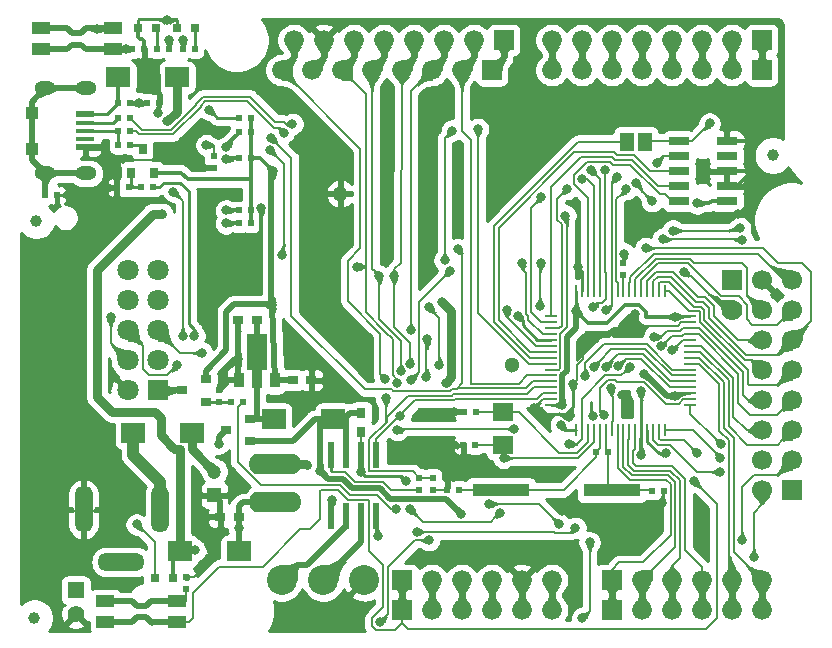
<source format=gbr>
G04 #@! TF.GenerationSoftware,KiCad,Pcbnew,5.1.5+dfsg1-2build2*
G04 #@! TF.CreationDate,2020-11-03T16:42:57+02:00*
G04 #@! TF.ProjectId,OLIMEXINO-STM32F3_RevC,4f4c494d-4558-4494-9e4f-2d53544d3332,rev?*
G04 #@! TF.SameCoordinates,Original*
G04 #@! TF.FileFunction,Copper,L1,Top*
G04 #@! TF.FilePolarity,Positive*
%FSLAX46Y46*%
G04 Gerber Fmt 4.6, Leading zero omitted, Abs format (unit mm)*
G04 Created by KiCad (PCBNEW 5.1.5+dfsg1-2build2) date 2020-11-03 16:42:57*
%MOMM*%
%LPD*%
G04 APERTURE LIST*
%ADD10C,1.300000*%
%ADD11C,1.000000*%
%ADD12C,1.676400*%
%ADD13R,1.676400X1.676400*%
%ADD14C,1.778000*%
%ADD15R,1.778000X1.778000*%
%ADD16R,1.800000X0.700000*%
%ADD17R,1.650000X0.500000*%
%ADD18R,1.650000X0.325000*%
%ADD19R,1.000000X1.100000*%
%ADD20O,1.800000X1.200000*%
%ADD21R,1.000000X0.250000*%
%ADD22R,0.250000X1.000000*%
%ADD23R,1.733000X3.125000*%
%ADD24R,0.900000X1.300000*%
%ADD25R,0.900000X1.501900*%
%ADD26R,0.600000X2.200000*%
%ADD27R,1.524000X1.016000*%
%ADD28R,1.168400X1.600200*%
%ADD29R,0.500000X0.550000*%
%ADD30R,0.550000X0.500000*%
%ADD31R,4.826000X1.100000*%
%ADD32R,1.778000X1.524000*%
%ADD33O,4.000000X1.510000*%
%ADD34O,1.510000X4.000000*%
%ADD35R,0.800000X0.800000*%
%ADD36O,4.500000X1.750000*%
%ADD37C,1.700000*%
%ADD38R,1.700000X1.700000*%
%ADD39R,0.700000X0.900000*%
%ADD40R,0.900000X0.700000*%
%ADD41R,2.000000X1.700000*%
%ADD42C,1.800000*%
%ADD43R,1.750000X1.750000*%
%ADD44C,2.540000*%
%ADD45R,0.900000X0.800000*%
%ADD46R,0.800000X0.900000*%
%ADD47R,1.200000X1.200000*%
%ADD48C,1.200000*%
%ADD49R,1.400000X1.400000*%
%ADD50C,1.400000*%
%ADD51C,0.800000*%
%ADD52C,0.508000*%
%ADD53C,0.203200*%
%ADD54C,0.355600*%
%ADD55C,0.250000*%
%ADD56C,0.762000*%
%ADD57C,1.016000*%
%ADD58C,0.200000*%
%ADD59C,0.254000*%
%ADD60C,0.025400*%
G04 APERTURE END LIST*
D10*
X102931728Y-75521728D03*
X88436039Y-61026039D03*
D11*
X62540000Y-96930000D03*
X62700000Y-63300000D03*
X125070000Y-57780000D03*
D12*
X83484220Y-50552321D03*
D13*
X101261680Y-50552321D03*
D12*
X98724220Y-50552321D03*
X96184220Y-50552321D03*
X93644220Y-50552321D03*
X91104220Y-50552321D03*
X88564220Y-50552321D03*
X86024220Y-50552321D03*
D13*
X124124220Y-50552321D03*
D12*
X121584220Y-50552321D03*
X119044220Y-50552321D03*
X116504220Y-50552321D03*
X113964220Y-50552321D03*
X111424220Y-50552321D03*
X108884220Y-50552321D03*
X106344220Y-50552321D03*
D13*
X111424220Y-93732321D03*
D12*
X113964220Y-93732321D03*
X116504220Y-93732321D03*
X119044220Y-93732321D03*
X121584220Y-93732321D03*
X124124220Y-93732321D03*
X96184220Y-93732321D03*
X98724220Y-93732321D03*
X101264220Y-93732321D03*
X103804220Y-93732321D03*
D13*
X93644220Y-93732321D03*
D12*
X106344220Y-93732321D03*
X106344220Y-96272321D03*
D13*
X93644220Y-96272321D03*
D12*
X87040220Y-48012321D03*
X103804220Y-96272321D03*
X101264220Y-96272321D03*
X89580220Y-48012321D03*
X92120220Y-48012321D03*
X94660220Y-48012321D03*
X97200220Y-48012321D03*
X99740220Y-48012321D03*
D13*
X102277680Y-48012321D03*
D12*
X106344220Y-48012321D03*
X108884220Y-48012321D03*
X111424220Y-48012321D03*
X113964220Y-48012321D03*
X116504220Y-48012321D03*
X119044220Y-48012321D03*
X121584220Y-48012321D03*
D13*
X124124220Y-48012321D03*
D12*
X84500220Y-48012321D03*
X124124220Y-96272321D03*
X121584220Y-96272321D03*
X119044220Y-96272321D03*
X116504220Y-96272321D03*
X113964220Y-96272321D03*
D13*
X111424220Y-96272321D03*
D12*
X98724220Y-96272321D03*
X96184220Y-96272321D03*
D14*
X121590000Y-70880000D03*
D15*
X121590000Y-68340000D03*
D16*
X117068000Y-56560000D03*
X121132000Y-56560000D03*
X117068000Y-57830000D03*
X121132000Y-57830000D03*
X117068000Y-59100000D03*
X121132000Y-59100000D03*
X117068000Y-60370000D03*
X121132000Y-60370000D03*
X117068000Y-61640000D03*
X121132000Y-61640000D03*
D17*
X66850000Y-54312500D03*
D18*
X66850000Y-55050000D03*
X66850000Y-55700000D03*
X66850000Y-56350000D03*
D17*
X66850000Y-57087500D03*
D19*
X62300000Y-54200000D03*
X62300000Y-57200000D03*
D20*
X63450000Y-52100000D03*
X66920000Y-52100000D03*
X66920000Y-59300000D03*
X63450000Y-59300000D03*
D21*
X106260000Y-78910000D03*
X106260000Y-78410000D03*
X106260000Y-77910000D03*
X106260000Y-77410000D03*
X106260000Y-76910000D03*
X106260000Y-76410000D03*
X106260000Y-75910000D03*
X106260000Y-75410000D03*
X106260000Y-74910000D03*
X106260000Y-74410000D03*
X106260000Y-73910000D03*
X106260000Y-73410000D03*
X106260000Y-72910000D03*
X106260000Y-72410000D03*
X106260000Y-71910000D03*
X106260000Y-71410000D03*
D22*
X108410000Y-69260000D03*
X108910000Y-69260000D03*
X109410000Y-69260000D03*
X109910000Y-69260000D03*
X110410000Y-69260000D03*
X110910000Y-69260000D03*
X111410000Y-69260000D03*
X111910000Y-69260000D03*
X112410000Y-69260000D03*
X112910000Y-69260000D03*
X113410000Y-69260000D03*
X113910000Y-69260000D03*
X114410000Y-69260000D03*
X114910000Y-69260000D03*
X115410000Y-69260000D03*
X115910000Y-69260000D03*
D21*
X118060000Y-71410000D03*
X118060000Y-71910000D03*
X118060000Y-72410000D03*
X118060000Y-72910000D03*
X118060000Y-73410000D03*
X118060000Y-73910000D03*
X118060000Y-74410000D03*
X118060000Y-74910000D03*
X118060000Y-75410000D03*
X118060000Y-75910000D03*
X118060000Y-76410000D03*
X118060000Y-76910000D03*
X118060000Y-77410000D03*
X118060000Y-77910000D03*
X118060000Y-78410000D03*
X118060000Y-78910000D03*
D22*
X115910000Y-81060000D03*
X115410000Y-81060000D03*
X114910000Y-81060000D03*
X114410000Y-81060000D03*
X113910000Y-81060000D03*
X113410000Y-81060000D03*
X112910000Y-81060000D03*
X112410000Y-81060000D03*
X111910000Y-81060000D03*
X111410000Y-81060000D03*
X110910000Y-81060000D03*
X110410000Y-81060000D03*
X109910000Y-81060000D03*
X109410000Y-81060000D03*
X108910000Y-81060000D03*
X108410000Y-81060000D03*
D23*
X81370000Y-74432500D03*
D24*
X82870000Y-76820000D03*
D25*
X81370000Y-76720000D03*
D24*
X79870000Y-76820000D03*
D26*
X91495000Y-88330000D03*
X90225000Y-88330000D03*
X88955000Y-88330000D03*
X87685000Y-88330000D03*
X87685000Y-83130000D03*
X88955000Y-83130000D03*
X90225000Y-83130000D03*
X91495000Y-83130000D03*
D27*
X68552000Y-95511000D03*
X74648000Y-95511000D03*
X74648000Y-97289000D03*
X68552000Y-97289000D03*
X69148000Y-48789000D03*
X63052000Y-48789000D03*
X63052000Y-47011000D03*
X69148000Y-47011000D03*
D28*
X112698000Y-56650000D03*
X114222000Y-56650000D03*
X114222000Y-56650000D03*
D29*
X75102000Y-48790000D03*
X76118000Y-48790000D03*
X73908000Y-48790000D03*
X72892000Y-48790000D03*
X69652000Y-56890000D03*
X70668000Y-56890000D03*
X70658000Y-53350000D03*
X69642000Y-53350000D03*
X73088000Y-53350000D03*
X72072000Y-53350000D03*
X70668000Y-55750000D03*
X69652000Y-55750000D03*
X70668000Y-54600000D03*
X69652000Y-54600000D03*
X70528000Y-60490000D03*
X69512000Y-60490000D03*
X71562000Y-60490000D03*
X72578000Y-60490000D03*
X111128000Y-82870000D03*
X110112000Y-82870000D03*
D30*
X78180000Y-78618000D03*
X78180000Y-77602000D03*
D29*
X79182000Y-78620000D03*
X80198000Y-78620000D03*
D30*
X112410000Y-67898000D03*
X112410000Y-66882000D03*
X75374500Y-94488000D03*
X75374500Y-93472000D03*
D29*
X71838000Y-48790000D03*
X70822000Y-48790000D03*
X79862000Y-54620000D03*
X80878000Y-54620000D03*
D30*
X77700000Y-57792000D03*
X77700000Y-58808000D03*
D29*
X79862000Y-58030000D03*
X80878000Y-58030000D03*
X79862000Y-62440000D03*
X80878000Y-62440000D03*
X79872000Y-63530000D03*
X80888000Y-63530000D03*
X79862000Y-55820000D03*
X80878000Y-55820000D03*
D30*
X96240000Y-86068000D03*
X96240000Y-85052000D03*
X95110000Y-85052000D03*
X95110000Y-86068000D03*
D31*
X111419000Y-86120000D03*
X102021000Y-86120000D03*
D32*
X102220000Y-79493000D03*
X102220000Y-82287000D03*
D33*
X69900000Y-92200000D03*
D34*
X66700000Y-87750000D03*
X73200000Y-87750000D03*
D35*
X74598000Y-46990000D03*
X76122000Y-46990000D03*
X71288000Y-46990000D03*
X72812000Y-46990000D03*
X72707500Y-93599000D03*
X74231500Y-93599000D03*
D36*
X82940000Y-87145000D03*
X82940000Y-83895000D03*
D37*
X124130000Y-75970000D03*
X126670000Y-75970000D03*
X124130000Y-78510000D03*
X126670000Y-78510000D03*
X124130000Y-81050000D03*
X126670000Y-81050000D03*
X124130000Y-83590000D03*
X126670000Y-83590000D03*
X124130000Y-86130000D03*
D38*
X126670000Y-86130000D03*
D37*
X126670000Y-73430000D03*
X124130000Y-73430000D03*
X126670000Y-70890000D03*
X124130000Y-70890000D03*
X124130000Y-68350000D03*
X126670000Y-68350000D03*
D39*
X70740000Y-59240000D03*
X72640000Y-59240000D03*
X71690000Y-57240000D03*
D40*
X77040000Y-78620000D03*
X77040000Y-76720000D03*
X75040000Y-77670000D03*
X80750000Y-81980000D03*
X80750000Y-80080000D03*
X78750000Y-81030000D03*
D41*
X74630000Y-51170000D03*
X69630000Y-51170000D03*
X74840000Y-91270000D03*
X79840000Y-91270000D03*
X82810000Y-80090000D03*
X87810000Y-80090000D03*
X75890000Y-81240000D03*
X70890000Y-81240000D03*
D42*
X70430000Y-67520000D03*
X72970000Y-67520000D03*
X70430000Y-70060000D03*
X72970000Y-70060000D03*
X70430000Y-72600000D03*
X72970000Y-72600000D03*
X70430000Y-75140000D03*
X72970000Y-75140000D03*
X70430000Y-77680000D03*
D43*
X72970000Y-77680000D03*
D44*
X90480000Y-93730000D03*
X83480000Y-93730000D03*
X86980000Y-93730000D03*
D29*
X63432000Y-61140000D03*
X64448000Y-61140000D03*
X114832000Y-86150000D03*
X115848000Y-86150000D03*
X98488000Y-86100000D03*
X97472000Y-86100000D03*
X99858000Y-82310000D03*
X98842000Y-82310000D03*
X99888000Y-79480000D03*
X98872000Y-79480000D03*
D45*
X84390000Y-76810000D03*
X85990000Y-76810000D03*
D46*
X90200000Y-81170000D03*
X90200000Y-79570000D03*
D45*
X81370000Y-71700000D03*
X79770000Y-71700000D03*
X79860000Y-88390000D03*
X78260000Y-88390000D03*
D47*
X77780000Y-86540000D03*
D48*
X77780000Y-84540000D03*
D49*
X66052140Y-94591620D03*
D50*
X66054680Y-96603300D03*
D51*
X78130000Y-82190000D03*
X77200000Y-61400000D03*
X81745990Y-62260000D03*
X72982732Y-54223721D03*
X108550000Y-67250000D03*
X98040000Y-82330000D03*
X98100000Y-79500000D03*
X104840000Y-79190000D03*
X113360000Y-71240000D03*
X115660000Y-87220000D03*
X79770000Y-75030000D03*
X87498000Y-77458000D03*
X90604000Y-76316000D03*
X65400000Y-61120000D03*
X68800000Y-60500000D03*
X69370000Y-58610000D03*
X73761604Y-46349298D03*
X95830000Y-67690000D03*
X104570000Y-56950000D03*
X123250000Y-56570000D03*
X123270000Y-59110000D03*
X95770000Y-60940000D03*
X109580000Y-55190000D03*
X95600000Y-56450000D03*
X119010000Y-87800000D03*
X87520000Y-71020000D03*
X90203179Y-84597168D03*
X111600000Y-72718390D03*
X105330000Y-70550000D03*
X105390000Y-66860968D03*
X108129829Y-77138683D03*
X109788654Y-79803573D03*
X112309357Y-78039215D03*
X107807108Y-79892892D03*
X93977707Y-85366400D03*
X94080000Y-82960000D03*
X76270000Y-88380000D03*
X77290000Y-90770000D03*
X77900000Y-65505000D03*
X85840000Y-62830000D03*
X107670000Y-90940000D03*
X110460000Y-88890000D03*
X107245130Y-87880904D03*
X122110000Y-62700000D03*
X115710000Y-62780000D03*
X126160000Y-59560000D03*
X92220000Y-60930000D03*
X98410000Y-60910000D03*
X107100000Y-80600000D03*
X73800000Y-54900000D03*
X86740000Y-84480000D03*
X76140000Y-91190000D03*
X98680000Y-88110000D03*
X73320000Y-62730000D03*
X85610000Y-84000000D03*
X87690000Y-86980000D03*
X116030000Y-83010000D03*
X113920000Y-83130000D03*
X113877080Y-77763763D03*
X119710000Y-55070000D03*
X118400000Y-85380000D03*
X111380000Y-77500000D03*
X108340000Y-89310000D03*
X94900000Y-89650000D03*
X95730000Y-76530000D03*
X95801600Y-73355721D03*
X102260000Y-83390000D03*
X97900000Y-55680000D03*
X97265583Y-66656535D03*
X93260078Y-77024607D03*
X89870000Y-67186147D03*
X110925831Y-75691179D03*
X94360711Y-75450001D03*
X109180000Y-76420000D03*
X92980000Y-67992568D03*
X93578032Y-76072446D03*
X91738972Y-67992568D03*
X109899448Y-75660552D03*
X115017713Y-73130916D03*
X68986400Y-71501000D03*
X115589792Y-73951128D03*
X110860000Y-59040000D03*
X109825032Y-70654492D03*
X74625200Y-75565000D03*
X111823500Y-59626500D03*
X110920000Y-70902190D03*
X76708000Y-74498200D03*
X105451227Y-61311227D03*
X115210000Y-58398400D03*
X117565281Y-67614719D03*
X94360000Y-87730000D03*
X112922317Y-75691143D03*
X101961518Y-88011518D03*
X107787616Y-82213307D03*
X115730000Y-64870000D03*
X122478390Y-64910000D03*
X107640000Y-60608400D03*
X77100000Y-56900000D03*
X74301000Y-60843612D03*
X75080000Y-73080000D03*
X122444810Y-90380000D03*
X109551107Y-90538893D03*
X108930000Y-96940000D03*
X91810000Y-97300000D03*
X95935562Y-90360084D03*
X102530000Y-70891958D03*
X96820000Y-75560000D03*
X95930665Y-70631958D03*
X123430000Y-91810000D03*
X93520000Y-79800000D03*
X101030000Y-87270002D03*
X106950000Y-89000000D03*
X78770000Y-62430000D03*
X114290000Y-65620000D03*
X78746287Y-58099731D03*
X116600000Y-64140000D03*
X122271369Y-63931651D03*
X78760000Y-63530000D03*
X78770000Y-57100000D03*
X92290000Y-78320000D03*
X92236921Y-76723686D03*
X111923810Y-75627522D03*
X94390000Y-72590000D03*
X120630671Y-82208567D03*
X120610000Y-83360000D03*
X120590000Y-84570000D03*
X118610000Y-82990000D03*
X100081610Y-55550000D03*
X107500000Y-62871610D03*
X114816114Y-61656114D03*
X113448874Y-60077018D03*
X112649000Y-60642500D03*
X77299363Y-53898390D03*
X67870000Y-47040000D03*
X82600000Y-56300000D03*
X70250000Y-48780000D03*
X98357107Y-65717461D03*
X112464821Y-66090000D03*
X103174551Y-80928590D03*
X93276107Y-81036107D03*
X110787658Y-79758688D03*
X93165521Y-87684010D03*
X76079981Y-73072195D03*
X103476127Y-71361860D03*
X84381449Y-55116165D03*
X109651232Y-59018779D03*
X108908768Y-59761232D03*
X83638985Y-55858629D03*
X83500000Y-66200000D03*
X82458579Y-57289952D03*
X71360000Y-53350000D03*
X103858390Y-66860000D03*
X73910000Y-48020000D03*
X75132660Y-48007340D03*
X91594999Y-90042000D03*
X94420000Y-76760000D03*
X116530037Y-74291662D03*
X97688818Y-67562568D03*
X107220934Y-78919112D03*
X82700000Y-59120000D03*
X116734281Y-78111610D03*
X108397678Y-70914821D03*
X82682293Y-70457707D03*
X116780000Y-71420000D03*
X114164177Y-76266789D03*
X97359153Y-77018967D03*
X97058123Y-70229419D03*
X118640428Y-61836441D03*
X71183500Y-89027000D03*
X79860000Y-89360000D03*
D52*
X78130000Y-81650000D02*
X78750000Y-81030000D01*
X78130000Y-82190000D02*
X78130000Y-81650000D01*
D53*
X76613800Y-58200000D02*
X69780000Y-58200000D01*
X69780000Y-58200000D02*
X69370000Y-58610000D01*
X77700000Y-58808000D02*
X77221800Y-58808000D01*
X77221800Y-58808000D02*
X76613800Y-58200000D01*
D54*
X81275000Y-65505000D02*
X81745990Y-65034010D01*
X77900000Y-65505000D02*
X81275000Y-65505000D01*
X81745990Y-62825685D02*
X81745990Y-62260000D01*
X81745990Y-65034010D02*
X81745990Y-62825685D01*
X73088000Y-53350000D02*
X73088000Y-54118453D01*
X73088000Y-54118453D02*
X72982732Y-54223721D01*
D53*
X111999999Y-72318391D02*
X111600000Y-72718390D01*
X117009631Y-72200369D02*
X112118021Y-72200369D01*
X112118021Y-72200369D02*
X111999999Y-72318391D01*
X117300000Y-71910000D02*
X117009631Y-72200369D01*
X118060000Y-71910000D02*
X117300000Y-71910000D01*
X90200000Y-81170000D02*
X90200000Y-83105000D01*
X90200000Y-83105000D02*
X90225000Y-83130000D01*
X98842000Y-83588000D02*
X97472000Y-84958000D01*
X97472000Y-84958000D02*
X97472000Y-86100000D01*
X98842000Y-82310000D02*
X98842000Y-83588000D01*
X98872000Y-82280000D02*
X98842000Y-82310000D01*
D52*
X78867000Y-76940000D02*
X78867000Y-76865000D01*
X78867000Y-76865000D02*
X78912000Y-76820000D01*
X78912000Y-76820000D02*
X79870000Y-76820000D01*
X78180000Y-77602000D02*
X78205000Y-77602000D01*
X78205000Y-77602000D02*
X78867000Y-76940000D01*
X79770000Y-71700000D02*
X79770000Y-75030000D01*
X79770000Y-76720000D02*
X79870000Y-76820000D01*
D55*
X97450000Y-86078000D02*
X97472000Y-86100000D01*
D52*
X78260000Y-88390000D02*
X78260000Y-87020000D01*
X78260000Y-87020000D02*
X77780000Y-86540000D01*
X103804220Y-96272321D02*
X103804220Y-93732321D01*
X87040220Y-48012321D02*
X87040220Y-49536321D01*
X87040220Y-49536321D02*
X86024220Y-50552321D01*
D54*
X71838000Y-49688000D02*
X73088000Y-50938000D01*
X73088000Y-50938000D02*
X73088000Y-53350000D01*
X71838000Y-48790000D02*
X71838000Y-49688000D01*
X71660000Y-47920000D02*
X71838000Y-48098000D01*
X71838000Y-48098000D02*
X71838000Y-48790000D01*
X71462400Y-47920000D02*
X71660000Y-47920000D01*
X71288000Y-46990000D02*
X71288000Y-47745600D01*
X71288000Y-47745600D02*
X71462400Y-47920000D01*
D55*
X71288000Y-46990000D02*
X71288000Y-46340000D01*
X71288000Y-46340000D02*
X71363001Y-46264999D01*
X74598000Y-46340000D02*
X74598000Y-46990000D01*
X74522999Y-46264999D02*
X74598000Y-46340000D01*
D52*
X68510000Y-57780000D02*
X69320000Y-58590000D01*
X68510000Y-57414500D02*
X68510000Y-57780000D01*
X66850000Y-57087500D02*
X68183000Y-57087500D01*
X68183000Y-57087500D02*
X68510000Y-57414500D01*
D53*
X97440000Y-86068000D02*
X97472000Y-86100000D01*
X96240000Y-86068000D02*
X97440000Y-86068000D01*
D55*
X108910000Y-69260000D02*
X108910000Y-67610000D01*
X108910000Y-67610000D02*
X108550000Y-67250000D01*
D53*
X98842000Y-82310000D02*
X98060000Y-82310000D01*
X98060000Y-82310000D02*
X98040000Y-82330000D01*
X98418800Y-79480000D02*
X98398800Y-79500000D01*
X98872000Y-79480000D02*
X98418800Y-79480000D01*
X98398800Y-79500000D02*
X98100000Y-79500000D01*
X106260000Y-78410000D02*
X105627024Y-78410000D01*
X104847024Y-79190000D02*
X104840000Y-79190000D01*
X105627024Y-78410000D02*
X104847024Y-79190000D01*
X115848000Y-86150000D02*
X115848000Y-87032000D01*
X115848000Y-87032000D02*
X115660000Y-87220000D01*
D52*
X79770000Y-75030000D02*
X79770000Y-76720000D01*
D53*
X64448000Y-61140000D02*
X65380000Y-61140000D01*
X65380000Y-61140000D02*
X65400000Y-61120000D01*
X69058800Y-60490000D02*
X69048800Y-60500000D01*
X69512000Y-60490000D02*
X69058800Y-60490000D01*
X69048800Y-60500000D02*
X68800000Y-60500000D01*
D52*
X69320000Y-58590000D02*
X69350000Y-58590000D01*
X69350000Y-58590000D02*
X69370000Y-58610000D01*
D54*
X73774999Y-46264999D02*
X73774999Y-46335903D01*
D55*
X73774999Y-46264999D02*
X74522999Y-46264999D01*
D54*
X73774999Y-46335903D02*
X73761604Y-46349298D01*
D55*
X71363001Y-46264999D02*
X73774999Y-46264999D01*
D54*
X123240000Y-56560000D02*
X123250000Y-56570000D01*
X121132000Y-56560000D02*
X123240000Y-56560000D01*
X123260000Y-59100000D02*
X123270000Y-59110000D01*
X121132000Y-59100000D02*
X123260000Y-59100000D01*
X122010000Y-60370000D02*
X123270000Y-59110000D01*
X121132000Y-60370000D02*
X122010000Y-60370000D01*
X123250000Y-59090000D02*
X123270000Y-59110000D01*
X123250000Y-56570000D02*
X123250000Y-59090000D01*
D53*
X90225000Y-84575347D02*
X90203179Y-84597168D01*
X90225000Y-83130000D02*
X90225000Y-84575347D01*
X105330000Y-70550000D02*
X105330000Y-66920968D01*
X105330000Y-66920968D02*
X105390000Y-66860968D01*
X108960000Y-74590000D02*
X108960000Y-75030590D01*
X111600000Y-72718390D02*
X110831610Y-72718390D01*
X110831610Y-72718390D02*
X108960000Y-74590000D01*
X108960000Y-75030590D02*
X108953288Y-75037302D01*
X108478399Y-76790113D02*
X108129829Y-77138683D01*
X108960000Y-75030590D02*
X108478399Y-75512191D01*
X108478399Y-75512191D02*
X108478399Y-76790113D01*
D55*
X108129829Y-79083219D02*
X108129829Y-77704368D01*
X107568935Y-79644113D02*
X108129829Y-79083219D01*
X105859798Y-79644113D02*
X107568935Y-79644113D01*
X105405685Y-79190000D02*
X105859798Y-79644113D01*
X108129829Y-77704368D02*
X108129829Y-77138683D01*
X104840000Y-79190000D02*
X105405685Y-79190000D01*
X107568935Y-79644113D02*
X107568935Y-79654719D01*
X107568935Y-79654719D02*
X107807108Y-79892892D01*
X93569518Y-84958211D02*
X93977707Y-85366400D01*
X90203179Y-84597168D02*
X90564222Y-84958211D01*
X90564222Y-84958211D02*
X93569518Y-84958211D01*
D53*
X77290000Y-90770000D02*
X77290000Y-92191500D01*
X76009500Y-93472000D02*
X75374500Y-93472000D01*
X77290000Y-92191500D02*
X76009500Y-93472000D01*
X78260000Y-89800000D02*
X77290000Y-90770000D01*
X78260000Y-88390000D02*
X78260000Y-89800000D01*
D55*
X107560000Y-81060000D02*
X107100000Y-80600000D01*
X108410000Y-81060000D02*
X107560000Y-81060000D01*
D56*
X75890000Y-81240000D02*
X75890000Y-82650000D01*
X75890000Y-82650000D02*
X77780000Y-84540000D01*
X74630000Y-51170000D02*
X74630000Y-54070000D01*
X74630000Y-54070000D02*
X73800000Y-54900000D01*
D52*
X84390000Y-81980000D02*
X86280000Y-80090000D01*
X86280000Y-80090000D02*
X87810000Y-80090000D01*
X80750000Y-81980000D02*
X84390000Y-81980000D01*
X88955000Y-79907000D02*
X87993000Y-79907000D01*
X87993000Y-79907000D02*
X87810000Y-80090000D01*
X88955000Y-83130000D02*
X88955000Y-79907000D01*
X88955000Y-79907000D02*
X89292000Y-79570000D01*
X89292000Y-79570000D02*
X90200000Y-79570000D01*
X98724220Y-96272321D02*
X98724220Y-93732321D01*
X86740000Y-80090000D02*
X87810000Y-80090000D01*
X86740000Y-84480000D02*
X86740000Y-80090000D01*
X74920000Y-91190000D02*
X74840000Y-91270000D01*
X76140000Y-91190000D02*
X74920000Y-91190000D01*
X98724220Y-88154220D02*
X98680000Y-88110000D01*
D56*
X74840000Y-89658000D02*
X74840000Y-91270000D01*
X74425199Y-82671001D02*
X74840000Y-82671001D01*
X74270000Y-82515802D02*
X74425199Y-82671001D01*
X73240000Y-81480000D02*
X74270000Y-82510000D01*
X74270000Y-82510000D02*
X74270000Y-82515802D01*
X73240000Y-80030000D02*
X73240000Y-81480000D01*
X72570000Y-62730000D02*
X67860000Y-67440000D01*
X67860000Y-67440000D02*
X67860000Y-78243800D01*
X73320000Y-62730000D02*
X72570000Y-62730000D01*
X67860000Y-78243800D02*
X69126200Y-79510000D01*
X74840000Y-82671001D02*
X74840000Y-89658000D01*
X72720000Y-79510000D02*
X73240000Y-80030000D01*
X69126200Y-79510000D02*
X72720000Y-79510000D01*
D52*
X97400000Y-86830000D02*
X92670000Y-86830000D01*
X98680000Y-88110000D02*
X97400000Y-86830000D01*
X91805611Y-85965611D02*
X89451363Y-85965611D01*
X88630141Y-85144389D02*
X87404389Y-85144389D01*
X92670000Y-86830000D02*
X91805611Y-85965611D01*
X89451363Y-85965611D02*
X88630141Y-85144389D01*
X87139999Y-84879999D02*
X86740000Y-84480000D01*
X87404389Y-85144389D02*
X87139999Y-84879999D01*
D53*
X74231500Y-91878500D02*
X74840000Y-91270000D01*
D54*
X74231500Y-93599000D02*
X74231500Y-91878500D01*
D56*
X82940000Y-83895000D02*
X85505000Y-83895000D01*
X85505000Y-83895000D02*
X85610000Y-84000000D01*
D55*
X87685000Y-88330000D02*
X87690000Y-88325000D01*
X87690000Y-88325000D02*
X87690000Y-87545685D01*
X87690000Y-87545685D02*
X87690000Y-86980000D01*
D52*
X81500000Y-80080000D02*
X82800000Y-80080000D01*
X80750000Y-80080000D02*
X81500000Y-80080000D01*
X81370000Y-76720000D02*
X81370000Y-79950000D01*
X81370000Y-79950000D02*
X81500000Y-80080000D01*
X82800000Y-80080000D02*
X82810000Y-80090000D01*
X81370000Y-74432500D02*
X81370000Y-71700000D01*
D53*
X81370000Y-74432500D02*
X81370000Y-76720000D01*
D55*
X115464315Y-83010000D02*
X116030000Y-83010000D01*
X114422810Y-82038495D02*
X115394315Y-83010000D01*
X114422810Y-81072810D02*
X114422810Y-82038495D01*
X115394315Y-83010000D02*
X115464315Y-83010000D01*
X114410000Y-81060000D02*
X114422810Y-81072810D01*
D54*
X113920000Y-81780002D02*
X113920000Y-82564315D01*
X113920000Y-82564315D02*
X113920000Y-83130000D01*
X113910000Y-81770002D02*
X113920000Y-81780002D01*
D55*
X113910000Y-81060000D02*
X113910000Y-81770002D01*
D52*
X101264220Y-96272321D02*
X101264220Y-93732321D01*
D55*
X113910000Y-81060000D02*
X113910000Y-77796683D01*
X113910000Y-77796683D02*
X113877080Y-77763763D01*
D52*
X93644220Y-96272321D02*
X93644220Y-93732321D01*
X72009921Y-96895999D02*
X72480000Y-97366078D01*
X71190079Y-96895999D02*
X72009921Y-96895999D01*
X68552000Y-97289000D02*
X70797078Y-97289000D01*
X70797078Y-97289000D02*
X71190079Y-96895999D01*
X72557078Y-97289000D02*
X74648000Y-97289000D01*
X72480000Y-97366078D02*
X72557078Y-97289000D01*
D53*
X114312000Y-56560000D02*
X114222000Y-56650000D01*
X117068000Y-56560000D02*
X114312000Y-56560000D01*
X117068000Y-56560000D02*
X118220000Y-56560000D01*
X118220000Y-56560000D02*
X119710000Y-55070000D01*
X93644220Y-97354220D02*
X93644220Y-96272321D01*
X118400000Y-85380000D02*
X120310000Y-87290000D01*
X119390000Y-97880000D02*
X94170000Y-97880000D01*
X120310000Y-96960000D02*
X119390000Y-97880000D01*
X120310000Y-87290000D02*
X120310000Y-96960000D01*
X91473231Y-98001601D02*
X93098399Y-98001601D01*
X91108399Y-97636769D02*
X91473231Y-98001601D01*
X91108399Y-96963231D02*
X91108399Y-97636769D01*
X92051601Y-92436217D02*
X92051601Y-96020029D01*
X90893399Y-91278015D02*
X92051601Y-92436217D01*
X93098399Y-98001601D02*
X93695000Y-97405000D01*
X90893399Y-87013399D02*
X90893399Y-91278015D01*
X86786790Y-86103210D02*
X88232986Y-86103210D01*
X74648000Y-97289000D02*
X75613200Y-97289000D01*
X75960000Y-96942200D02*
X75960000Y-94790000D01*
X88232986Y-86103210D02*
X89058175Y-86928399D01*
X75613200Y-97289000D02*
X75960000Y-96942200D01*
X85060000Y-89420000D02*
X85850000Y-89420000D01*
X75960000Y-94790000D02*
X78130000Y-92620000D01*
X78130000Y-92620000D02*
X81860000Y-92620000D01*
X92051601Y-96020029D02*
X91108399Y-96963231D01*
X81860000Y-92620000D02*
X85060000Y-89420000D01*
X94170000Y-97880000D02*
X93695000Y-97405000D01*
X89058175Y-86928399D02*
X90808399Y-86928399D01*
X93695000Y-97405000D02*
X93644220Y-97354220D01*
X85850000Y-89420000D02*
X86690000Y-88580000D01*
X86690000Y-88580000D02*
X86690000Y-86200000D01*
X86690000Y-86200000D02*
X86786790Y-86103210D01*
X90808399Y-86928399D02*
X90893399Y-87013399D01*
X111410000Y-80356800D02*
X111519999Y-80246801D01*
X111410000Y-81060000D02*
X111410000Y-80356800D01*
X111380000Y-78065685D02*
X111380000Y-77500000D01*
X111519999Y-78205684D02*
X111380000Y-78065685D01*
X111519999Y-80246801D02*
X111519999Y-78205684D01*
X118060000Y-74410000D02*
X118903652Y-74410000D01*
X122864861Y-82270000D02*
X125450000Y-82270000D01*
X125450000Y-82270000D02*
X125820001Y-81899999D01*
X121306420Y-80711559D02*
X122864861Y-82270000D01*
X125820001Y-81899999D02*
X126670000Y-81050000D01*
X121306420Y-76812768D02*
X121306420Y-80711559D01*
X118903652Y-74410000D02*
X121306420Y-76812768D01*
X95730000Y-76530000D02*
X95730000Y-73427321D01*
X95730000Y-73427321D02*
X95801600Y-73355721D01*
X106621629Y-89709999D02*
X106561630Y-89650000D01*
X108340000Y-89310000D02*
X107940001Y-89709999D01*
X106561630Y-89650000D02*
X95465685Y-89650000D01*
X95465685Y-89650000D02*
X94900000Y-89650000D01*
X107940001Y-89709999D02*
X106621629Y-89709999D01*
X108460000Y-82960000D02*
X106990000Y-82960000D01*
X109410000Y-82010000D02*
X108460000Y-82960000D01*
X109410000Y-81060000D02*
X109410000Y-82010000D01*
X103523000Y-79493000D02*
X102220000Y-79493000D01*
X106990000Y-82960000D02*
X103523000Y-79493000D01*
X99888000Y-79480000D02*
X102207000Y-79480000D01*
X102207000Y-79480000D02*
X102220000Y-79493000D01*
X108600226Y-83390000D02*
X109910000Y-82080226D01*
X109910000Y-81763200D02*
X109910000Y-81060000D01*
X109910000Y-82080226D02*
X109910000Y-81763200D01*
X102260000Y-83390000D02*
X108600226Y-83390000D01*
X102260000Y-83390000D02*
X102260000Y-82327000D01*
X102260000Y-82327000D02*
X102220000Y-82287000D01*
X99858000Y-82310000D02*
X102197000Y-82310000D01*
X102197000Y-82310000D02*
X102220000Y-82287000D01*
X102021000Y-86120000D02*
X98508000Y-86120000D01*
X98508000Y-86120000D02*
X98488000Y-86100000D01*
X110112000Y-82870000D02*
X110112000Y-83348200D01*
X107340200Y-86120000D02*
X104637200Y-86120000D01*
X110112000Y-83348200D02*
X107340200Y-86120000D01*
X104637200Y-86120000D02*
X102021000Y-86120000D01*
X110410000Y-81060000D02*
X110410000Y-82572000D01*
X110410000Y-82572000D02*
X110112000Y-82870000D01*
X111128000Y-82870000D02*
X111128000Y-85829000D01*
X111128000Y-85829000D02*
X111419000Y-86120000D01*
X110910000Y-81060000D02*
X110910000Y-82652000D01*
X110910000Y-82652000D02*
X111128000Y-82870000D01*
X114802000Y-86120000D02*
X114832000Y-86150000D01*
X111419000Y-86120000D02*
X114802000Y-86120000D01*
D52*
X63432000Y-61140000D02*
X63432000Y-59318000D01*
X63432000Y-59318000D02*
X63450000Y-59300000D01*
X62300000Y-57200000D02*
X62300000Y-58150000D01*
X62300000Y-58150000D02*
X63450000Y-59300000D01*
X62300000Y-54200000D02*
X62300000Y-53250000D01*
X62300000Y-53250000D02*
X63450000Y-52100000D01*
X62300000Y-54200000D02*
X62300000Y-57200000D01*
X66920000Y-59300000D02*
X63450000Y-59300000D01*
X63450000Y-52100000D02*
X66920000Y-52100000D01*
X83480000Y-93730000D02*
X84749999Y-92460001D01*
X84749999Y-92460001D02*
X85624999Y-92460001D01*
X85624999Y-92460001D02*
X88955000Y-89130000D01*
X88955000Y-89130000D02*
X88955000Y-88330000D01*
X86980000Y-93730000D02*
X90225000Y-90485000D01*
X90225000Y-90485000D02*
X90225000Y-88330000D01*
D53*
X97900000Y-55680000D02*
X97265583Y-56314417D01*
X97265583Y-66090850D02*
X97265583Y-66656535D01*
X97265583Y-56314417D02*
X97265583Y-66090850D01*
X116390507Y-76910000D02*
X114066837Y-74586330D01*
X114066837Y-74586330D02*
X111926632Y-74586330D01*
X110925831Y-75587131D02*
X110925831Y-75691179D01*
X111926632Y-74586330D02*
X110925831Y-75587131D01*
X118060000Y-76910000D02*
X116390507Y-76910000D01*
X90610000Y-71069774D02*
X92240133Y-72699907D01*
X92876422Y-76376589D02*
X93260078Y-76760245D01*
X92240133Y-72699907D02*
X92240133Y-72700133D01*
X92240133Y-72700133D02*
X92876422Y-73336422D01*
X90610000Y-67610000D02*
X90610000Y-71069774D01*
X93260078Y-76760245D02*
X93260078Y-77024607D01*
X92876422Y-73336422D02*
X92876422Y-76376589D01*
X90610000Y-67170000D02*
X89886147Y-67170000D01*
X90610000Y-67610000D02*
X90610000Y-67170000D01*
X89886147Y-67170000D02*
X89870000Y-67186147D01*
X90610000Y-67610000D02*
X90610000Y-52598101D01*
X89402419Y-51390520D02*
X88564220Y-50552321D01*
X90610000Y-52598101D02*
X89402419Y-51390520D01*
D52*
X89580220Y-48012321D02*
X89580220Y-49536321D01*
X89580220Y-49536321D02*
X88564220Y-50552321D01*
D53*
X109180000Y-75854315D02*
X109180000Y-76420000D01*
X114426346Y-73779910D02*
X110780905Y-73779910D01*
X116556436Y-75910000D02*
X114426346Y-73779910D01*
X110780905Y-73779910D02*
X109180000Y-75380815D01*
X109180000Y-75380815D02*
X109180000Y-75854315D01*
X118060000Y-75910000D02*
X116556436Y-75910000D01*
X92980000Y-72299548D02*
X94360711Y-73680259D01*
X94360711Y-74884316D02*
X94360711Y-75450001D01*
X94360711Y-73680259D02*
X94360711Y-74884316D01*
X92980000Y-67992568D02*
X92980000Y-72299548D01*
X93550000Y-66460000D02*
X93644220Y-51737714D01*
X92980000Y-67992568D02*
X92980000Y-67426883D01*
X93550000Y-66856883D02*
X93550000Y-66460000D01*
X92980000Y-67426883D02*
X93550000Y-66856883D01*
D52*
X94660220Y-48012321D02*
X94660220Y-49536321D01*
X94660220Y-49536321D02*
X93644220Y-50552321D01*
D53*
X93644220Y-51737714D02*
X93644220Y-50552321D01*
X118060000Y-76410000D02*
X116486210Y-76410000D01*
X110299447Y-75260553D02*
X109899448Y-75660552D01*
X116486210Y-76410000D02*
X114259329Y-74183119D01*
X111376881Y-74183119D02*
X110299447Y-75260553D01*
X114259329Y-74183119D02*
X111376881Y-74183119D01*
X91738972Y-67992568D02*
X91738972Y-71628520D01*
X91738972Y-71628520D02*
X92643344Y-72532892D01*
X93578032Y-75506761D02*
X93578032Y-76072446D01*
X92643344Y-72533118D02*
X93578032Y-73467806D01*
X93578032Y-73467806D02*
X93578032Y-75506761D01*
X92643344Y-72532892D02*
X92643344Y-72533118D01*
X91120000Y-67370000D02*
X91104220Y-50552321D01*
X91738972Y-67992568D02*
X91338973Y-67592569D01*
X91338973Y-67592569D02*
X91338973Y-67588973D01*
X91338973Y-67588973D02*
X91120000Y-67370000D01*
D52*
X92120220Y-48012321D02*
X92120220Y-49536321D01*
X92120220Y-49536321D02*
X91104220Y-50552321D01*
D53*
X118060000Y-72410000D02*
X118841123Y-72410001D01*
X122927919Y-78510000D02*
X124130000Y-78510000D01*
X118841123Y-72410001D02*
X122516053Y-76084931D01*
X122516053Y-76084931D02*
X122516053Y-78098134D01*
X122516053Y-78098134D02*
X122927919Y-78510000D01*
X115583398Y-73130916D02*
X115017713Y-73130916D01*
X116070314Y-72644000D02*
X115583398Y-73130916D01*
X117221000Y-72644000D02*
X116070314Y-72644000D01*
X117455000Y-72410000D02*
X117221000Y-72644000D01*
X118060000Y-72410000D02*
X117455000Y-72410000D01*
X68986400Y-73696400D02*
X70430000Y-75140000D01*
X68986400Y-71501000D02*
X68986400Y-73696400D01*
X125820001Y-79359999D02*
X126670000Y-78510000D01*
X122112842Y-78742842D02*
X123150000Y-79780000D01*
X118060000Y-72910000D02*
X118770896Y-72910000D01*
X122112842Y-76251946D02*
X122112842Y-78742842D01*
X123150000Y-79780000D02*
X125400000Y-79780000D01*
X118770896Y-72910000D02*
X122112842Y-76251946D01*
X125400000Y-79780000D02*
X125820001Y-79359999D01*
X115989791Y-73551129D02*
X115589792Y-73951128D01*
X116511930Y-73028990D02*
X115989791Y-73551129D01*
X117374839Y-73028990D02*
X116511930Y-73028990D01*
X117493829Y-72910000D02*
X117374839Y-73028990D01*
X118060000Y-72910000D02*
X117493829Y-72910000D01*
D52*
X102277680Y-48012321D02*
X102277680Y-49536321D01*
X102277680Y-49536321D02*
X101261680Y-50552321D01*
D53*
X110811610Y-67631835D02*
X110811609Y-59611194D01*
X110910000Y-69260000D02*
X110910000Y-67730225D01*
X110910000Y-67730225D02*
X110811610Y-67631835D01*
X110811609Y-59611194D02*
X110811609Y-59088391D01*
X110811609Y-59088391D02*
X110860000Y-59040000D01*
X110225031Y-70254493D02*
X109825032Y-70654492D01*
X110618707Y-70254493D02*
X110225031Y-70254493D01*
X110910000Y-69963200D02*
X110618707Y-70254493D01*
X110910000Y-69260000D02*
X110910000Y-69963200D01*
X70430000Y-72600000D02*
X71704200Y-73874200D01*
X71704200Y-73874200D02*
X71704200Y-75869800D01*
X71704200Y-75869800D02*
X72237600Y-76403200D01*
X73787000Y-76403200D02*
X74625200Y-75565000D01*
X72237600Y-76403200D02*
X73787000Y-76403200D01*
D52*
X106344220Y-48012321D02*
X106344220Y-50552321D01*
D53*
X110971010Y-70902190D02*
X110920000Y-70902190D01*
X111410000Y-70412190D02*
X110920000Y-70902190D01*
X111410000Y-69260000D02*
X111410000Y-70412190D01*
X111404400Y-60045600D02*
X111404400Y-69254400D01*
X111823500Y-59626500D02*
X111404400Y-60045600D01*
X111404400Y-69254400D02*
X111410000Y-69260000D01*
X74868200Y-74498200D02*
X72970000Y-72600000D01*
X76708000Y-74498200D02*
X74868200Y-74498200D01*
D52*
X75040000Y-77670000D02*
X72980000Y-77670000D01*
X72980000Y-77670000D02*
X72970000Y-77680000D01*
D53*
X106260000Y-71910000D02*
X105445320Y-71910000D01*
X104560000Y-71024680D02*
X104560000Y-62202454D01*
X104560000Y-62202454D02*
X105051228Y-61711226D01*
X105051228Y-61711226D02*
X105451227Y-61311227D01*
X105445320Y-71910000D02*
X104560000Y-71024680D01*
X117068000Y-57830000D02*
X115778400Y-57830000D01*
X115778400Y-57830000D02*
X115210000Y-58398400D01*
X113290525Y-57751701D02*
X111872519Y-57751701D01*
X111872519Y-57751701D02*
X111631565Y-57510747D01*
X114638824Y-59100000D02*
X113290525Y-57751701D01*
X108259479Y-57510747D02*
X101828399Y-63941827D01*
X117068000Y-59100000D02*
X114638824Y-59100000D01*
X105556800Y-74410000D02*
X106260000Y-74410000D01*
X104531628Y-74410000D02*
X105556800Y-74410000D01*
X101828399Y-71706771D02*
X104531628Y-74410000D01*
X101828399Y-63941827D02*
X101828399Y-71706771D01*
X111631565Y-57510747D02*
X108259479Y-57510747D01*
X108786042Y-57913958D02*
X106260000Y-60440000D01*
X117068000Y-60370000D02*
X115338598Y-60370000D01*
X106260000Y-60440000D02*
X106260000Y-71081800D01*
X111464550Y-57913958D02*
X108786042Y-57913958D01*
X111705503Y-58154911D02*
X111464550Y-57913958D01*
X113123509Y-58154911D02*
X111705503Y-58154911D01*
X115338598Y-60370000D02*
X113123509Y-58154911D01*
X106260000Y-71081800D02*
X106260000Y-71410000D01*
X109410000Y-61380000D02*
X109410000Y-69260000D01*
X109314462Y-58317169D02*
X108207167Y-59424464D01*
X108207167Y-59424464D02*
X108207167Y-60177167D01*
X111297535Y-58317169D02*
X109314462Y-58317169D01*
X116518000Y-61640000D02*
X115964800Y-61086800D01*
X108207167Y-60177167D02*
X109410000Y-61380000D01*
X117068000Y-61640000D02*
X116518000Y-61640000D01*
X115485172Y-61086800D02*
X112956493Y-58558121D01*
X112956493Y-58558121D02*
X111538487Y-58558121D01*
X115964800Y-61086800D02*
X115485172Y-61086800D01*
X111538487Y-58558121D02*
X111297535Y-58317169D01*
X117965280Y-68014718D02*
X117565281Y-67614719D01*
X118135393Y-68014718D02*
X117965280Y-68014718D01*
X121000675Y-70880000D02*
X118135393Y-68014718D01*
X121590000Y-70880000D02*
X121000675Y-70880000D01*
X108910000Y-81060000D02*
X108910000Y-78361404D01*
X110876216Y-76395188D02*
X112218272Y-76395188D01*
X108910000Y-78361404D02*
X110876216Y-76395188D01*
X112522318Y-76091142D02*
X112922317Y-75691143D01*
X112218272Y-76395188D02*
X112522318Y-76091142D01*
X101161435Y-88811601D02*
X101561519Y-88411517D01*
X95441601Y-88811601D02*
X101161435Y-88811601D01*
X108459893Y-82213307D02*
X107787616Y-82213307D01*
X108910000Y-81763200D02*
X108459893Y-82213307D01*
X101561519Y-88411517D02*
X101961518Y-88011518D01*
X108910000Y-81060000D02*
X108910000Y-81763200D01*
X94360000Y-87730000D02*
X95441601Y-88811601D01*
D57*
X73200000Y-85416000D02*
X73200000Y-87750000D01*
X70890000Y-83106000D02*
X73200000Y-85416000D01*
X70890000Y-81240000D02*
X70890000Y-83106000D01*
D54*
X69630000Y-51170000D02*
X69630000Y-53338000D01*
X69630000Y-53338000D02*
X69642000Y-53350000D01*
D55*
X66850000Y-54312500D02*
X68704500Y-54312500D01*
X68704500Y-54312500D02*
X69642000Y-53375000D01*
X69642000Y-53375000D02*
X69642000Y-53350000D01*
X78180000Y-78618000D02*
X79180000Y-78618000D01*
X79180000Y-78618000D02*
X79182000Y-78620000D01*
X77040000Y-78620000D02*
X78178000Y-78620000D01*
X78178000Y-78620000D02*
X78180000Y-78618000D01*
X70740000Y-60278000D02*
X70952000Y-60490000D01*
X70952000Y-60490000D02*
X71562000Y-60490000D01*
X71562000Y-60490000D02*
X70528000Y-60490000D01*
X70740000Y-59240000D02*
X70740000Y-60278000D01*
X70740000Y-60278000D02*
X70528000Y-60490000D01*
X70668000Y-56890000D02*
X71340000Y-56890000D01*
X71340000Y-56890000D02*
X71690000Y-57240000D01*
D53*
X122691572Y-75120001D02*
X119264811Y-71693240D01*
X123280001Y-75120001D02*
X122691572Y-75120001D01*
X119264811Y-71693240D02*
X119264811Y-70876704D01*
X118398072Y-70580190D02*
X116276281Y-68458399D01*
X116276281Y-68458399D02*
X115508400Y-68458400D01*
X118968297Y-70580190D02*
X118398072Y-70580190D01*
X119264811Y-70876704D02*
X118968297Y-70580190D01*
X115410000Y-68556800D02*
X115410000Y-69260000D01*
X115508400Y-68458400D02*
X115410000Y-68556800D01*
X124130000Y-75970000D02*
X123280001Y-75120001D01*
X115730000Y-64870000D02*
X122438390Y-64870000D01*
X122438390Y-64870000D02*
X122478390Y-64910000D01*
X118801281Y-70983399D02*
X117961599Y-70983399D01*
X118861601Y-71860255D02*
X118861601Y-71043719D01*
X126670000Y-75970000D02*
X125390000Y-77250000D01*
X118861601Y-71043719D02*
X118801281Y-70983399D01*
X117961599Y-70983399D02*
X116238200Y-69260000D01*
X125390000Y-77250000D02*
X123010000Y-77250000D01*
X122919264Y-75917918D02*
X118861601Y-71860255D01*
X122919264Y-77159264D02*
X122919264Y-75917918D01*
X116238200Y-69260000D02*
X115910000Y-69260000D01*
X123010000Y-77250000D02*
X122919264Y-77159264D01*
X121709631Y-79909631D02*
X122850000Y-81050000D01*
X122850000Y-81050000D02*
X122927919Y-81050000D01*
X121709631Y-76645753D02*
X121709631Y-79909631D01*
X122927919Y-81050000D02*
X124130000Y-81050000D01*
X118060000Y-73910000D02*
X118973878Y-73910000D01*
X118973878Y-73910000D02*
X121709631Y-76645753D01*
X106963200Y-72410000D02*
X107163230Y-72209970D01*
X107163230Y-72209970D02*
X107163230Y-63573212D01*
X107163230Y-63573212D02*
X106798398Y-63208380D01*
X106798398Y-63208380D02*
X106798398Y-61450002D01*
X107240001Y-61008399D02*
X107640000Y-60608400D01*
X106798398Y-61450002D02*
X107240001Y-61008399D01*
X106260000Y-72410000D02*
X106963200Y-72410000D01*
X77700000Y-56934315D02*
X77700000Y-57792000D01*
X77100000Y-56900000D02*
X77665685Y-56900000D01*
X77665685Y-56900000D02*
X77700000Y-56934315D01*
X75080000Y-73080000D02*
X75080000Y-61622612D01*
X75080000Y-61622612D02*
X74301000Y-60843612D01*
X125390000Y-84870000D02*
X123440000Y-84870000D01*
X126670000Y-83590000D02*
X125390000Y-84870000D01*
X123440000Y-84870000D02*
X122430000Y-85880000D01*
X122430000Y-85880000D02*
X122430000Y-90394810D01*
X122430000Y-90394810D02*
X122444810Y-90380000D01*
X109551107Y-90538893D02*
X109551107Y-96248893D01*
X109551107Y-96248893D02*
X109551107Y-96318893D01*
X109551107Y-96318893D02*
X108930000Y-96940000D01*
X92504419Y-92652840D02*
X94797175Y-90360084D01*
X91810000Y-97300000D02*
X92504419Y-96605581D01*
X94797175Y-90360084D02*
X95935562Y-90360084D01*
X92504419Y-96605581D02*
X92504419Y-92652840D01*
X102530000Y-71457643D02*
X102530000Y-70891958D01*
X104982357Y-73910000D02*
X102530000Y-71457643D01*
X106260000Y-73910000D02*
X104982357Y-73910000D01*
X96820000Y-71521293D02*
X95930665Y-70631958D01*
X96820000Y-75560000D02*
X96820000Y-71521293D01*
X123430000Y-88032081D02*
X123430000Y-91810000D01*
X124130000Y-86130000D02*
X124130000Y-87332081D01*
X124130000Y-87332081D02*
X123430000Y-88032081D01*
X91495000Y-81825000D02*
X94793011Y-78526989D01*
X91495000Y-83130000D02*
X91495000Y-81825000D01*
X94793011Y-78526989D02*
X98029953Y-78526989D01*
X105556800Y-77910000D02*
X106260000Y-77910000D01*
X105054791Y-78412009D02*
X105556800Y-77910000D01*
X98029953Y-78526989D02*
X98144933Y-78412009D01*
X98144933Y-78412009D02*
X105054791Y-78412009D01*
X101030000Y-87270002D02*
X105220002Y-87270002D01*
X105220002Y-87270002D02*
X106950000Y-89000000D01*
D54*
X78770000Y-62430000D02*
X79852000Y-62430000D01*
X79852000Y-62430000D02*
X79862000Y-62440000D01*
D53*
X125440000Y-74660000D02*
X122801797Y-74660000D01*
X119668022Y-71526225D02*
X119668021Y-70709688D01*
X119668021Y-70709688D02*
X119135311Y-70176979D01*
X119135311Y-70176979D02*
X118565087Y-70176979D01*
X122801797Y-74660000D02*
X119668022Y-71526225D01*
X126670000Y-73430000D02*
X125440000Y-74660000D01*
X114910000Y-68556800D02*
X114910000Y-69260000D01*
X114910000Y-68439775D02*
X114910000Y-68556800D01*
X115294586Y-68055189D02*
X114910000Y-68439775D01*
X116443297Y-68055189D02*
X115294586Y-68055189D01*
X118565087Y-70176979D02*
X116443297Y-68055189D01*
X128280000Y-71820000D02*
X126670000Y-73430000D01*
X128280000Y-67630000D02*
X128280000Y-71820000D01*
X127510000Y-66860000D02*
X128280000Y-67630000D01*
X114290000Y-65620000D02*
X124219529Y-65620000D01*
X125459529Y-66860000D02*
X127510000Y-66860000D01*
X124219529Y-65620000D02*
X125459529Y-66860000D01*
D54*
X78816018Y-58030000D02*
X78746287Y-58099731D01*
X79862000Y-58030000D02*
X78816018Y-58030000D01*
D53*
X124130000Y-73430000D02*
X124370000Y-73430000D01*
X115127571Y-67651978D02*
X116610312Y-67651978D01*
X119324217Y-69773768D02*
X120090000Y-70539551D01*
X120090000Y-71377976D02*
X122142023Y-73430000D01*
X114410000Y-69260000D02*
X114410000Y-68369549D01*
X122142023Y-73430000D02*
X122927919Y-73430000D01*
X122927919Y-73430000D02*
X124130000Y-73430000D01*
X116610312Y-67651978D02*
X118732102Y-69773768D01*
X118732102Y-69773768D02*
X119324217Y-69773768D01*
X114410000Y-68369549D02*
X115127571Y-67651978D01*
X120090000Y-70539551D02*
X120090000Y-71377976D01*
X122063020Y-64140000D02*
X122271369Y-63931651D01*
X116600000Y-64140000D02*
X122063020Y-64140000D01*
X122161489Y-69689399D02*
X122880000Y-70407910D01*
X117895583Y-66913118D02*
X120671864Y-69689399D01*
X115296207Y-66913118D02*
X117895583Y-66913118D01*
X120671864Y-69689399D02*
X122161489Y-69689399D01*
X122880000Y-70407910D02*
X122880000Y-71670000D01*
X113910000Y-69260000D02*
X113910000Y-68299325D01*
X113910000Y-68299325D02*
X115296207Y-66913118D01*
X125820001Y-71739999D02*
X126670000Y-70890000D01*
X122880000Y-71670000D02*
X123330000Y-72120000D01*
X123330000Y-72120000D02*
X125440000Y-72120000D01*
X125440000Y-72120000D02*
X125820001Y-71739999D01*
X118404717Y-66845559D02*
X118069065Y-66509907D01*
X115129194Y-66509907D02*
X113410000Y-68229101D01*
X122416441Y-66845559D02*
X118404717Y-66845559D01*
X118069065Y-66509907D02*
X115129194Y-66509907D01*
X113410000Y-68229101D02*
X113410000Y-68556800D01*
X113410000Y-68556800D02*
X113410000Y-69260000D01*
X122900000Y-67329118D02*
X122416441Y-66845559D01*
X124130000Y-70890000D02*
X122900000Y-69660000D01*
X122900000Y-69660000D02*
X122900000Y-67329118D01*
X112910000Y-68556800D02*
X112910000Y-69260000D01*
X126030000Y-68350000D02*
X123786696Y-66106696D01*
X123786696Y-66106696D02*
X114962180Y-66106696D01*
X112986601Y-68480199D02*
X112910000Y-68556800D01*
X126670000Y-68350000D02*
X126030000Y-68350000D01*
X114962180Y-66106696D02*
X112986601Y-68082275D01*
X112986601Y-68082275D02*
X112986601Y-68480199D01*
D55*
X72892000Y-48790000D02*
X72892000Y-47070000D01*
X72892000Y-47070000D02*
X72812000Y-46990000D01*
X76118000Y-48790000D02*
X76118000Y-46994000D01*
X76118000Y-46994000D02*
X76122000Y-46990000D01*
D54*
X78760000Y-63530000D02*
X79872000Y-63530000D01*
X79862000Y-55820000D02*
X79862000Y-55845000D01*
X78770000Y-56937000D02*
X78770000Y-57100000D01*
X79862000Y-55845000D02*
X78770000Y-56937000D01*
D53*
X90140000Y-65630000D02*
X89090000Y-66680000D01*
X83484220Y-50552321D02*
X90140000Y-57208101D01*
X89090000Y-70120000D02*
X91836922Y-72866922D01*
X90140000Y-57208101D02*
X90140000Y-65630000D01*
X89090000Y-66680000D02*
X89090000Y-70120000D01*
X91836922Y-72866922D02*
X91836922Y-76323687D01*
X91836922Y-76323687D02*
X92236921Y-76723686D01*
D52*
X84500220Y-48012321D02*
X84500220Y-49536321D01*
X84500220Y-49536321D02*
X83484220Y-50552321D01*
D53*
X96240000Y-85052000D02*
X95110000Y-85052000D01*
X92290000Y-78320000D02*
X92290000Y-80270000D01*
X92290000Y-80270000D02*
X92350000Y-80330000D01*
X92350000Y-80330000D02*
X90893399Y-81788719D01*
X94564601Y-84531601D02*
X95085000Y-85052000D01*
X90953719Y-84531601D02*
X94564601Y-84531601D01*
X90893399Y-84471281D02*
X90953719Y-84531601D01*
X95085000Y-85052000D02*
X95110000Y-85052000D01*
X90893399Y-81788719D02*
X90893399Y-84471281D01*
X97977918Y-78008798D02*
X97862937Y-78123779D01*
X104250978Y-78008798D02*
X97977918Y-78008798D01*
X104849776Y-77410000D02*
X104250978Y-78008798D01*
X92350000Y-79931630D02*
X92350000Y-80330000D01*
X94157851Y-78123779D02*
X92350000Y-79931630D01*
X106260000Y-77410000D02*
X104849776Y-77410000D01*
X97862937Y-78123779D02*
X94157851Y-78123779D01*
X98724220Y-55714220D02*
X99460000Y-56450000D01*
X104210000Y-76410000D02*
X106260000Y-76410000D01*
X98724220Y-50552321D02*
X98724220Y-55714220D01*
X99460000Y-77090000D02*
X103530000Y-77090000D01*
X99460000Y-56450000D02*
X99460000Y-77090000D01*
X103530000Y-77090000D02*
X104210000Y-76410000D01*
D52*
X99740220Y-48012321D02*
X99740220Y-49536321D01*
X99740220Y-49536321D02*
X98724220Y-50552321D01*
D53*
X118060000Y-77410000D02*
X116320281Y-77410000D01*
X111947596Y-75627522D02*
X111923810Y-75627522D01*
X116320281Y-77410000D02*
X113899822Y-74989541D01*
X113899822Y-74989541D02*
X112585577Y-74989541D01*
X112585577Y-74989541D02*
X111947596Y-75627522D01*
D52*
X97200220Y-48012321D02*
X97200220Y-49536321D01*
X97200220Y-49536321D02*
X96184220Y-50552321D01*
D53*
X94390000Y-52346541D02*
X94390000Y-72024315D01*
X96184220Y-50552321D02*
X94390000Y-52346541D01*
X94390000Y-72024315D02*
X94390000Y-72590000D01*
D52*
X124124220Y-48012321D02*
X124124220Y-50552321D01*
D53*
X118060000Y-78910000D02*
X118060000Y-79637896D01*
X120230672Y-81808568D02*
X120630671Y-82208567D01*
X118060000Y-79637896D02*
X120230672Y-81808568D01*
D52*
X121584220Y-48012321D02*
X121584220Y-50552321D01*
D53*
X121584220Y-50552321D02*
X121842321Y-50552321D01*
X115910000Y-81060000D02*
X118310000Y-81060000D01*
X118310000Y-81060000D02*
X120210001Y-82960001D01*
X120210001Y-82960001D02*
X120610000Y-83360000D01*
D52*
X119044220Y-48012321D02*
X119044220Y-50552321D01*
D53*
X120590000Y-84570000D02*
X118628370Y-84570000D01*
X118628370Y-84570000D02*
X116366769Y-82308399D01*
X116366769Y-82308399D02*
X115308399Y-82308399D01*
X115308399Y-82308399D02*
X114910000Y-81910000D01*
X114910000Y-81763200D02*
X114910000Y-81060000D01*
X114910000Y-81910000D02*
X114910000Y-81763200D01*
D52*
X116504220Y-48012321D02*
X116504220Y-50552321D01*
D53*
X118210001Y-82590001D02*
X118610000Y-82990000D01*
X115551988Y-81905188D02*
X117525188Y-81905188D01*
X115410000Y-81763200D02*
X115551988Y-81905188D01*
X117525188Y-81905188D02*
X118210001Y-82590001D01*
X115410000Y-81060000D02*
X115410000Y-81763200D01*
D52*
X113964220Y-48012321D02*
X113964220Y-50552321D01*
D53*
X100081610Y-71100434D02*
X100081610Y-56115685D01*
X104391176Y-75410000D02*
X100081610Y-71100434D01*
X106260000Y-75410000D02*
X104391176Y-75410000D01*
X100081610Y-56115685D02*
X100081610Y-55550000D01*
D52*
X111424220Y-48012321D02*
X111424220Y-50552321D01*
D53*
X107061601Y-75776281D02*
X107061601Y-72892647D01*
X107061601Y-72892647D02*
X107660000Y-72294248D01*
X106927882Y-75910000D02*
X107061601Y-75776281D01*
X107660000Y-72294248D02*
X107660000Y-63031610D01*
X107660000Y-63031610D02*
X107500000Y-62871610D01*
X106260000Y-75910000D02*
X106927882Y-75910000D01*
X113448874Y-60288874D02*
X113448874Y-60077018D01*
X114816114Y-61656114D02*
X113448874Y-60288874D01*
D52*
X108884220Y-48012321D02*
X108884220Y-50552321D01*
D53*
X111910000Y-69260000D02*
X111910000Y-68556800D01*
X111785411Y-61506089D02*
X112249001Y-61042499D01*
X111910000Y-68556800D02*
X111785411Y-68432211D01*
X112249001Y-61042499D02*
X112649000Y-60642500D01*
X111785411Y-68432211D02*
X111785411Y-61506089D01*
X116034281Y-85268399D02*
X116399601Y-85633719D01*
X112928399Y-85268399D02*
X116034281Y-85268399D01*
X116399601Y-89890399D02*
X114070000Y-92220000D01*
X116399601Y-85633719D02*
X116399601Y-89890399D01*
X111910000Y-84250000D02*
X112928399Y-85268399D01*
X111910000Y-81060000D02*
X111910000Y-84250000D01*
X114070000Y-92220000D02*
X112050000Y-92220000D01*
X112050000Y-92220000D02*
X111424220Y-92845780D01*
X111424220Y-92845780D02*
X111424220Y-93732321D01*
D52*
X111424220Y-96272321D02*
X111424220Y-93732321D01*
X113964220Y-96272321D02*
X113964220Y-93732321D01*
D53*
X112410000Y-81060000D02*
X112410000Y-84179774D01*
X112410000Y-84179774D02*
X113095414Y-84865188D01*
X116802812Y-90893729D02*
X114802419Y-92894122D01*
X116802812Y-85466704D02*
X116802812Y-90893729D01*
X116201297Y-84865189D02*
X116802812Y-85466704D01*
X114802419Y-92894122D02*
X113964220Y-93732321D01*
X113095414Y-84865188D02*
X116201297Y-84865189D01*
D52*
X116504220Y-96272321D02*
X116504220Y-93732321D01*
D53*
X117206022Y-85299690D02*
X117206022Y-91845126D01*
X112813211Y-83953211D02*
X113321978Y-84461978D01*
X116368313Y-84461979D02*
X117206022Y-85299690D01*
X112910000Y-81763200D02*
X112813211Y-81859989D01*
X112813211Y-81859989D02*
X112813211Y-83953211D01*
X112910000Y-81060000D02*
X112910000Y-81763200D01*
X113321978Y-84461978D02*
X116368313Y-84461979D01*
X116504220Y-92546928D02*
X116504220Y-93732321D01*
X117206022Y-91845126D02*
X116504220Y-92546928D01*
X113498993Y-84058769D02*
X116201297Y-84058769D01*
X117609231Y-85132674D02*
X117609231Y-91219231D01*
X113218399Y-83778175D02*
X113498993Y-84058769D01*
X113218399Y-82793231D02*
X113218399Y-83778175D01*
X113410000Y-81060000D02*
X113410000Y-82601630D01*
X116201297Y-84058769D02*
X116535327Y-84058771D01*
X113410000Y-82601630D02*
X113218399Y-82793231D01*
X116535327Y-84058771D02*
X117609231Y-85132674D01*
X117609231Y-91219231D02*
X119044220Y-92654220D01*
X119044220Y-92654220D02*
X119044220Y-93732321D01*
D52*
X119044220Y-96272321D02*
X119044220Y-93732321D01*
X121584220Y-96272321D02*
X121584220Y-93732321D01*
D53*
X120500000Y-77146800D02*
X118763200Y-75410000D01*
X121340000Y-93488101D02*
X121340000Y-83683810D01*
X118763200Y-75410000D02*
X118060000Y-75410000D01*
X121584220Y-93732321D02*
X121340000Y-93488101D01*
X121340000Y-83683810D02*
X121332281Y-83676091D01*
X120500000Y-81074814D02*
X120500000Y-77146800D01*
X121332281Y-83676091D02*
X121332281Y-81907095D01*
X121332281Y-81907095D02*
X120500000Y-81074814D01*
D52*
X124124220Y-96272321D02*
X124124220Y-93732321D01*
D53*
X121743210Y-91351311D02*
X121743210Y-81718575D01*
X118833426Y-74910000D02*
X118763200Y-74910000D01*
X124124220Y-93732321D02*
X121743210Y-91351311D01*
X121743210Y-81718575D02*
X120903211Y-80878576D01*
X118763200Y-74910000D02*
X118060000Y-74910000D01*
X120903211Y-80878576D02*
X120903210Y-76979784D01*
X120903210Y-76979784D02*
X118833426Y-74910000D01*
D52*
X106344220Y-96272321D02*
X106344220Y-93732321D01*
D55*
X87685000Y-83130000D02*
X87685000Y-84480000D01*
D53*
X92748000Y-86068000D02*
X95110000Y-86068000D01*
X92090000Y-85410000D02*
X92748000Y-86068000D01*
X89681504Y-85410000D02*
X92090000Y-85410000D01*
X88860282Y-84588778D02*
X89681504Y-85410000D01*
X87685000Y-84480000D02*
X87793778Y-84588778D01*
X87793778Y-84588778D02*
X88860282Y-84588778D01*
D55*
X79862000Y-54620000D02*
X78020973Y-54620000D01*
X78020973Y-54620000D02*
X77699362Y-54298389D01*
X77699362Y-54298389D02*
X77299363Y-53898390D01*
D52*
X69148000Y-47011000D02*
X67899000Y-47011000D01*
X67899000Y-47011000D02*
X66902922Y-47011000D01*
D55*
X67899000Y-47011000D02*
X67870000Y-47040000D01*
D52*
X65714001Y-47404001D02*
X65321000Y-47011000D01*
X65321000Y-47011000D02*
X63052000Y-47011000D01*
X66902922Y-47011000D02*
X66509921Y-47404001D01*
X66509921Y-47404001D02*
X65714001Y-47404001D01*
D53*
X97695922Y-77720568D02*
X93602489Y-77720568D01*
X93596848Y-77726209D02*
X92923308Y-77726209D01*
X98310000Y-77520000D02*
X97896490Y-77520000D01*
X84300000Y-71380000D02*
X84300000Y-58000000D01*
X93602489Y-77720568D02*
X93596848Y-77726209D01*
X92923308Y-77726209D02*
X92787091Y-77589992D01*
X97896490Y-77520000D02*
X97695922Y-77720568D01*
X92787091Y-77589992D02*
X90509992Y-77589992D01*
X90509992Y-77589992D02*
X84300000Y-71380000D01*
X84300000Y-58000000D02*
X82999999Y-56699999D01*
X82999999Y-56699999D02*
X82600000Y-56300000D01*
D55*
X70822000Y-48790000D02*
X70240000Y-48790000D01*
X70240000Y-48790000D02*
X70250000Y-48780000D01*
X70240000Y-48790000D02*
X69149000Y-48790000D01*
X69149000Y-48790000D02*
X69148000Y-48789000D01*
D52*
X65297078Y-48789000D02*
X65690079Y-48395999D01*
X63052000Y-48789000D02*
X65297078Y-48789000D01*
X65690079Y-48395999D02*
X66509921Y-48395999D01*
X66509921Y-48395999D02*
X66870000Y-48790000D01*
X66870000Y-48790000D02*
X67005080Y-48789000D01*
X67005080Y-48789000D02*
X69148000Y-48789000D01*
D53*
X98330000Y-77500000D02*
X98310000Y-77520000D01*
X104180000Y-77500000D02*
X98330000Y-77500000D01*
X106260000Y-76910000D02*
X104770000Y-76910000D01*
X104770000Y-76910000D02*
X104180000Y-77500000D01*
X98310000Y-77520000D02*
X98757106Y-77072894D01*
X98757106Y-77072894D02*
X98757106Y-66117460D01*
X98757106Y-66117460D02*
X98357107Y-65717461D01*
X112410000Y-66882000D02*
X112410000Y-66144821D01*
X112410000Y-66144821D02*
X112464821Y-66090000D01*
D52*
X72402922Y-95511000D02*
X74648000Y-95511000D01*
X72009921Y-95904001D02*
X72402922Y-95511000D01*
X71190079Y-95904001D02*
X72009921Y-95904001D01*
X68552000Y-95511000D02*
X70797078Y-95511000D01*
X70797078Y-95511000D02*
X71190079Y-95904001D01*
D53*
X75374500Y-95511000D02*
X74648000Y-95511000D01*
X75374500Y-94488000D02*
X75374500Y-95511000D01*
X112410000Y-67898000D02*
X112410000Y-69260000D01*
X102608866Y-80928590D02*
X102600276Y-80920000D01*
X103174551Y-80928590D02*
X102608866Y-80928590D01*
X102600276Y-80920000D02*
X93160000Y-80920000D01*
X93160000Y-80920000D02*
X93276107Y-81036107D01*
X111063231Y-76798399D02*
X110387659Y-77473971D01*
X110387659Y-79358689D02*
X110787658Y-79758688D01*
X117071050Y-78813211D02*
X115983211Y-78813211D01*
X111716769Y-76798399D02*
X111063231Y-76798399D01*
X110387659Y-77473971D02*
X110387659Y-79358689D01*
X111886769Y-76968399D02*
X111716769Y-76798399D01*
X114138399Y-76968399D02*
X111886769Y-76968399D01*
X115983211Y-78813211D02*
X114138399Y-76968399D01*
X117474261Y-78410000D02*
X117071050Y-78813211D01*
X118060000Y-78410000D02*
X117474261Y-78410000D01*
X79744800Y-83738777D02*
X81706023Y-85700000D01*
X81706023Y-85700000D02*
X88400000Y-85700000D01*
X80198000Y-78620000D02*
X80198000Y-78645000D01*
X79744800Y-79098200D02*
X79744800Y-83738777D01*
X80198000Y-78645000D02*
X79744800Y-79098200D01*
X92738258Y-87684010D02*
X93165521Y-87684010D01*
X88400000Y-85700000D02*
X89221222Y-86521222D01*
X91575470Y-86521222D02*
X92738258Y-87684010D01*
X89221222Y-86521222D02*
X91575470Y-86521222D01*
D55*
X72578000Y-60490000D02*
X73078000Y-60490000D01*
X73078000Y-60490000D02*
X73468000Y-60100000D01*
X74900000Y-60100000D02*
X75600000Y-60800000D01*
X75600000Y-60800000D02*
X75600000Y-72026529D01*
X73468000Y-60100000D02*
X74900000Y-60100000D01*
X75600000Y-72026529D02*
X76079981Y-72506510D01*
X76079981Y-72506510D02*
X76079981Y-73072195D01*
X103876126Y-72157249D02*
X103876126Y-71761859D01*
X103876126Y-71761859D02*
X103476127Y-71361860D01*
X105128877Y-73410000D02*
X103876126Y-72157249D01*
X106260000Y-73410000D02*
X105128877Y-73410000D01*
D58*
X83815764Y-55116165D02*
X84381449Y-55116165D01*
X70668000Y-54625000D02*
X71643001Y-55600001D01*
X82909385Y-54950000D02*
X83649599Y-54950000D01*
X80757763Y-52798378D02*
X82909385Y-54950000D01*
X76797673Y-52798378D02*
X80757763Y-52798378D01*
X83649599Y-54950000D02*
X83815764Y-55116165D01*
X76199351Y-53507337D02*
X76199351Y-53396700D01*
X76199351Y-53396700D02*
X76797673Y-52798378D01*
X71643001Y-55600001D02*
X74106687Y-55600001D01*
X74106687Y-55600001D02*
X76199351Y-53507337D01*
X70668000Y-54600000D02*
X70668000Y-54625000D01*
X110051231Y-59418778D02*
X109651232Y-59018779D01*
X110410000Y-59777547D02*
X110051231Y-59418778D01*
X110410000Y-69260000D02*
X110410000Y-59777547D01*
D55*
X66850000Y-55050000D02*
X69202000Y-55050000D01*
X69202000Y-55050000D02*
X69652000Y-54600000D01*
D58*
X70668000Y-55750000D02*
X71118000Y-55750000D01*
X74272376Y-56000012D02*
X76599362Y-53673026D01*
X76963362Y-53198389D02*
X80521391Y-53198389D01*
X71368012Y-56000012D02*
X74272376Y-56000012D01*
X83238986Y-55458630D02*
X83638985Y-55858629D01*
X80521391Y-53198389D02*
X82781632Y-55458630D01*
X76599362Y-53673026D02*
X76599362Y-53562389D01*
X71118000Y-55750000D02*
X71368012Y-56000012D01*
X82781632Y-55458630D02*
X83238986Y-55458630D01*
X76599362Y-53562389D02*
X76963362Y-53198389D01*
X109935000Y-60363199D02*
X109935000Y-68484999D01*
X108908768Y-59761232D02*
X109333033Y-59761232D01*
X109333033Y-59761232D02*
X109935000Y-60363199D01*
X109935000Y-68484999D02*
X109910000Y-68509999D01*
X109910000Y-68509999D02*
X109910000Y-69260000D01*
D55*
X69652000Y-55750000D02*
X69652000Y-56890000D01*
X66850000Y-55700000D02*
X69602000Y-55700000D01*
X69602000Y-55700000D02*
X69652000Y-55750000D01*
D53*
X83696790Y-66003210D02*
X83500000Y-66200000D01*
X83696790Y-58528163D02*
X83696790Y-66003210D01*
X82458579Y-57289952D02*
X83696790Y-58528163D01*
D55*
X70658000Y-53350000D02*
X71360000Y-53350000D01*
X71360000Y-53350000D02*
X72072000Y-53350000D01*
D53*
X104156789Y-71191695D02*
X104156789Y-67724084D01*
X106260000Y-72910000D02*
X105556800Y-72910000D01*
X104156789Y-67724084D02*
X103858390Y-67425685D01*
X105556800Y-72910000D02*
X104326789Y-71679989D01*
X104326789Y-71361695D02*
X104156789Y-71191695D01*
X103858390Y-67425685D02*
X103858390Y-66860000D01*
X104326789Y-71679989D02*
X104326789Y-71361695D01*
D55*
X73908000Y-48022000D02*
X73910000Y-48020000D01*
X73908000Y-48790000D02*
X73908000Y-48022000D01*
X75102000Y-48038000D02*
X75132660Y-48007340D01*
X75102000Y-48790000D02*
X75102000Y-48038000D01*
D53*
X91495000Y-88330000D02*
X91495000Y-89942001D01*
X91495000Y-89942001D02*
X91594999Y-90042000D01*
X118060000Y-73410000D02*
X117411699Y-73410000D01*
X117411699Y-73410000D02*
X116930036Y-73891663D01*
X116930036Y-73891663D02*
X116530037Y-74291662D01*
X95100000Y-76080000D02*
X95100000Y-70151386D01*
X95100000Y-70151386D02*
X97288819Y-67962567D01*
X94420000Y-76760000D02*
X95100000Y-76080000D01*
X97288819Y-67962567D02*
X97688818Y-67562568D01*
X108550000Y-56650000D02*
X101425188Y-63774812D01*
X104461402Y-74910000D02*
X105556800Y-74910000D01*
X112698000Y-56650000D02*
X108550000Y-56650000D01*
X101425188Y-63774812D02*
X101425188Y-71873786D01*
X101425188Y-71873786D02*
X104461402Y-74910000D01*
X105556800Y-74910000D02*
X106260000Y-74910000D01*
D54*
X80878000Y-59812000D02*
X75512000Y-59812000D01*
X74940000Y-59240000D02*
X72640000Y-59240000D01*
X80878000Y-58660600D02*
X80878000Y-59812000D01*
X75512000Y-59812000D02*
X74940000Y-59240000D01*
D52*
X82680000Y-70380000D02*
X82600000Y-70300000D01*
X82600000Y-70300000D02*
X82600000Y-59220000D01*
X82600000Y-59220000D02*
X82700000Y-59120000D01*
D55*
X107211822Y-78910000D02*
X107220934Y-78919112D01*
X106260000Y-78910000D02*
X107211822Y-78910000D01*
D52*
X82870000Y-76820000D02*
X82682293Y-70457707D01*
X82870000Y-76820000D02*
X84380000Y-76820000D01*
X84380000Y-76820000D02*
X84390000Y-76810000D01*
X96184220Y-96272321D02*
X96184220Y-93732321D01*
D54*
X80878000Y-62440000D02*
X80878000Y-58660600D01*
X80888000Y-63530000D02*
X80888000Y-62450000D01*
X80888000Y-62450000D02*
X80878000Y-62440000D01*
X81610000Y-58030000D02*
X82700000Y-59120000D01*
X80878000Y-58030000D02*
X81610000Y-58030000D01*
X80878000Y-58030000D02*
X80878000Y-58660600D01*
X80878000Y-55820000D02*
X80878000Y-58030000D01*
X80878000Y-54620000D02*
X80878000Y-55820000D01*
D55*
X118060000Y-77910000D02*
X116935891Y-77910000D01*
X116935891Y-77910000D02*
X116734281Y-78111610D01*
X108410000Y-69260000D02*
X108410000Y-70902499D01*
X108410000Y-70902499D02*
X108397678Y-70914821D01*
D52*
X82682293Y-70457707D02*
X82680000Y-70380000D01*
X116067360Y-78111610D02*
X114215750Y-76260000D01*
X116734281Y-78111610D02*
X116067360Y-78111610D01*
D55*
X118060000Y-71410000D02*
X116790000Y-71410000D01*
X116790000Y-71410000D02*
X116780000Y-71420000D01*
D54*
X114215750Y-76260000D02*
X114208961Y-76266789D01*
X114208961Y-76266789D02*
X114164177Y-76266789D01*
X109432857Y-71950000D02*
X108397678Y-70914821D01*
X116780000Y-71420000D02*
X114331146Y-71420000D01*
X114331146Y-71060000D02*
X113733345Y-70462199D01*
X114331146Y-71420000D02*
X114331146Y-71060000D01*
X113733345Y-70462199D02*
X112511137Y-70462199D01*
X112511137Y-70462199D02*
X111023336Y-71950000D01*
X111023336Y-71950000D02*
X109432857Y-71950000D01*
D56*
X97359153Y-77018967D02*
X97801001Y-76577119D01*
X97801001Y-76577119D02*
X97801001Y-70972297D01*
X97801001Y-70972297D02*
X97458122Y-70629418D01*
X97458122Y-70629418D02*
X97058123Y-70229419D01*
D52*
X107220934Y-78353427D02*
X107220934Y-78919112D01*
X107231422Y-76392212D02*
X107220934Y-76392212D01*
X107617212Y-76006422D02*
X107231422Y-76392212D01*
X108397678Y-72352322D02*
X107617212Y-73132788D01*
X107220934Y-76392212D02*
X107220934Y-78353427D01*
X107617212Y-73132788D02*
X107617212Y-76006422D01*
X108397678Y-70914821D02*
X108397678Y-72352322D01*
D54*
X119679959Y-61836441D02*
X119206113Y-61836441D01*
X119206113Y-61836441D02*
X118640428Y-61836441D01*
X119876400Y-61640000D02*
X119679959Y-61836441D01*
X121132000Y-61640000D02*
X119876400Y-61640000D01*
D52*
X79422798Y-70380000D02*
X82680000Y-70380000D01*
X78765400Y-71037398D02*
X79422798Y-70380000D01*
X78765400Y-74295000D02*
X78765400Y-71037398D01*
X77040000Y-76020400D02*
X78765400Y-74295000D01*
X77040000Y-76720000D02*
X77040000Y-76020400D01*
D53*
X72707500Y-90551000D02*
X72707500Y-93599000D01*
X71183500Y-89027000D02*
X72707500Y-90551000D01*
D52*
X79860000Y-91250000D02*
X79840000Y-91270000D01*
X80192000Y-87150000D02*
X82935000Y-87150000D01*
X82935000Y-87150000D02*
X82940000Y-87145000D01*
X79860000Y-88390000D02*
X79860000Y-87482000D01*
X79860000Y-87482000D02*
X80192000Y-87150000D01*
X79860000Y-89360000D02*
X79860000Y-91250000D01*
X79860000Y-88390000D02*
X79860000Y-89360000D01*
D59*
G36*
X68776188Y-56490518D02*
G01*
X68763928Y-56615000D01*
X68763928Y-57165000D01*
X68776188Y-57289482D01*
X68812498Y-57409180D01*
X68871463Y-57519494D01*
X68950815Y-57616185D01*
X69047506Y-57695537D01*
X69157820Y-57754502D01*
X69277518Y-57790812D01*
X69402000Y-57803072D01*
X69902000Y-57803072D01*
X70026482Y-57790812D01*
X70146180Y-57754502D01*
X70160000Y-57747115D01*
X70173820Y-57754502D01*
X70293518Y-57790812D01*
X70418000Y-57803072D01*
X70713064Y-57803072D01*
X70714188Y-57814482D01*
X70750498Y-57934180D01*
X70809463Y-58044494D01*
X70888815Y-58141185D01*
X70901905Y-58151928D01*
X70390000Y-58151928D01*
X70265518Y-58164188D01*
X70145820Y-58200498D01*
X70035506Y-58259463D01*
X69971818Y-58311730D01*
X69976402Y-58296619D01*
X69978842Y-58271843D01*
X69976402Y-58247067D01*
X69969175Y-58223242D01*
X69957439Y-58201286D01*
X69941645Y-58182040D01*
X69797960Y-58038355D01*
X69786225Y-58027986D01*
X69765182Y-58014681D01*
X69741948Y-58005736D01*
X69717415Y-58001496D01*
X69692527Y-58002123D01*
X69668239Y-58007594D01*
X69645485Y-58017699D01*
X69625140Y-58032048D01*
X69613047Y-58042494D01*
X69604530Y-58048059D01*
X69591683Y-58054460D01*
X69574198Y-58061092D01*
X69552017Y-58067416D01*
X69525235Y-58073004D01*
X69494017Y-58077543D01*
X69458492Y-58080818D01*
X69418841Y-58082675D01*
X69391508Y-58082884D01*
X69378943Y-58074526D01*
X69358013Y-58059394D01*
X69332252Y-58039686D01*
X69302064Y-58015620D01*
X69267648Y-57987311D01*
X69229278Y-57954966D01*
X69186427Y-57918120D01*
X69174183Y-57908819D01*
X69152227Y-57897083D01*
X69128402Y-57889856D01*
X69103626Y-57887416D01*
X69078850Y-57889856D01*
X69055025Y-57897083D01*
X69033069Y-57908819D01*
X69013823Y-57924613D01*
X68654613Y-58283823D01*
X68634388Y-58310199D01*
X68624129Y-58332883D01*
X68618491Y-58357133D01*
X68617693Y-58382017D01*
X68621765Y-58406578D01*
X68630551Y-58429873D01*
X68643712Y-58451006D01*
X68660743Y-58469165D01*
X68703105Y-58506266D01*
X68740345Y-58539630D01*
X68772712Y-58569453D01*
X68800223Y-58595722D01*
X68822549Y-58618056D01*
X68839460Y-58636087D01*
X68850351Y-58648829D01*
X68853340Y-58652885D01*
X68859997Y-58669433D01*
X68874486Y-58689679D01*
X68892647Y-58706709D01*
X68913781Y-58719869D01*
X68937076Y-58728653D01*
X69104129Y-58773524D01*
X69105926Y-58784366D01*
X69114710Y-58807661D01*
X69127870Y-58828795D01*
X69144900Y-58846956D01*
X69165146Y-58861445D01*
X69187829Y-58871706D01*
X69212079Y-58877345D01*
X69236962Y-58878144D01*
X69261524Y-58874074D01*
X69370000Y-58844937D01*
X69478476Y-58874074D01*
X69494921Y-58877345D01*
X69519804Y-58878144D01*
X69544366Y-58874074D01*
X69567661Y-58865290D01*
X69588795Y-58852130D01*
X69606956Y-58835100D01*
X69621445Y-58814854D01*
X69631706Y-58792171D01*
X69636054Y-58773475D01*
X69756748Y-58741056D01*
X69751928Y-58790000D01*
X69751928Y-59621822D01*
X69635000Y-59738750D01*
X69635000Y-60363000D01*
X69639928Y-60363000D01*
X69639928Y-60617000D01*
X69635000Y-60617000D01*
X69635000Y-61241250D01*
X69793750Y-61400000D01*
X69903199Y-61387253D01*
X70021454Y-61347892D01*
X70033820Y-61354502D01*
X70153518Y-61390812D01*
X70278000Y-61403072D01*
X70778000Y-61403072D01*
X70902482Y-61390812D01*
X71022180Y-61354502D01*
X71045000Y-61342304D01*
X71067820Y-61354502D01*
X71187518Y-61390812D01*
X71312000Y-61403072D01*
X71812000Y-61403072D01*
X71936482Y-61390812D01*
X72056180Y-61354502D01*
X72070000Y-61347115D01*
X72083820Y-61354502D01*
X72203518Y-61390812D01*
X72328000Y-61403072D01*
X72828000Y-61403072D01*
X72952482Y-61390812D01*
X73072180Y-61354502D01*
X73182494Y-61295537D01*
X73265685Y-61227264D01*
X73331383Y-61207335D01*
X73383795Y-61333868D01*
X73497063Y-61503386D01*
X73641226Y-61647549D01*
X73810744Y-61760817D01*
X73999102Y-61838838D01*
X74199061Y-61878612D01*
X74294067Y-61878612D01*
X74297388Y-61881709D01*
X74343401Y-61927722D01*
X74343401Y-62569748D01*
X74315226Y-62428102D01*
X74237205Y-62239744D01*
X74123937Y-62070226D01*
X73979774Y-61926063D01*
X73810256Y-61812795D01*
X73621898Y-61734774D01*
X73421939Y-61695000D01*
X73218061Y-61695000D01*
X73122541Y-61714000D01*
X72619902Y-61714000D01*
X72570000Y-61709085D01*
X72370829Y-61728702D01*
X72179312Y-61786798D01*
X72123076Y-61816857D01*
X72002810Y-61881140D01*
X71848104Y-62008104D01*
X71816292Y-62046867D01*
X67176872Y-66686288D01*
X67138104Y-66718104D01*
X67011140Y-66872810D01*
X66916798Y-67049314D01*
X66863808Y-67223999D01*
X66858702Y-67240830D01*
X66839085Y-67440000D01*
X66844000Y-67489902D01*
X66844001Y-78193888D01*
X66839085Y-78243800D01*
X66858702Y-78442970D01*
X66904463Y-78593822D01*
X66916799Y-78634487D01*
X67011141Y-78810990D01*
X67138105Y-78965696D01*
X67176868Y-78997508D01*
X68372492Y-80193133D01*
X68404304Y-80231896D01*
X68559010Y-80358860D01*
X68735513Y-80453202D01*
X68927029Y-80511298D01*
X69076298Y-80526000D01*
X69076305Y-80526000D01*
X69126199Y-80530914D01*
X69176093Y-80526000D01*
X69251928Y-80526000D01*
X69251928Y-82090000D01*
X69264188Y-82214482D01*
X69300498Y-82334180D01*
X69359463Y-82444494D01*
X69438815Y-82541185D01*
X69535506Y-82620537D01*
X69645820Y-82679502D01*
X69747001Y-82710195D01*
X69747001Y-83049852D01*
X69741471Y-83106000D01*
X69763539Y-83330067D01*
X69822387Y-83524059D01*
X69828898Y-83545523D01*
X69935033Y-83744089D01*
X69997517Y-83820226D01*
X70039659Y-83871575D01*
X70077868Y-83918133D01*
X70121478Y-83953923D01*
X71989172Y-85821618D01*
X71909594Y-85970497D01*
X71830113Y-86232513D01*
X71810000Y-86436722D01*
X71810001Y-88200831D01*
X71673756Y-88109795D01*
X71485398Y-88031774D01*
X71285439Y-87992000D01*
X71081561Y-87992000D01*
X70881602Y-88031774D01*
X70693244Y-88109795D01*
X70523726Y-88223063D01*
X70379563Y-88367226D01*
X70266295Y-88536744D01*
X70188274Y-88725102D01*
X70148500Y-88925061D01*
X70148500Y-89128939D01*
X70188274Y-89328898D01*
X70266295Y-89517256D01*
X70379563Y-89686774D01*
X70523726Y-89830937D01*
X70693244Y-89944205D01*
X70881602Y-90022226D01*
X71081561Y-90062000D01*
X71176567Y-90062000D01*
X71179888Y-90065097D01*
X71970900Y-90856109D01*
X71970900Y-91079635D01*
X71920979Y-91038666D01*
X71679504Y-90909594D01*
X71417488Y-90830113D01*
X71213279Y-90810000D01*
X68586721Y-90810000D01*
X68382512Y-90830113D01*
X68120496Y-90909594D01*
X67879021Y-91038666D01*
X67667366Y-91212366D01*
X67493666Y-91424021D01*
X67364594Y-91665496D01*
X67285113Y-91927512D01*
X67258275Y-92200000D01*
X67285113Y-92472488D01*
X67364594Y-92734504D01*
X67493666Y-92975979D01*
X67667366Y-93187634D01*
X67879021Y-93361334D01*
X68120496Y-93490406D01*
X68382512Y-93569887D01*
X68586721Y-93590000D01*
X71213279Y-93590000D01*
X71417488Y-93569887D01*
X71669428Y-93493462D01*
X71669428Y-93999000D01*
X71671004Y-94015000D01*
X71498061Y-94015000D01*
X71298102Y-94054774D01*
X71109744Y-94132795D01*
X70940226Y-94246063D01*
X70796063Y-94390226D01*
X70682795Y-94559744D01*
X70657008Y-94622000D01*
X69822784Y-94622000D01*
X69765185Y-94551815D01*
X69668494Y-94472463D01*
X69558180Y-94413498D01*
X69438482Y-94377188D01*
X69314000Y-94364928D01*
X67790000Y-94364928D01*
X67665518Y-94377188D01*
X67545820Y-94413498D01*
X67435506Y-94472463D01*
X67390212Y-94509635D01*
X67390212Y-93891620D01*
X67377952Y-93767138D01*
X67341642Y-93647440D01*
X67282677Y-93537126D01*
X67203325Y-93440435D01*
X67106634Y-93361083D01*
X66996320Y-93302118D01*
X66876622Y-93265808D01*
X66752140Y-93253548D01*
X65352140Y-93253548D01*
X65227658Y-93265808D01*
X65107960Y-93302118D01*
X64997646Y-93361083D01*
X64900955Y-93440435D01*
X64821603Y-93537126D01*
X64762638Y-93647440D01*
X64726328Y-93767138D01*
X64714068Y-93891620D01*
X64714068Y-95291620D01*
X64726328Y-95416102D01*
X64762638Y-95535800D01*
X64821603Y-95646114D01*
X64900955Y-95742805D01*
X64997646Y-95822157D01*
X65091465Y-95872305D01*
X64899643Y-95921097D01*
X64788746Y-96159542D01*
X64726497Y-96415040D01*
X64715290Y-96677773D01*
X64755555Y-96937644D01*
X64845745Y-97184666D01*
X64899643Y-97285503D01*
X65133411Y-97344964D01*
X65875075Y-96603300D01*
X65860933Y-96589158D01*
X66040538Y-96409553D01*
X66054680Y-96423695D01*
X66068823Y-96409553D01*
X66248428Y-96589158D01*
X66234285Y-96603300D01*
X66975949Y-97344964D01*
X67151928Y-97300202D01*
X67151928Y-97797000D01*
X67164188Y-97921482D01*
X67200498Y-98041180D01*
X67205384Y-98050321D01*
X63743233Y-98050321D01*
X63816202Y-97977352D01*
X63996008Y-97708252D01*
X64072092Y-97524569D01*
X65313016Y-97524569D01*
X65372477Y-97758337D01*
X65610922Y-97869234D01*
X65866420Y-97931483D01*
X66129153Y-97942690D01*
X66389024Y-97902425D01*
X66636046Y-97812235D01*
X66736883Y-97758337D01*
X66796344Y-97524569D01*
X66054680Y-96782905D01*
X65313016Y-97524569D01*
X64072092Y-97524569D01*
X64119861Y-97409245D01*
X64183000Y-97091821D01*
X64183000Y-96768179D01*
X64119861Y-96450755D01*
X63996008Y-96151748D01*
X63816202Y-95882648D01*
X63587352Y-95653798D01*
X63318252Y-95473992D01*
X63019245Y-95350139D01*
X62701821Y-95287000D01*
X62378179Y-95287000D01*
X62060755Y-95350139D01*
X61761748Y-95473992D01*
X61492648Y-95653798D01*
X61426220Y-95720226D01*
X61426220Y-86378000D01*
X65310000Y-86378000D01*
X65310000Y-87623000D01*
X65676159Y-87623000D01*
X65822600Y-87877000D01*
X65310000Y-87877000D01*
X65310000Y-89122000D01*
X65361485Y-89390735D01*
X65464408Y-89644262D01*
X65614814Y-89872839D01*
X65806923Y-90067681D01*
X66033353Y-90221300D01*
X66285402Y-90327793D01*
X66358029Y-90342277D01*
X66573000Y-90219683D01*
X66573000Y-88746771D01*
X66617499Y-88757118D01*
X66741917Y-88761115D01*
X66827000Y-88747015D01*
X66827000Y-90219683D01*
X67041971Y-90342277D01*
X67114598Y-90327793D01*
X67366647Y-90221300D01*
X67593077Y-90067681D01*
X67785186Y-89872839D01*
X67935592Y-89644262D01*
X68038515Y-89390735D01*
X68090000Y-89122000D01*
X68090000Y-87877000D01*
X67577400Y-87877000D01*
X67723841Y-87623000D01*
X68090000Y-87623000D01*
X68090000Y-86378000D01*
X68038515Y-86109265D01*
X67935592Y-85855738D01*
X67785186Y-85627161D01*
X67593077Y-85432319D01*
X67366647Y-85278700D01*
X67114598Y-85172207D01*
X67041971Y-85157723D01*
X66827000Y-85280317D01*
X66827000Y-86058000D01*
X66573000Y-86058000D01*
X66573000Y-85280317D01*
X66358029Y-85157723D01*
X66285402Y-85172207D01*
X66033353Y-85278700D01*
X65806923Y-85432319D01*
X65614814Y-85627161D01*
X65464408Y-85855738D01*
X65361485Y-86109265D01*
X65310000Y-86378000D01*
X61426220Y-86378000D01*
X61426220Y-64349774D01*
X61652648Y-64576202D01*
X61921748Y-64756008D01*
X62220755Y-64879861D01*
X62538179Y-64943000D01*
X62861821Y-64943000D01*
X63179245Y-64879861D01*
X63478252Y-64756008D01*
X63747352Y-64576202D01*
X63976202Y-64347352D01*
X64156008Y-64078252D01*
X64279861Y-63779245D01*
X64281730Y-63769848D01*
X64286188Y-63776520D01*
X64444280Y-63934612D01*
X64630176Y-64058824D01*
X64836733Y-64144383D01*
X65056012Y-64188000D01*
X65279588Y-64188000D01*
X65498867Y-64144383D01*
X65705424Y-64058824D01*
X65891320Y-63934612D01*
X66049412Y-63776520D01*
X66173624Y-63590624D01*
X66259183Y-63384067D01*
X66302800Y-63164788D01*
X66302800Y-62941212D01*
X66259183Y-62721933D01*
X66173624Y-62515376D01*
X66049412Y-62329480D01*
X65891320Y-62171388D01*
X65705424Y-62047176D01*
X65498867Y-61961617D01*
X65279588Y-61918000D01*
X65087179Y-61918000D01*
X65161108Y-61853939D01*
X65237842Y-61755157D01*
X65293830Y-61643303D01*
X65326921Y-61522676D01*
X65333000Y-61425750D01*
X65329690Y-61422440D01*
X65663433Y-61230024D01*
X65677374Y-61220709D01*
X65695535Y-61203679D01*
X65710024Y-61183433D01*
X65720285Y-61160750D01*
X65725924Y-61136500D01*
X65726723Y-61111617D01*
X65722653Y-61087055D01*
X65713869Y-61063760D01*
X65700709Y-61042626D01*
X65683679Y-61024465D01*
X65663433Y-61009976D01*
X65330737Y-60818164D01*
X65328077Y-60775750D01*
X68627000Y-60775750D01*
X68633079Y-60872676D01*
X68666170Y-60993303D01*
X68722158Y-61105157D01*
X68798892Y-61203939D01*
X68893424Y-61285853D01*
X69002119Y-61347750D01*
X69120801Y-61387253D01*
X69230250Y-61400000D01*
X69389000Y-61241250D01*
X69389000Y-60617000D01*
X68785750Y-60617000D01*
X68627000Y-60775750D01*
X65328077Y-60775750D01*
X65326921Y-60757324D01*
X65293830Y-60636697D01*
X65237842Y-60524843D01*
X65161108Y-60426061D01*
X65066576Y-60344147D01*
X64957881Y-60282250D01*
X64839199Y-60242747D01*
X64729750Y-60230000D01*
X64575002Y-60384748D01*
X64575002Y-60230000D01*
X64563533Y-60230000D01*
X64613492Y-60189000D01*
X65756508Y-60189000D01*
X65930551Y-60331833D01*
X66145099Y-60446511D01*
X66377898Y-60517130D01*
X66559335Y-60535000D01*
X67280665Y-60535000D01*
X67462102Y-60517130D01*
X67694901Y-60446511D01*
X67909449Y-60331833D01*
X68064909Y-60204250D01*
X68627000Y-60204250D01*
X68785750Y-60363000D01*
X69389000Y-60363000D01*
X69389000Y-59738750D01*
X69230250Y-59580000D01*
X69120801Y-59592747D01*
X69002119Y-59632250D01*
X68893424Y-59694147D01*
X68798892Y-59776061D01*
X68722158Y-59874843D01*
X68666170Y-59986697D01*
X68633079Y-60107324D01*
X68627000Y-60204250D01*
X68064909Y-60204250D01*
X68097502Y-60177502D01*
X68251833Y-59989449D01*
X68366511Y-59774901D01*
X68437130Y-59542102D01*
X68460975Y-59300000D01*
X68437130Y-59057898D01*
X68366511Y-58825099D01*
X68251833Y-58610551D01*
X68097502Y-58422498D01*
X67909449Y-58268167D01*
X67694901Y-58153489D01*
X67462102Y-58082870D01*
X67280665Y-58065000D01*
X66559335Y-58065000D01*
X66456660Y-58075113D01*
X66499009Y-57972870D01*
X66564250Y-57972500D01*
X66723000Y-57813750D01*
X66723000Y-57210500D01*
X66977000Y-57210500D01*
X66977000Y-57813750D01*
X67135750Y-57972500D01*
X67666135Y-57975510D01*
X67790775Y-57964981D01*
X67910966Y-57930337D01*
X68022089Y-57872911D01*
X68119873Y-57794910D01*
X68200561Y-57699331D01*
X68261052Y-57589846D01*
X68299022Y-57470664D01*
X68310000Y-57369250D01*
X68151250Y-57210500D01*
X66977000Y-57210500D01*
X66723000Y-57210500D01*
X66703000Y-57210500D01*
X66703000Y-57150572D01*
X67675000Y-57150572D01*
X67799482Y-57138312D01*
X67919180Y-57102002D01*
X68029494Y-57043037D01*
X68125192Y-56964500D01*
X68151250Y-56964500D01*
X68310000Y-56805750D01*
X68299022Y-56704336D01*
X68289473Y-56674362D01*
X68300812Y-56636982D01*
X68313072Y-56512500D01*
X68313072Y-56460000D01*
X68785446Y-56460000D01*
X68776188Y-56490518D01*
G37*
X68776188Y-56490518D02*
X68763928Y-56615000D01*
X68763928Y-57165000D01*
X68776188Y-57289482D01*
X68812498Y-57409180D01*
X68871463Y-57519494D01*
X68950815Y-57616185D01*
X69047506Y-57695537D01*
X69157820Y-57754502D01*
X69277518Y-57790812D01*
X69402000Y-57803072D01*
X69902000Y-57803072D01*
X70026482Y-57790812D01*
X70146180Y-57754502D01*
X70160000Y-57747115D01*
X70173820Y-57754502D01*
X70293518Y-57790812D01*
X70418000Y-57803072D01*
X70713064Y-57803072D01*
X70714188Y-57814482D01*
X70750498Y-57934180D01*
X70809463Y-58044494D01*
X70888815Y-58141185D01*
X70901905Y-58151928D01*
X70390000Y-58151928D01*
X70265518Y-58164188D01*
X70145820Y-58200498D01*
X70035506Y-58259463D01*
X69971818Y-58311730D01*
X69976402Y-58296619D01*
X69978842Y-58271843D01*
X69976402Y-58247067D01*
X69969175Y-58223242D01*
X69957439Y-58201286D01*
X69941645Y-58182040D01*
X69797960Y-58038355D01*
X69786225Y-58027986D01*
X69765182Y-58014681D01*
X69741948Y-58005736D01*
X69717415Y-58001496D01*
X69692527Y-58002123D01*
X69668239Y-58007594D01*
X69645485Y-58017699D01*
X69625140Y-58032048D01*
X69613047Y-58042494D01*
X69604530Y-58048059D01*
X69591683Y-58054460D01*
X69574198Y-58061092D01*
X69552017Y-58067416D01*
X69525235Y-58073004D01*
X69494017Y-58077543D01*
X69458492Y-58080818D01*
X69418841Y-58082675D01*
X69391508Y-58082884D01*
X69378943Y-58074526D01*
X69358013Y-58059394D01*
X69332252Y-58039686D01*
X69302064Y-58015620D01*
X69267648Y-57987311D01*
X69229278Y-57954966D01*
X69186427Y-57918120D01*
X69174183Y-57908819D01*
X69152227Y-57897083D01*
X69128402Y-57889856D01*
X69103626Y-57887416D01*
X69078850Y-57889856D01*
X69055025Y-57897083D01*
X69033069Y-57908819D01*
X69013823Y-57924613D01*
X68654613Y-58283823D01*
X68634388Y-58310199D01*
X68624129Y-58332883D01*
X68618491Y-58357133D01*
X68617693Y-58382017D01*
X68621765Y-58406578D01*
X68630551Y-58429873D01*
X68643712Y-58451006D01*
X68660743Y-58469165D01*
X68703105Y-58506266D01*
X68740345Y-58539630D01*
X68772712Y-58569453D01*
X68800223Y-58595722D01*
X68822549Y-58618056D01*
X68839460Y-58636087D01*
X68850351Y-58648829D01*
X68853340Y-58652885D01*
X68859997Y-58669433D01*
X68874486Y-58689679D01*
X68892647Y-58706709D01*
X68913781Y-58719869D01*
X68937076Y-58728653D01*
X69104129Y-58773524D01*
X69105926Y-58784366D01*
X69114710Y-58807661D01*
X69127870Y-58828795D01*
X69144900Y-58846956D01*
X69165146Y-58861445D01*
X69187829Y-58871706D01*
X69212079Y-58877345D01*
X69236962Y-58878144D01*
X69261524Y-58874074D01*
X69370000Y-58844937D01*
X69478476Y-58874074D01*
X69494921Y-58877345D01*
X69519804Y-58878144D01*
X69544366Y-58874074D01*
X69567661Y-58865290D01*
X69588795Y-58852130D01*
X69606956Y-58835100D01*
X69621445Y-58814854D01*
X69631706Y-58792171D01*
X69636054Y-58773475D01*
X69756748Y-58741056D01*
X69751928Y-58790000D01*
X69751928Y-59621822D01*
X69635000Y-59738750D01*
X69635000Y-60363000D01*
X69639928Y-60363000D01*
X69639928Y-60617000D01*
X69635000Y-60617000D01*
X69635000Y-61241250D01*
X69793750Y-61400000D01*
X69903199Y-61387253D01*
X70021454Y-61347892D01*
X70033820Y-61354502D01*
X70153518Y-61390812D01*
X70278000Y-61403072D01*
X70778000Y-61403072D01*
X70902482Y-61390812D01*
X71022180Y-61354502D01*
X71045000Y-61342304D01*
X71067820Y-61354502D01*
X71187518Y-61390812D01*
X71312000Y-61403072D01*
X71812000Y-61403072D01*
X71936482Y-61390812D01*
X72056180Y-61354502D01*
X72070000Y-61347115D01*
X72083820Y-61354502D01*
X72203518Y-61390812D01*
X72328000Y-61403072D01*
X72828000Y-61403072D01*
X72952482Y-61390812D01*
X73072180Y-61354502D01*
X73182494Y-61295537D01*
X73265685Y-61227264D01*
X73331383Y-61207335D01*
X73383795Y-61333868D01*
X73497063Y-61503386D01*
X73641226Y-61647549D01*
X73810744Y-61760817D01*
X73999102Y-61838838D01*
X74199061Y-61878612D01*
X74294067Y-61878612D01*
X74297388Y-61881709D01*
X74343401Y-61927722D01*
X74343401Y-62569748D01*
X74315226Y-62428102D01*
X74237205Y-62239744D01*
X74123937Y-62070226D01*
X73979774Y-61926063D01*
X73810256Y-61812795D01*
X73621898Y-61734774D01*
X73421939Y-61695000D01*
X73218061Y-61695000D01*
X73122541Y-61714000D01*
X72619902Y-61714000D01*
X72570000Y-61709085D01*
X72370829Y-61728702D01*
X72179312Y-61786798D01*
X72123076Y-61816857D01*
X72002810Y-61881140D01*
X71848104Y-62008104D01*
X71816292Y-62046867D01*
X67176872Y-66686288D01*
X67138104Y-66718104D01*
X67011140Y-66872810D01*
X66916798Y-67049314D01*
X66863808Y-67223999D01*
X66858702Y-67240830D01*
X66839085Y-67440000D01*
X66844000Y-67489902D01*
X66844001Y-78193888D01*
X66839085Y-78243800D01*
X66858702Y-78442970D01*
X66904463Y-78593822D01*
X66916799Y-78634487D01*
X67011141Y-78810990D01*
X67138105Y-78965696D01*
X67176868Y-78997508D01*
X68372492Y-80193133D01*
X68404304Y-80231896D01*
X68559010Y-80358860D01*
X68735513Y-80453202D01*
X68927029Y-80511298D01*
X69076298Y-80526000D01*
X69076305Y-80526000D01*
X69126199Y-80530914D01*
X69176093Y-80526000D01*
X69251928Y-80526000D01*
X69251928Y-82090000D01*
X69264188Y-82214482D01*
X69300498Y-82334180D01*
X69359463Y-82444494D01*
X69438815Y-82541185D01*
X69535506Y-82620537D01*
X69645820Y-82679502D01*
X69747001Y-82710195D01*
X69747001Y-83049852D01*
X69741471Y-83106000D01*
X69763539Y-83330067D01*
X69822387Y-83524059D01*
X69828898Y-83545523D01*
X69935033Y-83744089D01*
X69997517Y-83820226D01*
X70039659Y-83871575D01*
X70077868Y-83918133D01*
X70121478Y-83953923D01*
X71989172Y-85821618D01*
X71909594Y-85970497D01*
X71830113Y-86232513D01*
X71810000Y-86436722D01*
X71810001Y-88200831D01*
X71673756Y-88109795D01*
X71485398Y-88031774D01*
X71285439Y-87992000D01*
X71081561Y-87992000D01*
X70881602Y-88031774D01*
X70693244Y-88109795D01*
X70523726Y-88223063D01*
X70379563Y-88367226D01*
X70266295Y-88536744D01*
X70188274Y-88725102D01*
X70148500Y-88925061D01*
X70148500Y-89128939D01*
X70188274Y-89328898D01*
X70266295Y-89517256D01*
X70379563Y-89686774D01*
X70523726Y-89830937D01*
X70693244Y-89944205D01*
X70881602Y-90022226D01*
X71081561Y-90062000D01*
X71176567Y-90062000D01*
X71179888Y-90065097D01*
X71970900Y-90856109D01*
X71970900Y-91079635D01*
X71920979Y-91038666D01*
X71679504Y-90909594D01*
X71417488Y-90830113D01*
X71213279Y-90810000D01*
X68586721Y-90810000D01*
X68382512Y-90830113D01*
X68120496Y-90909594D01*
X67879021Y-91038666D01*
X67667366Y-91212366D01*
X67493666Y-91424021D01*
X67364594Y-91665496D01*
X67285113Y-91927512D01*
X67258275Y-92200000D01*
X67285113Y-92472488D01*
X67364594Y-92734504D01*
X67493666Y-92975979D01*
X67667366Y-93187634D01*
X67879021Y-93361334D01*
X68120496Y-93490406D01*
X68382512Y-93569887D01*
X68586721Y-93590000D01*
X71213279Y-93590000D01*
X71417488Y-93569887D01*
X71669428Y-93493462D01*
X71669428Y-93999000D01*
X71671004Y-94015000D01*
X71498061Y-94015000D01*
X71298102Y-94054774D01*
X71109744Y-94132795D01*
X70940226Y-94246063D01*
X70796063Y-94390226D01*
X70682795Y-94559744D01*
X70657008Y-94622000D01*
X69822784Y-94622000D01*
X69765185Y-94551815D01*
X69668494Y-94472463D01*
X69558180Y-94413498D01*
X69438482Y-94377188D01*
X69314000Y-94364928D01*
X67790000Y-94364928D01*
X67665518Y-94377188D01*
X67545820Y-94413498D01*
X67435506Y-94472463D01*
X67390212Y-94509635D01*
X67390212Y-93891620D01*
X67377952Y-93767138D01*
X67341642Y-93647440D01*
X67282677Y-93537126D01*
X67203325Y-93440435D01*
X67106634Y-93361083D01*
X66996320Y-93302118D01*
X66876622Y-93265808D01*
X66752140Y-93253548D01*
X65352140Y-93253548D01*
X65227658Y-93265808D01*
X65107960Y-93302118D01*
X64997646Y-93361083D01*
X64900955Y-93440435D01*
X64821603Y-93537126D01*
X64762638Y-93647440D01*
X64726328Y-93767138D01*
X64714068Y-93891620D01*
X64714068Y-95291620D01*
X64726328Y-95416102D01*
X64762638Y-95535800D01*
X64821603Y-95646114D01*
X64900955Y-95742805D01*
X64997646Y-95822157D01*
X65091465Y-95872305D01*
X64899643Y-95921097D01*
X64788746Y-96159542D01*
X64726497Y-96415040D01*
X64715290Y-96677773D01*
X64755555Y-96937644D01*
X64845745Y-97184666D01*
X64899643Y-97285503D01*
X65133411Y-97344964D01*
X65875075Y-96603300D01*
X65860933Y-96589158D01*
X66040538Y-96409553D01*
X66054680Y-96423695D01*
X66068823Y-96409553D01*
X66248428Y-96589158D01*
X66234285Y-96603300D01*
X66975949Y-97344964D01*
X67151928Y-97300202D01*
X67151928Y-97797000D01*
X67164188Y-97921482D01*
X67200498Y-98041180D01*
X67205384Y-98050321D01*
X63743233Y-98050321D01*
X63816202Y-97977352D01*
X63996008Y-97708252D01*
X64072092Y-97524569D01*
X65313016Y-97524569D01*
X65372477Y-97758337D01*
X65610922Y-97869234D01*
X65866420Y-97931483D01*
X66129153Y-97942690D01*
X66389024Y-97902425D01*
X66636046Y-97812235D01*
X66736883Y-97758337D01*
X66796344Y-97524569D01*
X66054680Y-96782905D01*
X65313016Y-97524569D01*
X64072092Y-97524569D01*
X64119861Y-97409245D01*
X64183000Y-97091821D01*
X64183000Y-96768179D01*
X64119861Y-96450755D01*
X63996008Y-96151748D01*
X63816202Y-95882648D01*
X63587352Y-95653798D01*
X63318252Y-95473992D01*
X63019245Y-95350139D01*
X62701821Y-95287000D01*
X62378179Y-95287000D01*
X62060755Y-95350139D01*
X61761748Y-95473992D01*
X61492648Y-95653798D01*
X61426220Y-95720226D01*
X61426220Y-86378000D01*
X65310000Y-86378000D01*
X65310000Y-87623000D01*
X65676159Y-87623000D01*
X65822600Y-87877000D01*
X65310000Y-87877000D01*
X65310000Y-89122000D01*
X65361485Y-89390735D01*
X65464408Y-89644262D01*
X65614814Y-89872839D01*
X65806923Y-90067681D01*
X66033353Y-90221300D01*
X66285402Y-90327793D01*
X66358029Y-90342277D01*
X66573000Y-90219683D01*
X66573000Y-88746771D01*
X66617499Y-88757118D01*
X66741917Y-88761115D01*
X66827000Y-88747015D01*
X66827000Y-90219683D01*
X67041971Y-90342277D01*
X67114598Y-90327793D01*
X67366647Y-90221300D01*
X67593077Y-90067681D01*
X67785186Y-89872839D01*
X67935592Y-89644262D01*
X68038515Y-89390735D01*
X68090000Y-89122000D01*
X68090000Y-87877000D01*
X67577400Y-87877000D01*
X67723841Y-87623000D01*
X68090000Y-87623000D01*
X68090000Y-86378000D01*
X68038515Y-86109265D01*
X67935592Y-85855738D01*
X67785186Y-85627161D01*
X67593077Y-85432319D01*
X67366647Y-85278700D01*
X67114598Y-85172207D01*
X67041971Y-85157723D01*
X66827000Y-85280317D01*
X66827000Y-86058000D01*
X66573000Y-86058000D01*
X66573000Y-85280317D01*
X66358029Y-85157723D01*
X66285402Y-85172207D01*
X66033353Y-85278700D01*
X65806923Y-85432319D01*
X65614814Y-85627161D01*
X65464408Y-85855738D01*
X65361485Y-86109265D01*
X65310000Y-86378000D01*
X61426220Y-86378000D01*
X61426220Y-64349774D01*
X61652648Y-64576202D01*
X61921748Y-64756008D01*
X62220755Y-64879861D01*
X62538179Y-64943000D01*
X62861821Y-64943000D01*
X63179245Y-64879861D01*
X63478252Y-64756008D01*
X63747352Y-64576202D01*
X63976202Y-64347352D01*
X64156008Y-64078252D01*
X64279861Y-63779245D01*
X64281730Y-63769848D01*
X64286188Y-63776520D01*
X64444280Y-63934612D01*
X64630176Y-64058824D01*
X64836733Y-64144383D01*
X65056012Y-64188000D01*
X65279588Y-64188000D01*
X65498867Y-64144383D01*
X65705424Y-64058824D01*
X65891320Y-63934612D01*
X66049412Y-63776520D01*
X66173624Y-63590624D01*
X66259183Y-63384067D01*
X66302800Y-63164788D01*
X66302800Y-62941212D01*
X66259183Y-62721933D01*
X66173624Y-62515376D01*
X66049412Y-62329480D01*
X65891320Y-62171388D01*
X65705424Y-62047176D01*
X65498867Y-61961617D01*
X65279588Y-61918000D01*
X65087179Y-61918000D01*
X65161108Y-61853939D01*
X65237842Y-61755157D01*
X65293830Y-61643303D01*
X65326921Y-61522676D01*
X65333000Y-61425750D01*
X65329690Y-61422440D01*
X65663433Y-61230024D01*
X65677374Y-61220709D01*
X65695535Y-61203679D01*
X65710024Y-61183433D01*
X65720285Y-61160750D01*
X65725924Y-61136500D01*
X65726723Y-61111617D01*
X65722653Y-61087055D01*
X65713869Y-61063760D01*
X65700709Y-61042626D01*
X65683679Y-61024465D01*
X65663433Y-61009976D01*
X65330737Y-60818164D01*
X65328077Y-60775750D01*
X68627000Y-60775750D01*
X68633079Y-60872676D01*
X68666170Y-60993303D01*
X68722158Y-61105157D01*
X68798892Y-61203939D01*
X68893424Y-61285853D01*
X69002119Y-61347750D01*
X69120801Y-61387253D01*
X69230250Y-61400000D01*
X69389000Y-61241250D01*
X69389000Y-60617000D01*
X68785750Y-60617000D01*
X68627000Y-60775750D01*
X65328077Y-60775750D01*
X65326921Y-60757324D01*
X65293830Y-60636697D01*
X65237842Y-60524843D01*
X65161108Y-60426061D01*
X65066576Y-60344147D01*
X64957881Y-60282250D01*
X64839199Y-60242747D01*
X64729750Y-60230000D01*
X64575002Y-60384748D01*
X64575002Y-60230000D01*
X64563533Y-60230000D01*
X64613492Y-60189000D01*
X65756508Y-60189000D01*
X65930551Y-60331833D01*
X66145099Y-60446511D01*
X66377898Y-60517130D01*
X66559335Y-60535000D01*
X67280665Y-60535000D01*
X67462102Y-60517130D01*
X67694901Y-60446511D01*
X67909449Y-60331833D01*
X68064909Y-60204250D01*
X68627000Y-60204250D01*
X68785750Y-60363000D01*
X69389000Y-60363000D01*
X69389000Y-59738750D01*
X69230250Y-59580000D01*
X69120801Y-59592747D01*
X69002119Y-59632250D01*
X68893424Y-59694147D01*
X68798892Y-59776061D01*
X68722158Y-59874843D01*
X68666170Y-59986697D01*
X68633079Y-60107324D01*
X68627000Y-60204250D01*
X68064909Y-60204250D01*
X68097502Y-60177502D01*
X68251833Y-59989449D01*
X68366511Y-59774901D01*
X68437130Y-59542102D01*
X68460975Y-59300000D01*
X68437130Y-59057898D01*
X68366511Y-58825099D01*
X68251833Y-58610551D01*
X68097502Y-58422498D01*
X67909449Y-58268167D01*
X67694901Y-58153489D01*
X67462102Y-58082870D01*
X67280665Y-58065000D01*
X66559335Y-58065000D01*
X66456660Y-58075113D01*
X66499009Y-57972870D01*
X66564250Y-57972500D01*
X66723000Y-57813750D01*
X66723000Y-57210500D01*
X66977000Y-57210500D01*
X66977000Y-57813750D01*
X67135750Y-57972500D01*
X67666135Y-57975510D01*
X67790775Y-57964981D01*
X67910966Y-57930337D01*
X68022089Y-57872911D01*
X68119873Y-57794910D01*
X68200561Y-57699331D01*
X68261052Y-57589846D01*
X68299022Y-57470664D01*
X68310000Y-57369250D01*
X68151250Y-57210500D01*
X66977000Y-57210500D01*
X66723000Y-57210500D01*
X66703000Y-57210500D01*
X66703000Y-57150572D01*
X67675000Y-57150572D01*
X67799482Y-57138312D01*
X67919180Y-57102002D01*
X68029494Y-57043037D01*
X68125192Y-56964500D01*
X68151250Y-56964500D01*
X68310000Y-56805750D01*
X68299022Y-56704336D01*
X68289473Y-56674362D01*
X68300812Y-56636982D01*
X68313072Y-56512500D01*
X68313072Y-56460000D01*
X68785446Y-56460000D01*
X68776188Y-56490518D01*
G36*
X90673748Y-93715858D02*
G01*
X90659605Y-93730000D01*
X90673748Y-93744143D01*
X90494143Y-93923748D01*
X90480000Y-93909605D01*
X89331753Y-95057852D01*
X89460076Y-95349871D01*
X89795695Y-95517723D01*
X90157611Y-95616874D01*
X90531916Y-95643514D01*
X90904227Y-95596618D01*
X91260235Y-95477988D01*
X91315002Y-95448714D01*
X91315002Y-95714918D01*
X90613131Y-96416790D01*
X90585024Y-96439857D01*
X90561958Y-96467963D01*
X90561957Y-96467964D01*
X90500045Y-96543404D01*
X90492975Y-96552019D01*
X90424577Y-96679983D01*
X90382457Y-96818833D01*
X90372818Y-96916698D01*
X90368235Y-96963231D01*
X90371799Y-96999414D01*
X90371799Y-97600586D01*
X90368235Y-97636769D01*
X90371799Y-97672952D01*
X90371799Y-97672955D01*
X90382457Y-97781168D01*
X90411709Y-97877595D01*
X90424577Y-97920016D01*
X90492975Y-98047981D01*
X90494895Y-98050321D01*
X82418683Y-98050321D01*
X82569530Y-97824563D01*
X82816557Y-97228187D01*
X82942490Y-96595077D01*
X82942490Y-95949565D01*
X82860062Y-95535170D01*
X82924332Y-95561791D01*
X83292374Y-95635000D01*
X83667626Y-95635000D01*
X84035668Y-95561791D01*
X84382356Y-95418189D01*
X84694366Y-95209710D01*
X84959710Y-94944366D01*
X85168189Y-94632356D01*
X85230000Y-94483130D01*
X85291811Y-94632356D01*
X85500290Y-94944366D01*
X85765634Y-95209710D01*
X86077644Y-95418189D01*
X86424332Y-95561791D01*
X86792374Y-95635000D01*
X87167626Y-95635000D01*
X87535668Y-95561791D01*
X87882356Y-95418189D01*
X88194366Y-95209710D01*
X88459710Y-94944366D01*
X88668189Y-94632356D01*
X88726110Y-94492522D01*
X88732012Y-94510235D01*
X88860129Y-94749924D01*
X89152148Y-94878247D01*
X90300395Y-93730000D01*
X90286253Y-93715858D01*
X90465858Y-93536253D01*
X90480000Y-93550395D01*
X90494143Y-93536253D01*
X90673748Y-93715858D01*
G37*
X90673748Y-93715858D02*
X90659605Y-93730000D01*
X90673748Y-93744143D01*
X90494143Y-93923748D01*
X90480000Y-93909605D01*
X89331753Y-95057852D01*
X89460076Y-95349871D01*
X89795695Y-95517723D01*
X90157611Y-95616874D01*
X90531916Y-95643514D01*
X90904227Y-95596618D01*
X91260235Y-95477988D01*
X91315002Y-95448714D01*
X91315002Y-95714918D01*
X90613131Y-96416790D01*
X90585024Y-96439857D01*
X90561958Y-96467963D01*
X90561957Y-96467964D01*
X90500045Y-96543404D01*
X90492975Y-96552019D01*
X90424577Y-96679983D01*
X90382457Y-96818833D01*
X90372818Y-96916698D01*
X90368235Y-96963231D01*
X90371799Y-96999414D01*
X90371799Y-97600586D01*
X90368235Y-97636769D01*
X90371799Y-97672952D01*
X90371799Y-97672955D01*
X90382457Y-97781168D01*
X90411709Y-97877595D01*
X90424577Y-97920016D01*
X90492975Y-98047981D01*
X90494895Y-98050321D01*
X82418683Y-98050321D01*
X82569530Y-97824563D01*
X82816557Y-97228187D01*
X82942490Y-96595077D01*
X82942490Y-95949565D01*
X82860062Y-95535170D01*
X82924332Y-95561791D01*
X83292374Y-95635000D01*
X83667626Y-95635000D01*
X84035668Y-95561791D01*
X84382356Y-95418189D01*
X84694366Y-95209710D01*
X84959710Y-94944366D01*
X85168189Y-94632356D01*
X85230000Y-94483130D01*
X85291811Y-94632356D01*
X85500290Y-94944366D01*
X85765634Y-95209710D01*
X86077644Y-95418189D01*
X86424332Y-95561791D01*
X86792374Y-95635000D01*
X87167626Y-95635000D01*
X87535668Y-95561791D01*
X87882356Y-95418189D01*
X88194366Y-95209710D01*
X88459710Y-94944366D01*
X88668189Y-94632356D01*
X88726110Y-94492522D01*
X88732012Y-94510235D01*
X88860129Y-94749924D01*
X89152148Y-94878247D01*
X90300395Y-93730000D01*
X90286253Y-93715858D01*
X90465858Y-93536253D01*
X90480000Y-93550395D01*
X90494143Y-93536253D01*
X90673748Y-93715858D01*
G36*
X108516107Y-90436954D02*
G01*
X108516107Y-90640832D01*
X108555881Y-90840791D01*
X108633902Y-91029149D01*
X108747170Y-91198667D01*
X108814349Y-91265846D01*
X108814507Y-91270374D01*
X108814508Y-95907696D01*
X108628102Y-95944774D01*
X108439744Y-96022795D01*
X108270226Y-96136063D01*
X108126063Y-96280226D01*
X108012795Y-96449744D01*
X107934774Y-96638102D01*
X107895000Y-96838061D01*
X107895000Y-97041939D01*
X107915182Y-97143400D01*
X107533986Y-97143400D01*
X107649753Y-96970143D01*
X107760806Y-96702038D01*
X107817420Y-96417419D01*
X107817420Y-96127223D01*
X107760806Y-95842604D01*
X107649753Y-95574499D01*
X107488529Y-95333211D01*
X107385153Y-95229835D01*
X107346076Y-95188530D01*
X107321312Y-95157879D01*
X107300804Y-95127799D01*
X107283743Y-95097670D01*
X107269458Y-95066608D01*
X107257500Y-95033557D01*
X107249036Y-95002321D01*
X107257500Y-94971084D01*
X107269458Y-94938033D01*
X107283743Y-94906971D01*
X107300804Y-94876842D01*
X107321312Y-94846762D01*
X107346075Y-94816112D01*
X107385148Y-94774812D01*
X107488529Y-94671431D01*
X107649753Y-94430143D01*
X107760806Y-94162038D01*
X107817420Y-93877419D01*
X107817420Y-93587223D01*
X107760806Y-93302604D01*
X107649753Y-93034499D01*
X107488529Y-92793211D01*
X107283330Y-92588012D01*
X107042042Y-92426788D01*
X106773937Y-92315735D01*
X106489318Y-92259121D01*
X106199122Y-92259121D01*
X105914503Y-92315735D01*
X105646398Y-92426788D01*
X105405110Y-92588012D01*
X105199911Y-92793211D01*
X105076931Y-92977264D01*
X105072064Y-92968159D01*
X104824195Y-92891951D01*
X104116152Y-93599994D01*
X103984789Y-93372147D01*
X104644590Y-92712346D01*
X104568382Y-92464477D01*
X104306355Y-92339758D01*
X104025031Y-92268553D01*
X103735221Y-92253602D01*
X103448063Y-92295476D01*
X103174592Y-92392567D01*
X103040058Y-92464477D01*
X102963850Y-92712346D01*
X103623651Y-93372147D01*
X103492288Y-93599994D01*
X102784245Y-92891951D01*
X102536376Y-92968159D01*
X102531821Y-92977729D01*
X102408529Y-92793211D01*
X102203330Y-92588012D01*
X101962042Y-92426788D01*
X101693937Y-92315735D01*
X101409318Y-92259121D01*
X101119122Y-92259121D01*
X100834503Y-92315735D01*
X100566398Y-92426788D01*
X100325110Y-92588012D01*
X100119911Y-92793211D01*
X99994220Y-92981320D01*
X99868529Y-92793211D01*
X99663330Y-92588012D01*
X99422042Y-92426788D01*
X99153937Y-92315735D01*
X98869318Y-92259121D01*
X98579122Y-92259121D01*
X98294503Y-92315735D01*
X98026398Y-92426788D01*
X97785110Y-92588012D01*
X97579911Y-92793211D01*
X97454220Y-92981320D01*
X97328529Y-92793211D01*
X97123330Y-92588012D01*
X96882042Y-92426788D01*
X96613937Y-92315735D01*
X96329318Y-92259121D01*
X96039122Y-92259121D01*
X95754503Y-92315735D01*
X95486398Y-92426788D01*
X95245110Y-92588012D01*
X95097817Y-92735305D01*
X95071922Y-92649941D01*
X95012957Y-92539627D01*
X94933605Y-92442936D01*
X94836914Y-92363584D01*
X94726600Y-92304619D01*
X94606902Y-92268309D01*
X94482420Y-92256049D01*
X93942919Y-92256049D01*
X95102285Y-91096684D01*
X95204108Y-91096684D01*
X95208608Y-91096841D01*
X95275788Y-91164021D01*
X95445306Y-91277289D01*
X95633664Y-91355310D01*
X95833623Y-91395084D01*
X96037501Y-91395084D01*
X96237460Y-91355310D01*
X96425818Y-91277289D01*
X96595336Y-91164021D01*
X96739499Y-91019858D01*
X96852767Y-90850340D01*
X96930788Y-90661982D01*
X96970562Y-90462023D01*
X96970562Y-90386600D01*
X106324870Y-90386600D01*
X106338380Y-90393821D01*
X106477230Y-90435941D01*
X106585443Y-90446599D01*
X106585452Y-90446599D01*
X106621628Y-90450162D01*
X106657804Y-90446599D01*
X107903818Y-90446599D01*
X107940001Y-90450163D01*
X107976184Y-90446599D01*
X107976187Y-90446599D01*
X108084400Y-90435941D01*
X108223250Y-90393821D01*
X108314385Y-90345109D01*
X108333943Y-90345000D01*
X108441939Y-90345000D01*
X108538207Y-90325851D01*
X108516107Y-90436954D01*
G37*
X108516107Y-90436954D02*
X108516107Y-90640832D01*
X108555881Y-90840791D01*
X108633902Y-91029149D01*
X108747170Y-91198667D01*
X108814349Y-91265846D01*
X108814507Y-91270374D01*
X108814508Y-95907696D01*
X108628102Y-95944774D01*
X108439744Y-96022795D01*
X108270226Y-96136063D01*
X108126063Y-96280226D01*
X108012795Y-96449744D01*
X107934774Y-96638102D01*
X107895000Y-96838061D01*
X107895000Y-97041939D01*
X107915182Y-97143400D01*
X107533986Y-97143400D01*
X107649753Y-96970143D01*
X107760806Y-96702038D01*
X107817420Y-96417419D01*
X107817420Y-96127223D01*
X107760806Y-95842604D01*
X107649753Y-95574499D01*
X107488529Y-95333211D01*
X107385153Y-95229835D01*
X107346076Y-95188530D01*
X107321312Y-95157879D01*
X107300804Y-95127799D01*
X107283743Y-95097670D01*
X107269458Y-95066608D01*
X107257500Y-95033557D01*
X107249036Y-95002321D01*
X107257500Y-94971084D01*
X107269458Y-94938033D01*
X107283743Y-94906971D01*
X107300804Y-94876842D01*
X107321312Y-94846762D01*
X107346075Y-94816112D01*
X107385148Y-94774812D01*
X107488529Y-94671431D01*
X107649753Y-94430143D01*
X107760806Y-94162038D01*
X107817420Y-93877419D01*
X107817420Y-93587223D01*
X107760806Y-93302604D01*
X107649753Y-93034499D01*
X107488529Y-92793211D01*
X107283330Y-92588012D01*
X107042042Y-92426788D01*
X106773937Y-92315735D01*
X106489318Y-92259121D01*
X106199122Y-92259121D01*
X105914503Y-92315735D01*
X105646398Y-92426788D01*
X105405110Y-92588012D01*
X105199911Y-92793211D01*
X105076931Y-92977264D01*
X105072064Y-92968159D01*
X104824195Y-92891951D01*
X104116152Y-93599994D01*
X103984789Y-93372147D01*
X104644590Y-92712346D01*
X104568382Y-92464477D01*
X104306355Y-92339758D01*
X104025031Y-92268553D01*
X103735221Y-92253602D01*
X103448063Y-92295476D01*
X103174592Y-92392567D01*
X103040058Y-92464477D01*
X102963850Y-92712346D01*
X103623651Y-93372147D01*
X103492288Y-93599994D01*
X102784245Y-92891951D01*
X102536376Y-92968159D01*
X102531821Y-92977729D01*
X102408529Y-92793211D01*
X102203330Y-92588012D01*
X101962042Y-92426788D01*
X101693937Y-92315735D01*
X101409318Y-92259121D01*
X101119122Y-92259121D01*
X100834503Y-92315735D01*
X100566398Y-92426788D01*
X100325110Y-92588012D01*
X100119911Y-92793211D01*
X99994220Y-92981320D01*
X99868529Y-92793211D01*
X99663330Y-92588012D01*
X99422042Y-92426788D01*
X99153937Y-92315735D01*
X98869318Y-92259121D01*
X98579122Y-92259121D01*
X98294503Y-92315735D01*
X98026398Y-92426788D01*
X97785110Y-92588012D01*
X97579911Y-92793211D01*
X97454220Y-92981320D01*
X97328529Y-92793211D01*
X97123330Y-92588012D01*
X96882042Y-92426788D01*
X96613937Y-92315735D01*
X96329318Y-92259121D01*
X96039122Y-92259121D01*
X95754503Y-92315735D01*
X95486398Y-92426788D01*
X95245110Y-92588012D01*
X95097817Y-92735305D01*
X95071922Y-92649941D01*
X95012957Y-92539627D01*
X94933605Y-92442936D01*
X94836914Y-92363584D01*
X94726600Y-92304619D01*
X94606902Y-92268309D01*
X94482420Y-92256049D01*
X93942919Y-92256049D01*
X95102285Y-91096684D01*
X95204108Y-91096684D01*
X95208608Y-91096841D01*
X95275788Y-91164021D01*
X95445306Y-91277289D01*
X95633664Y-91355310D01*
X95833623Y-91395084D01*
X96037501Y-91395084D01*
X96237460Y-91355310D01*
X96425818Y-91277289D01*
X96595336Y-91164021D01*
X96739499Y-91019858D01*
X96852767Y-90850340D01*
X96930788Y-90661982D01*
X96970562Y-90462023D01*
X96970562Y-90386600D01*
X106324870Y-90386600D01*
X106338380Y-90393821D01*
X106477230Y-90435941D01*
X106585443Y-90446599D01*
X106585452Y-90446599D01*
X106621628Y-90450162D01*
X106657804Y-90446599D01*
X107903818Y-90446599D01*
X107940001Y-90450163D01*
X107976184Y-90446599D01*
X107976187Y-90446599D01*
X108084400Y-90435941D01*
X108223250Y-90393821D01*
X108314385Y-90345109D01*
X108333943Y-90345000D01*
X108441939Y-90345000D01*
X108538207Y-90325851D01*
X108516107Y-90436954D01*
G36*
X75501500Y-93349000D02*
G01*
X75521500Y-93349000D01*
X75521500Y-93595000D01*
X75501500Y-93595000D01*
X75501500Y-93599928D01*
X75269572Y-93599928D01*
X75269572Y-93325000D01*
X75501500Y-93325000D01*
X75501500Y-93349000D01*
G37*
X75501500Y-93349000D02*
X75521500Y-93349000D01*
X75521500Y-93595000D01*
X75501500Y-93595000D01*
X75501500Y-93599928D01*
X75269572Y-93599928D01*
X75269572Y-93325000D01*
X75501500Y-93325000D01*
X75501500Y-93349000D01*
G36*
X79008201Y-83702584D02*
G01*
X79004636Y-83738777D01*
X79015158Y-83845601D01*
X79018859Y-83883176D01*
X79031650Y-83925343D01*
X79060296Y-84019774D01*
X79060979Y-84022026D01*
X79062569Y-84025000D01*
X79129376Y-84149989D01*
X79195246Y-84230251D01*
X79221426Y-84262152D01*
X79249532Y-84285218D01*
X80803938Y-85839625D01*
X80722030Y-85883406D01*
X80492103Y-86072103D01*
X80337079Y-86261000D01*
X80235660Y-86261000D01*
X80192000Y-86256700D01*
X80148340Y-86261000D01*
X80148333Y-86261000D01*
X80034325Y-86272229D01*
X80017725Y-86273864D01*
X79974992Y-86286827D01*
X79850149Y-86324697D01*
X79695709Y-86407247D01*
X79560341Y-86518341D01*
X79532501Y-86552264D01*
X79262259Y-86822506D01*
X79228342Y-86850341D01*
X79200507Y-86884258D01*
X79200505Y-86884260D01*
X79117248Y-86985709D01*
X79034698Y-87140148D01*
X79010057Y-87221378D01*
X79018072Y-87140000D01*
X79015000Y-86825750D01*
X78856250Y-86667000D01*
X77907000Y-86667000D01*
X77907000Y-86687000D01*
X77653000Y-86687000D01*
X77653000Y-86667000D01*
X76703750Y-86667000D01*
X76545000Y-86825750D01*
X76541928Y-87140000D01*
X76554188Y-87264482D01*
X76590498Y-87384180D01*
X76649463Y-87494494D01*
X76728815Y-87591185D01*
X76825506Y-87670537D01*
X76935820Y-87729502D01*
X77055518Y-87765812D01*
X77180000Y-87778072D01*
X77210806Y-87777771D01*
X77184188Y-87865518D01*
X77171928Y-87990000D01*
X77175000Y-88104250D01*
X77333750Y-88263000D01*
X78133000Y-88263000D01*
X78133000Y-88243000D01*
X78387000Y-88243000D01*
X78387000Y-88263000D01*
X78407000Y-88263000D01*
X78407000Y-88517000D01*
X78387000Y-88517000D01*
X78387000Y-89266250D01*
X78545750Y-89425000D01*
X78710000Y-89428072D01*
X78825000Y-89416746D01*
X78825000Y-89461939D01*
X78864774Y-89661898D01*
X78914492Y-89781928D01*
X78840000Y-89781928D01*
X78715518Y-89794188D01*
X78595820Y-89830498D01*
X78485506Y-89889463D01*
X78388815Y-89968815D01*
X78309463Y-90065506D01*
X78250498Y-90175820D01*
X78214188Y-90295518D01*
X78201928Y-90420000D01*
X78201928Y-91883400D01*
X78166175Y-91883400D01*
X78129999Y-91879837D01*
X78093823Y-91883400D01*
X78093814Y-91883400D01*
X77985601Y-91894058D01*
X77846751Y-91936178D01*
X77718787Y-92004576D01*
X77606625Y-92096625D01*
X77583554Y-92124737D01*
X76284500Y-93423791D01*
X76284500Y-93344998D01*
X76129752Y-93344998D01*
X76284500Y-93190250D01*
X76271753Y-93080801D01*
X76232250Y-92962119D01*
X76170353Y-92853424D01*
X76088439Y-92758892D01*
X76041518Y-92722443D01*
X76084180Y-92709502D01*
X76194494Y-92650537D01*
X76291185Y-92571185D01*
X76370537Y-92474494D01*
X76429502Y-92364180D01*
X76465812Y-92244482D01*
X76472913Y-92172379D01*
X76630256Y-92107205D01*
X76799774Y-91993937D01*
X76943937Y-91849774D01*
X77057205Y-91680256D01*
X77098636Y-91580232D01*
X77117843Y-91595994D01*
X77139799Y-91607730D01*
X77163624Y-91614957D01*
X77188400Y-91617397D01*
X77391600Y-91617397D01*
X77412020Y-91615745D01*
X77436082Y-91609352D01*
X77458434Y-91598389D01*
X77478218Y-91583275D01*
X77494673Y-91564592D01*
X77507167Y-91543058D01*
X77515220Y-91519500D01*
X77518523Y-91494823D01*
X77520144Y-91448334D01*
X77524472Y-91408374D01*
X77531557Y-91370463D01*
X77541337Y-91334420D01*
X77553788Y-91300048D01*
X77568949Y-91267117D01*
X77586900Y-91235441D01*
X77607784Y-91204832D01*
X77631766Y-91175159D01*
X77662248Y-91142945D01*
X77670709Y-91133031D01*
X77683869Y-91111897D01*
X77692653Y-91088602D01*
X77696723Y-91064040D01*
X77695924Y-91039157D01*
X77690285Y-91014907D01*
X77680024Y-90992224D01*
X77634071Y-90912519D01*
X77722924Y-90888653D01*
X77735321Y-90884630D01*
X77757593Y-90873505D01*
X77777267Y-90858248D01*
X77793587Y-90839447D01*
X77805925Y-90817823D01*
X77813807Y-90794207D01*
X77816931Y-90769507D01*
X77818156Y-90725165D01*
X77822180Y-90687227D01*
X77829056Y-90650824D01*
X77838759Y-90615740D01*
X77851328Y-90581722D01*
X77866821Y-90548630D01*
X77885402Y-90516210D01*
X77907199Y-90484393D01*
X77932392Y-90453081D01*
X77964116Y-90419064D01*
X77976836Y-90403002D01*
X77988572Y-90381046D01*
X77995799Y-90357221D01*
X77998239Y-90332445D01*
X77995799Y-90307669D01*
X77988572Y-90283844D01*
X77976836Y-90261888D01*
X77961042Y-90242642D01*
X77817358Y-90098958D01*
X77801752Y-90085689D01*
X77780218Y-90073195D01*
X77756660Y-90065141D01*
X77731984Y-90061838D01*
X77707138Y-90063413D01*
X77683076Y-90069805D01*
X77660723Y-90080768D01*
X77640939Y-90095881D01*
X77606918Y-90127608D01*
X77575606Y-90152800D01*
X77543789Y-90174597D01*
X77511368Y-90193179D01*
X77478280Y-90208670D01*
X77444257Y-90221241D01*
X77409175Y-90230943D01*
X77372772Y-90237819D01*
X77334821Y-90241844D01*
X77290490Y-90243070D01*
X77277500Y-90244097D01*
X77253250Y-90249736D01*
X77230567Y-90259997D01*
X77210321Y-90274486D01*
X77193291Y-90292647D01*
X77180131Y-90313781D01*
X77171347Y-90337076D01*
X77078584Y-90682430D01*
X77061970Y-90711247D01*
X77057205Y-90699744D01*
X76943937Y-90530226D01*
X76799774Y-90386063D01*
X76630256Y-90272795D01*
X76441898Y-90194774D01*
X76434825Y-90193367D01*
X76429502Y-90175820D01*
X76370537Y-90065506D01*
X76291185Y-89968815D01*
X76194494Y-89889463D01*
X76084180Y-89830498D01*
X75964482Y-89794188D01*
X75856000Y-89783504D01*
X75856000Y-88790000D01*
X77171928Y-88790000D01*
X77184188Y-88914482D01*
X77220498Y-89034180D01*
X77279463Y-89144494D01*
X77358815Y-89241185D01*
X77455506Y-89320537D01*
X77565820Y-89379502D01*
X77685518Y-89415812D01*
X77810000Y-89428072D01*
X77974250Y-89425000D01*
X78133000Y-89266250D01*
X78133000Y-88517000D01*
X77333750Y-88517000D01*
X77175000Y-88675750D01*
X77171928Y-88790000D01*
X75856000Y-88790000D01*
X75856000Y-84052840D01*
X76466399Y-84663240D01*
X76512498Y-84709847D01*
X76551134Y-84749907D01*
X76565646Y-84765430D01*
X76592460Y-84900236D01*
X76685557Y-85124992D01*
X76820713Y-85327267D01*
X76875947Y-85382501D01*
X76825506Y-85409463D01*
X76728815Y-85488815D01*
X76649463Y-85585506D01*
X76590498Y-85695820D01*
X76554188Y-85815518D01*
X76541928Y-85940000D01*
X76545000Y-86254250D01*
X76703750Y-86413000D01*
X77653000Y-86413000D01*
X77653000Y-86393000D01*
X77907000Y-86393000D01*
X77907000Y-86413000D01*
X78856250Y-86413000D01*
X79015000Y-86254250D01*
X79018072Y-85940000D01*
X79005812Y-85815518D01*
X78969502Y-85695820D01*
X78910537Y-85585506D01*
X78831185Y-85488815D01*
X78734494Y-85409463D01*
X78684053Y-85382501D01*
X78739287Y-85327267D01*
X78874443Y-85124992D01*
X78967540Y-84900236D01*
X79015000Y-84661637D01*
X79015000Y-84418363D01*
X78967540Y-84179764D01*
X78874443Y-83955008D01*
X78739287Y-83752733D01*
X78567267Y-83580713D01*
X78364992Y-83445557D01*
X78140236Y-83352460D01*
X78005430Y-83325646D01*
X77989907Y-83311134D01*
X77949847Y-83272498D01*
X77903240Y-83226399D01*
X77870500Y-83193659D01*
X78028061Y-83225000D01*
X78231939Y-83225000D01*
X78431898Y-83185226D01*
X78620256Y-83107205D01*
X78789774Y-82993937D01*
X78933937Y-82849774D01*
X79008201Y-82738630D01*
X79008201Y-83702584D01*
G37*
X79008201Y-83702584D02*
X79004636Y-83738777D01*
X79015158Y-83845601D01*
X79018859Y-83883176D01*
X79031650Y-83925343D01*
X79060296Y-84019774D01*
X79060979Y-84022026D01*
X79062569Y-84025000D01*
X79129376Y-84149989D01*
X79195246Y-84230251D01*
X79221426Y-84262152D01*
X79249532Y-84285218D01*
X80803938Y-85839625D01*
X80722030Y-85883406D01*
X80492103Y-86072103D01*
X80337079Y-86261000D01*
X80235660Y-86261000D01*
X80192000Y-86256700D01*
X80148340Y-86261000D01*
X80148333Y-86261000D01*
X80034325Y-86272229D01*
X80017725Y-86273864D01*
X79974992Y-86286827D01*
X79850149Y-86324697D01*
X79695709Y-86407247D01*
X79560341Y-86518341D01*
X79532501Y-86552264D01*
X79262259Y-86822506D01*
X79228342Y-86850341D01*
X79200507Y-86884258D01*
X79200505Y-86884260D01*
X79117248Y-86985709D01*
X79034698Y-87140148D01*
X79010057Y-87221378D01*
X79018072Y-87140000D01*
X79015000Y-86825750D01*
X78856250Y-86667000D01*
X77907000Y-86667000D01*
X77907000Y-86687000D01*
X77653000Y-86687000D01*
X77653000Y-86667000D01*
X76703750Y-86667000D01*
X76545000Y-86825750D01*
X76541928Y-87140000D01*
X76554188Y-87264482D01*
X76590498Y-87384180D01*
X76649463Y-87494494D01*
X76728815Y-87591185D01*
X76825506Y-87670537D01*
X76935820Y-87729502D01*
X77055518Y-87765812D01*
X77180000Y-87778072D01*
X77210806Y-87777771D01*
X77184188Y-87865518D01*
X77171928Y-87990000D01*
X77175000Y-88104250D01*
X77333750Y-88263000D01*
X78133000Y-88263000D01*
X78133000Y-88243000D01*
X78387000Y-88243000D01*
X78387000Y-88263000D01*
X78407000Y-88263000D01*
X78407000Y-88517000D01*
X78387000Y-88517000D01*
X78387000Y-89266250D01*
X78545750Y-89425000D01*
X78710000Y-89428072D01*
X78825000Y-89416746D01*
X78825000Y-89461939D01*
X78864774Y-89661898D01*
X78914492Y-89781928D01*
X78840000Y-89781928D01*
X78715518Y-89794188D01*
X78595820Y-89830498D01*
X78485506Y-89889463D01*
X78388815Y-89968815D01*
X78309463Y-90065506D01*
X78250498Y-90175820D01*
X78214188Y-90295518D01*
X78201928Y-90420000D01*
X78201928Y-91883400D01*
X78166175Y-91883400D01*
X78129999Y-91879837D01*
X78093823Y-91883400D01*
X78093814Y-91883400D01*
X77985601Y-91894058D01*
X77846751Y-91936178D01*
X77718787Y-92004576D01*
X77606625Y-92096625D01*
X77583554Y-92124737D01*
X76284500Y-93423791D01*
X76284500Y-93344998D01*
X76129752Y-93344998D01*
X76284500Y-93190250D01*
X76271753Y-93080801D01*
X76232250Y-92962119D01*
X76170353Y-92853424D01*
X76088439Y-92758892D01*
X76041518Y-92722443D01*
X76084180Y-92709502D01*
X76194494Y-92650537D01*
X76291185Y-92571185D01*
X76370537Y-92474494D01*
X76429502Y-92364180D01*
X76465812Y-92244482D01*
X76472913Y-92172379D01*
X76630256Y-92107205D01*
X76799774Y-91993937D01*
X76943937Y-91849774D01*
X77057205Y-91680256D01*
X77098636Y-91580232D01*
X77117843Y-91595994D01*
X77139799Y-91607730D01*
X77163624Y-91614957D01*
X77188400Y-91617397D01*
X77391600Y-91617397D01*
X77412020Y-91615745D01*
X77436082Y-91609352D01*
X77458434Y-91598389D01*
X77478218Y-91583275D01*
X77494673Y-91564592D01*
X77507167Y-91543058D01*
X77515220Y-91519500D01*
X77518523Y-91494823D01*
X77520144Y-91448334D01*
X77524472Y-91408374D01*
X77531557Y-91370463D01*
X77541337Y-91334420D01*
X77553788Y-91300048D01*
X77568949Y-91267117D01*
X77586900Y-91235441D01*
X77607784Y-91204832D01*
X77631766Y-91175159D01*
X77662248Y-91142945D01*
X77670709Y-91133031D01*
X77683869Y-91111897D01*
X77692653Y-91088602D01*
X77696723Y-91064040D01*
X77695924Y-91039157D01*
X77690285Y-91014907D01*
X77680024Y-90992224D01*
X77634071Y-90912519D01*
X77722924Y-90888653D01*
X77735321Y-90884630D01*
X77757593Y-90873505D01*
X77777267Y-90858248D01*
X77793587Y-90839447D01*
X77805925Y-90817823D01*
X77813807Y-90794207D01*
X77816931Y-90769507D01*
X77818156Y-90725165D01*
X77822180Y-90687227D01*
X77829056Y-90650824D01*
X77838759Y-90615740D01*
X77851328Y-90581722D01*
X77866821Y-90548630D01*
X77885402Y-90516210D01*
X77907199Y-90484393D01*
X77932392Y-90453081D01*
X77964116Y-90419064D01*
X77976836Y-90403002D01*
X77988572Y-90381046D01*
X77995799Y-90357221D01*
X77998239Y-90332445D01*
X77995799Y-90307669D01*
X77988572Y-90283844D01*
X77976836Y-90261888D01*
X77961042Y-90242642D01*
X77817358Y-90098958D01*
X77801752Y-90085689D01*
X77780218Y-90073195D01*
X77756660Y-90065141D01*
X77731984Y-90061838D01*
X77707138Y-90063413D01*
X77683076Y-90069805D01*
X77660723Y-90080768D01*
X77640939Y-90095881D01*
X77606918Y-90127608D01*
X77575606Y-90152800D01*
X77543789Y-90174597D01*
X77511368Y-90193179D01*
X77478280Y-90208670D01*
X77444257Y-90221241D01*
X77409175Y-90230943D01*
X77372772Y-90237819D01*
X77334821Y-90241844D01*
X77290490Y-90243070D01*
X77277500Y-90244097D01*
X77253250Y-90249736D01*
X77230567Y-90259997D01*
X77210321Y-90274486D01*
X77193291Y-90292647D01*
X77180131Y-90313781D01*
X77171347Y-90337076D01*
X77078584Y-90682430D01*
X77061970Y-90711247D01*
X77057205Y-90699744D01*
X76943937Y-90530226D01*
X76799774Y-90386063D01*
X76630256Y-90272795D01*
X76441898Y-90194774D01*
X76434825Y-90193367D01*
X76429502Y-90175820D01*
X76370537Y-90065506D01*
X76291185Y-89968815D01*
X76194494Y-89889463D01*
X76084180Y-89830498D01*
X75964482Y-89794188D01*
X75856000Y-89783504D01*
X75856000Y-88790000D01*
X77171928Y-88790000D01*
X77184188Y-88914482D01*
X77220498Y-89034180D01*
X77279463Y-89144494D01*
X77358815Y-89241185D01*
X77455506Y-89320537D01*
X77565820Y-89379502D01*
X77685518Y-89415812D01*
X77810000Y-89428072D01*
X77974250Y-89425000D01*
X78133000Y-89266250D01*
X78133000Y-88517000D01*
X77333750Y-88517000D01*
X77175000Y-88675750D01*
X77171928Y-88790000D01*
X75856000Y-88790000D01*
X75856000Y-84052840D01*
X76466399Y-84663240D01*
X76512498Y-84709847D01*
X76551134Y-84749907D01*
X76565646Y-84765430D01*
X76592460Y-84900236D01*
X76685557Y-85124992D01*
X76820713Y-85327267D01*
X76875947Y-85382501D01*
X76825506Y-85409463D01*
X76728815Y-85488815D01*
X76649463Y-85585506D01*
X76590498Y-85695820D01*
X76554188Y-85815518D01*
X76541928Y-85940000D01*
X76545000Y-86254250D01*
X76703750Y-86413000D01*
X77653000Y-86413000D01*
X77653000Y-86393000D01*
X77907000Y-86393000D01*
X77907000Y-86413000D01*
X78856250Y-86413000D01*
X79015000Y-86254250D01*
X79018072Y-85940000D01*
X79005812Y-85815518D01*
X78969502Y-85695820D01*
X78910537Y-85585506D01*
X78831185Y-85488815D01*
X78734494Y-85409463D01*
X78684053Y-85382501D01*
X78739287Y-85327267D01*
X78874443Y-85124992D01*
X78967540Y-84900236D01*
X79015000Y-84661637D01*
X79015000Y-84418363D01*
X78967540Y-84179764D01*
X78874443Y-83955008D01*
X78739287Y-83752733D01*
X78567267Y-83580713D01*
X78364992Y-83445557D01*
X78140236Y-83352460D01*
X78005430Y-83325646D01*
X77989907Y-83311134D01*
X77949847Y-83272498D01*
X77903240Y-83226399D01*
X77870500Y-83193659D01*
X78028061Y-83225000D01*
X78231939Y-83225000D01*
X78431898Y-83185226D01*
X78620256Y-83107205D01*
X78789774Y-82993937D01*
X78933937Y-82849774D01*
X79008201Y-82738630D01*
X79008201Y-83702584D01*
G36*
X108367928Y-86670000D02*
G01*
X108380188Y-86794482D01*
X108416498Y-86914180D01*
X108475463Y-87024494D01*
X108554815Y-87121185D01*
X108651506Y-87200537D01*
X108761820Y-87259502D01*
X108881518Y-87295812D01*
X109006000Y-87308072D01*
X113832000Y-87308072D01*
X113956482Y-87295812D01*
X114076180Y-87259502D01*
X114186494Y-87200537D01*
X114283185Y-87121185D01*
X114362537Y-87024494D01*
X114363684Y-87022348D01*
X114457518Y-87050812D01*
X114582000Y-87063072D01*
X115082000Y-87063072D01*
X115206482Y-87050812D01*
X115286550Y-87026524D01*
X115549976Y-87483433D01*
X115559291Y-87497374D01*
X115576321Y-87515535D01*
X115596567Y-87530024D01*
X115619250Y-87540285D01*
X115643500Y-87545924D01*
X115663001Y-87546550D01*
X115663002Y-89585289D01*
X113764891Y-91483400D01*
X112086186Y-91483400D01*
X112050000Y-91479836D01*
X112013814Y-91483400D01*
X111905601Y-91494058D01*
X111766751Y-91536178D01*
X111677535Y-91583865D01*
X111638787Y-91604576D01*
X111570416Y-91660687D01*
X111526625Y-91696625D01*
X111503559Y-91724731D01*
X110972242Y-92256049D01*
X110586020Y-92256049D01*
X110461538Y-92268309D01*
X110341840Y-92304619D01*
X110287707Y-92333554D01*
X110287707Y-91270346D01*
X110287864Y-91265847D01*
X110355044Y-91198667D01*
X110468312Y-91029149D01*
X110546333Y-90840791D01*
X110586107Y-90640832D01*
X110586107Y-90436954D01*
X110546333Y-90236995D01*
X110468312Y-90048637D01*
X110355044Y-89879119D01*
X110210881Y-89734956D01*
X110041363Y-89621688D01*
X109853005Y-89543667D01*
X109653046Y-89503893D01*
X109449168Y-89503893D01*
X109352900Y-89523042D01*
X109375000Y-89411939D01*
X109375000Y-89208061D01*
X109335226Y-89008102D01*
X109257205Y-88819744D01*
X109143937Y-88650226D01*
X108999774Y-88506063D01*
X108830256Y-88392795D01*
X108641898Y-88314774D01*
X108441939Y-88275000D01*
X108238061Y-88275000D01*
X108038102Y-88314774D01*
X107849744Y-88392795D01*
X107807792Y-88420826D01*
X107753937Y-88340226D01*
X107609774Y-88196063D01*
X107440256Y-88082795D01*
X107251898Y-88004774D01*
X107051939Y-87965000D01*
X106956932Y-87965000D01*
X106953633Y-87961923D01*
X105848309Y-86856600D01*
X107304017Y-86856600D01*
X107340200Y-86860164D01*
X107376383Y-86856600D01*
X107376386Y-86856600D01*
X107484599Y-86845942D01*
X107623449Y-86803822D01*
X107751413Y-86735424D01*
X107863575Y-86643375D01*
X107886646Y-86615263D01*
X108367928Y-86133981D01*
X108367928Y-86670000D01*
G37*
X108367928Y-86670000D02*
X108380188Y-86794482D01*
X108416498Y-86914180D01*
X108475463Y-87024494D01*
X108554815Y-87121185D01*
X108651506Y-87200537D01*
X108761820Y-87259502D01*
X108881518Y-87295812D01*
X109006000Y-87308072D01*
X113832000Y-87308072D01*
X113956482Y-87295812D01*
X114076180Y-87259502D01*
X114186494Y-87200537D01*
X114283185Y-87121185D01*
X114362537Y-87024494D01*
X114363684Y-87022348D01*
X114457518Y-87050812D01*
X114582000Y-87063072D01*
X115082000Y-87063072D01*
X115206482Y-87050812D01*
X115286550Y-87026524D01*
X115549976Y-87483433D01*
X115559291Y-87497374D01*
X115576321Y-87515535D01*
X115596567Y-87530024D01*
X115619250Y-87540285D01*
X115643500Y-87545924D01*
X115663001Y-87546550D01*
X115663002Y-89585289D01*
X113764891Y-91483400D01*
X112086186Y-91483400D01*
X112050000Y-91479836D01*
X112013814Y-91483400D01*
X111905601Y-91494058D01*
X111766751Y-91536178D01*
X111677535Y-91583865D01*
X111638787Y-91604576D01*
X111570416Y-91660687D01*
X111526625Y-91696625D01*
X111503559Y-91724731D01*
X110972242Y-92256049D01*
X110586020Y-92256049D01*
X110461538Y-92268309D01*
X110341840Y-92304619D01*
X110287707Y-92333554D01*
X110287707Y-91270346D01*
X110287864Y-91265847D01*
X110355044Y-91198667D01*
X110468312Y-91029149D01*
X110546333Y-90840791D01*
X110586107Y-90640832D01*
X110586107Y-90436954D01*
X110546333Y-90236995D01*
X110468312Y-90048637D01*
X110355044Y-89879119D01*
X110210881Y-89734956D01*
X110041363Y-89621688D01*
X109853005Y-89543667D01*
X109653046Y-89503893D01*
X109449168Y-89503893D01*
X109352900Y-89523042D01*
X109375000Y-89411939D01*
X109375000Y-89208061D01*
X109335226Y-89008102D01*
X109257205Y-88819744D01*
X109143937Y-88650226D01*
X108999774Y-88506063D01*
X108830256Y-88392795D01*
X108641898Y-88314774D01*
X108441939Y-88275000D01*
X108238061Y-88275000D01*
X108038102Y-88314774D01*
X107849744Y-88392795D01*
X107807792Y-88420826D01*
X107753937Y-88340226D01*
X107609774Y-88196063D01*
X107440256Y-88082795D01*
X107251898Y-88004774D01*
X107051939Y-87965000D01*
X106956932Y-87965000D01*
X106953633Y-87961923D01*
X105848309Y-86856600D01*
X107304017Y-86856600D01*
X107340200Y-86860164D01*
X107376383Y-86856600D01*
X107376386Y-86856600D01*
X107484599Y-86845942D01*
X107623449Y-86803822D01*
X107751413Y-86735424D01*
X107863575Y-86643375D01*
X107886646Y-86615263D01*
X108367928Y-86133981D01*
X108367928Y-86670000D01*
G36*
X118396384Y-86418093D02*
G01*
X119573400Y-87595110D01*
X119573401Y-92137920D01*
X119567594Y-92130845D01*
X119539493Y-92107783D01*
X118345831Y-90914122D01*
X118345831Y-86415000D01*
X118393067Y-86415000D01*
X118396384Y-86418093D01*
G37*
X118396384Y-86418093D02*
X119573400Y-87595110D01*
X119573401Y-92137920D01*
X119567594Y-92130845D01*
X119539493Y-92107783D01*
X118345831Y-90914122D01*
X118345831Y-86415000D01*
X118393067Y-86415000D01*
X118396384Y-86418093D01*
G36*
X98052158Y-81694843D02*
G01*
X97996170Y-81806697D01*
X97963079Y-81927324D01*
X97957000Y-82024250D01*
X98015165Y-82082415D01*
X97776567Y-82219976D01*
X97762626Y-82229291D01*
X97744465Y-82246321D01*
X97729976Y-82266567D01*
X97719715Y-82289250D01*
X97714076Y-82313500D01*
X97713277Y-82338383D01*
X97717347Y-82362945D01*
X97726131Y-82386240D01*
X97739291Y-82407374D01*
X97756321Y-82425535D01*
X97776567Y-82440024D01*
X97989793Y-82562957D01*
X97957000Y-82595750D01*
X97963079Y-82692676D01*
X97996170Y-82813303D01*
X98052158Y-82925157D01*
X98128892Y-83023939D01*
X98223424Y-83105853D01*
X98332119Y-83167750D01*
X98450801Y-83207253D01*
X98560250Y-83220000D01*
X98719000Y-83061250D01*
X98719000Y-82546987D01*
X98742290Y-82543128D01*
X98793240Y-82537949D01*
X98828998Y-82528933D01*
X98850954Y-82517197D01*
X98870200Y-82501403D01*
X98885994Y-82482157D01*
X98897730Y-82460201D01*
X98904957Y-82436376D01*
X98907397Y-82411600D01*
X98907397Y-82208400D01*
X98903964Y-82179071D01*
X98898437Y-82163000D01*
X98965000Y-82163000D01*
X98965000Y-82183000D01*
X98969928Y-82183000D01*
X98969928Y-82437000D01*
X98965000Y-82437000D01*
X98965000Y-83061250D01*
X99123750Y-83220000D01*
X99233199Y-83207253D01*
X99351454Y-83167892D01*
X99363820Y-83174502D01*
X99483518Y-83210812D01*
X99608000Y-83223072D01*
X100108000Y-83223072D01*
X100232482Y-83210812D01*
X100352180Y-83174502D01*
X100462494Y-83115537D01*
X100546494Y-83046600D01*
X100692928Y-83046600D01*
X100692928Y-83049000D01*
X100705188Y-83173482D01*
X100741498Y-83293180D01*
X100800463Y-83403494D01*
X100879815Y-83500185D01*
X100976506Y-83579537D01*
X101086820Y-83638502D01*
X101206518Y-83674812D01*
X101262472Y-83680323D01*
X101264774Y-83691898D01*
X101342795Y-83880256D01*
X101456063Y-84049774D01*
X101600226Y-84193937D01*
X101769744Y-84307205D01*
X101958102Y-84385226D01*
X102158061Y-84425000D01*
X102361939Y-84425000D01*
X102561898Y-84385226D01*
X102750256Y-84307205D01*
X102919774Y-84193937D01*
X102986954Y-84126757D01*
X102991453Y-84126600D01*
X108291890Y-84126600D01*
X107035091Y-85383400D01*
X105040969Y-85383400D01*
X105023502Y-85325820D01*
X104964537Y-85215506D01*
X104885185Y-85118815D01*
X104788494Y-85039463D01*
X104678180Y-84980498D01*
X104558482Y-84944188D01*
X104434000Y-84931928D01*
X99608000Y-84931928D01*
X99483518Y-84944188D01*
X99363820Y-84980498D01*
X99253506Y-85039463D01*
X99156815Y-85118815D01*
X99077463Y-85215506D01*
X99047978Y-85270668D01*
X98982180Y-85235498D01*
X98862482Y-85199188D01*
X98738000Y-85186928D01*
X98238000Y-85186928D01*
X98113518Y-85199188D01*
X97993820Y-85235498D01*
X97981454Y-85242108D01*
X97863199Y-85202747D01*
X97753750Y-85190000D01*
X97595000Y-85348750D01*
X97595000Y-85960151D01*
X97574274Y-85953864D01*
X97443667Y-85941000D01*
X97443660Y-85941000D01*
X97400000Y-85936700D01*
X97356340Y-85941000D01*
X97349000Y-85941000D01*
X97349000Y-85348750D01*
X97190250Y-85190000D01*
X97153072Y-85194330D01*
X97153072Y-84802000D01*
X97140812Y-84677518D01*
X97104502Y-84557820D01*
X97045537Y-84447506D01*
X96966185Y-84350815D01*
X96869494Y-84271463D01*
X96759180Y-84212498D01*
X96639482Y-84176188D01*
X96515000Y-84163928D01*
X95965000Y-84163928D01*
X95840518Y-84176188D01*
X95720820Y-84212498D01*
X95675000Y-84236990D01*
X95629180Y-84212498D01*
X95509482Y-84176188D01*
X95385000Y-84163928D01*
X95238637Y-84163928D01*
X95111047Y-84036338D01*
X95087976Y-84008226D01*
X94975814Y-83916177D01*
X94847850Y-83847779D01*
X94709000Y-83805659D01*
X94600787Y-83795001D01*
X94600784Y-83795001D01*
X94564601Y-83791437D01*
X94528418Y-83795001D01*
X92433072Y-83795001D01*
X92433072Y-82030000D01*
X92423984Y-81937725D01*
X92568999Y-81792710D01*
X92616333Y-81840044D01*
X92785851Y-81953312D01*
X92974209Y-82031333D01*
X93174168Y-82071107D01*
X93378046Y-82071107D01*
X93578005Y-82031333D01*
X93766363Y-81953312D01*
X93935881Y-81840044D01*
X94080044Y-81695881D01*
X94080250Y-81695573D01*
X94104700Y-81671747D01*
X94120561Y-81656600D01*
X98081865Y-81656600D01*
X98052158Y-81694843D01*
G37*
X98052158Y-81694843D02*
X97996170Y-81806697D01*
X97963079Y-81927324D01*
X97957000Y-82024250D01*
X98015165Y-82082415D01*
X97776567Y-82219976D01*
X97762626Y-82229291D01*
X97744465Y-82246321D01*
X97729976Y-82266567D01*
X97719715Y-82289250D01*
X97714076Y-82313500D01*
X97713277Y-82338383D01*
X97717347Y-82362945D01*
X97726131Y-82386240D01*
X97739291Y-82407374D01*
X97756321Y-82425535D01*
X97776567Y-82440024D01*
X97989793Y-82562957D01*
X97957000Y-82595750D01*
X97963079Y-82692676D01*
X97996170Y-82813303D01*
X98052158Y-82925157D01*
X98128892Y-83023939D01*
X98223424Y-83105853D01*
X98332119Y-83167750D01*
X98450801Y-83207253D01*
X98560250Y-83220000D01*
X98719000Y-83061250D01*
X98719000Y-82546987D01*
X98742290Y-82543128D01*
X98793240Y-82537949D01*
X98828998Y-82528933D01*
X98850954Y-82517197D01*
X98870200Y-82501403D01*
X98885994Y-82482157D01*
X98897730Y-82460201D01*
X98904957Y-82436376D01*
X98907397Y-82411600D01*
X98907397Y-82208400D01*
X98903964Y-82179071D01*
X98898437Y-82163000D01*
X98965000Y-82163000D01*
X98965000Y-82183000D01*
X98969928Y-82183000D01*
X98969928Y-82437000D01*
X98965000Y-82437000D01*
X98965000Y-83061250D01*
X99123750Y-83220000D01*
X99233199Y-83207253D01*
X99351454Y-83167892D01*
X99363820Y-83174502D01*
X99483518Y-83210812D01*
X99608000Y-83223072D01*
X100108000Y-83223072D01*
X100232482Y-83210812D01*
X100352180Y-83174502D01*
X100462494Y-83115537D01*
X100546494Y-83046600D01*
X100692928Y-83046600D01*
X100692928Y-83049000D01*
X100705188Y-83173482D01*
X100741498Y-83293180D01*
X100800463Y-83403494D01*
X100879815Y-83500185D01*
X100976506Y-83579537D01*
X101086820Y-83638502D01*
X101206518Y-83674812D01*
X101262472Y-83680323D01*
X101264774Y-83691898D01*
X101342795Y-83880256D01*
X101456063Y-84049774D01*
X101600226Y-84193937D01*
X101769744Y-84307205D01*
X101958102Y-84385226D01*
X102158061Y-84425000D01*
X102361939Y-84425000D01*
X102561898Y-84385226D01*
X102750256Y-84307205D01*
X102919774Y-84193937D01*
X102986954Y-84126757D01*
X102991453Y-84126600D01*
X108291890Y-84126600D01*
X107035091Y-85383400D01*
X105040969Y-85383400D01*
X105023502Y-85325820D01*
X104964537Y-85215506D01*
X104885185Y-85118815D01*
X104788494Y-85039463D01*
X104678180Y-84980498D01*
X104558482Y-84944188D01*
X104434000Y-84931928D01*
X99608000Y-84931928D01*
X99483518Y-84944188D01*
X99363820Y-84980498D01*
X99253506Y-85039463D01*
X99156815Y-85118815D01*
X99077463Y-85215506D01*
X99047978Y-85270668D01*
X98982180Y-85235498D01*
X98862482Y-85199188D01*
X98738000Y-85186928D01*
X98238000Y-85186928D01*
X98113518Y-85199188D01*
X97993820Y-85235498D01*
X97981454Y-85242108D01*
X97863199Y-85202747D01*
X97753750Y-85190000D01*
X97595000Y-85348750D01*
X97595000Y-85960151D01*
X97574274Y-85953864D01*
X97443667Y-85941000D01*
X97443660Y-85941000D01*
X97400000Y-85936700D01*
X97356340Y-85941000D01*
X97349000Y-85941000D01*
X97349000Y-85348750D01*
X97190250Y-85190000D01*
X97153072Y-85194330D01*
X97153072Y-84802000D01*
X97140812Y-84677518D01*
X97104502Y-84557820D01*
X97045537Y-84447506D01*
X96966185Y-84350815D01*
X96869494Y-84271463D01*
X96759180Y-84212498D01*
X96639482Y-84176188D01*
X96515000Y-84163928D01*
X95965000Y-84163928D01*
X95840518Y-84176188D01*
X95720820Y-84212498D01*
X95675000Y-84236990D01*
X95629180Y-84212498D01*
X95509482Y-84176188D01*
X95385000Y-84163928D01*
X95238637Y-84163928D01*
X95111047Y-84036338D01*
X95087976Y-84008226D01*
X94975814Y-83916177D01*
X94847850Y-83847779D01*
X94709000Y-83805659D01*
X94600787Y-83795001D01*
X94600784Y-83795001D01*
X94564601Y-83791437D01*
X94528418Y-83795001D01*
X92433072Y-83795001D01*
X92433072Y-82030000D01*
X92423984Y-81937725D01*
X92568999Y-81792710D01*
X92616333Y-81840044D01*
X92785851Y-81953312D01*
X92974209Y-82031333D01*
X93174168Y-82071107D01*
X93378046Y-82071107D01*
X93578005Y-82031333D01*
X93766363Y-81953312D01*
X93935881Y-81840044D01*
X94080044Y-81695881D01*
X94080250Y-81695573D01*
X94104700Y-81671747D01*
X94120561Y-81656600D01*
X98081865Y-81656600D01*
X98052158Y-81694843D01*
G36*
X90156800Y-83277000D02*
G01*
X90098000Y-83277000D01*
X90098000Y-83257000D01*
X90078000Y-83257000D01*
X90078000Y-83003000D01*
X90098000Y-83003000D01*
X90098000Y-82255000D01*
X90156799Y-82255000D01*
X90156800Y-83277000D01*
G37*
X90156800Y-83277000D02*
X90098000Y-83277000D01*
X90098000Y-83257000D01*
X90078000Y-83257000D01*
X90078000Y-83003000D01*
X90098000Y-83003000D01*
X90098000Y-82255000D01*
X90156799Y-82255000D01*
X90156800Y-83277000D01*
G36*
X90327000Y-81043000D02*
G01*
X90347000Y-81043000D01*
X90347000Y-81293399D01*
X90346785Y-81293661D01*
X90346598Y-81293849D01*
X90344016Y-81297000D01*
X90327000Y-81297000D01*
X90327000Y-81317000D01*
X90073000Y-81317000D01*
X90073000Y-81297000D01*
X90053000Y-81297000D01*
X90053000Y-81043000D01*
X90073000Y-81043000D01*
X90073000Y-81023000D01*
X90327000Y-81023000D01*
X90327000Y-81043000D01*
G37*
X90327000Y-81043000D02*
X90347000Y-81043000D01*
X90347000Y-81293399D01*
X90346785Y-81293661D01*
X90346598Y-81293849D01*
X90344016Y-81297000D01*
X90327000Y-81297000D01*
X90327000Y-81317000D01*
X90073000Y-81317000D01*
X90073000Y-81297000D01*
X90053000Y-81297000D01*
X90053000Y-81043000D01*
X90073000Y-81043000D01*
X90073000Y-81023000D01*
X90327000Y-81023000D01*
X90327000Y-81043000D01*
G36*
X104519715Y-79149250D02*
G01*
X104514076Y-79173500D01*
X104513277Y-79198383D01*
X104517347Y-79222945D01*
X104526131Y-79246240D01*
X104539291Y-79267374D01*
X104556321Y-79285535D01*
X104575736Y-79299430D01*
X104572655Y-79314921D01*
X104571856Y-79339804D01*
X104575926Y-79364366D01*
X104584710Y-79387661D01*
X104597870Y-79408795D01*
X104614900Y-79426956D01*
X104635146Y-79441445D01*
X104657829Y-79451706D01*
X104682079Y-79457345D01*
X104706962Y-79458144D01*
X104731524Y-79454074D01*
X104808093Y-79433508D01*
X105062224Y-79580024D01*
X105075689Y-79586757D01*
X105099428Y-79594262D01*
X105124174Y-79596991D01*
X105148977Y-79594841D01*
X105172884Y-79587892D01*
X105194977Y-79576413D01*
X105214405Y-79560845D01*
X105242398Y-79533499D01*
X105267255Y-79511423D01*
X105290762Y-79492703D01*
X105305613Y-79482283D01*
X105308815Y-79486185D01*
X105405506Y-79565537D01*
X105515820Y-79624502D01*
X105635518Y-79660812D01*
X105760000Y-79673072D01*
X106511183Y-79673072D01*
X106556489Y-79718378D01*
X106440226Y-79796063D01*
X106296063Y-79940226D01*
X106182795Y-80109744D01*
X106104774Y-80298102D01*
X106065000Y-80498061D01*
X106065000Y-80701939D01*
X106104774Y-80901898D01*
X106182795Y-81090256D01*
X106224739Y-81153030D01*
X104220318Y-79148609D01*
X104520005Y-79148609D01*
X104519715Y-79149250D01*
G37*
X104519715Y-79149250D02*
X104514076Y-79173500D01*
X104513277Y-79198383D01*
X104517347Y-79222945D01*
X104526131Y-79246240D01*
X104539291Y-79267374D01*
X104556321Y-79285535D01*
X104575736Y-79299430D01*
X104572655Y-79314921D01*
X104571856Y-79339804D01*
X104575926Y-79364366D01*
X104584710Y-79387661D01*
X104597870Y-79408795D01*
X104614900Y-79426956D01*
X104635146Y-79441445D01*
X104657829Y-79451706D01*
X104682079Y-79457345D01*
X104706962Y-79458144D01*
X104731524Y-79454074D01*
X104808093Y-79433508D01*
X105062224Y-79580024D01*
X105075689Y-79586757D01*
X105099428Y-79594262D01*
X105124174Y-79596991D01*
X105148977Y-79594841D01*
X105172884Y-79587892D01*
X105194977Y-79576413D01*
X105214405Y-79560845D01*
X105242398Y-79533499D01*
X105267255Y-79511423D01*
X105290762Y-79492703D01*
X105305613Y-79482283D01*
X105308815Y-79486185D01*
X105405506Y-79565537D01*
X105515820Y-79624502D01*
X105635518Y-79660812D01*
X105760000Y-79673072D01*
X106511183Y-79673072D01*
X106556489Y-79718378D01*
X106440226Y-79796063D01*
X106296063Y-79940226D01*
X106182795Y-80109744D01*
X106104774Y-80298102D01*
X106065000Y-80498061D01*
X106065000Y-80701939D01*
X106104774Y-80901898D01*
X106182795Y-81090256D01*
X106224739Y-81153030D01*
X104220318Y-79148609D01*
X104520005Y-79148609D01*
X104519715Y-79149250D01*
G36*
X83616178Y-71663248D02*
G01*
X83661375Y-71747806D01*
X83684576Y-71791212D01*
X83737772Y-71856031D01*
X83776625Y-71903374D01*
X83804732Y-71926441D01*
X89963549Y-78085259D01*
X89986617Y-78113367D01*
X90014723Y-78136433D01*
X90014724Y-78136434D01*
X90063290Y-78176291D01*
X90098779Y-78205416D01*
X90226743Y-78273814D01*
X90351500Y-78311659D01*
X90365593Y-78315934D01*
X90509992Y-78330156D01*
X90546178Y-78326592D01*
X91255000Y-78326592D01*
X91255000Y-78421939D01*
X91294774Y-78621898D01*
X91372795Y-78810256D01*
X91486063Y-78979774D01*
X91553242Y-79046953D01*
X91553400Y-79051488D01*
X91553401Y-80085290D01*
X91180415Y-80458819D01*
X91132939Y-80370000D01*
X91189502Y-80264180D01*
X91225812Y-80144482D01*
X91238072Y-80020000D01*
X91238072Y-79120000D01*
X91225812Y-78995518D01*
X91189502Y-78875820D01*
X91130537Y-78765506D01*
X91051185Y-78668815D01*
X90954494Y-78589463D01*
X90844180Y-78530498D01*
X90724482Y-78494188D01*
X90600000Y-78481928D01*
X89800000Y-78481928D01*
X89675518Y-78494188D01*
X89555820Y-78530498D01*
X89445506Y-78589463D01*
X89348815Y-78668815D01*
X89338815Y-78681000D01*
X89335660Y-78681000D01*
X89292000Y-78676700D01*
X89248340Y-78681000D01*
X89248333Y-78681000D01*
X89134325Y-78692229D01*
X89132575Y-78692401D01*
X89054180Y-78650498D01*
X88934482Y-78614188D01*
X88810000Y-78601928D01*
X86810000Y-78601928D01*
X86685518Y-78614188D01*
X86565820Y-78650498D01*
X86455506Y-78709463D01*
X86358815Y-78788815D01*
X86279463Y-78885506D01*
X86220498Y-78995820D01*
X86184188Y-79115518D01*
X86175176Y-79207024D01*
X86122325Y-79212229D01*
X86105725Y-79213864D01*
X86070887Y-79224432D01*
X85938149Y-79264697D01*
X85783709Y-79347247D01*
X85742036Y-79381447D01*
X85686584Y-79426956D01*
X85648341Y-79458341D01*
X85620506Y-79492258D01*
X84448072Y-80664693D01*
X84448072Y-79240000D01*
X84435812Y-79115518D01*
X84399502Y-78995820D01*
X84340537Y-78885506D01*
X84261185Y-78788815D01*
X84164494Y-78709463D01*
X84054180Y-78650498D01*
X83934482Y-78614188D01*
X83810000Y-78601928D01*
X82259000Y-78601928D01*
X82259000Y-78084734D01*
X82295518Y-78095812D01*
X82420000Y-78108072D01*
X83320000Y-78108072D01*
X83444482Y-78095812D01*
X83564180Y-78059502D01*
X83674494Y-78000537D01*
X83771185Y-77921185D01*
X83839324Y-77838157D01*
X83940000Y-77848072D01*
X84840000Y-77848072D01*
X84964482Y-77835812D01*
X85084180Y-77799502D01*
X85190000Y-77742939D01*
X85295820Y-77799502D01*
X85415518Y-77835812D01*
X85540000Y-77848072D01*
X85704250Y-77845000D01*
X85863000Y-77686250D01*
X85863000Y-76937000D01*
X86117000Y-76937000D01*
X86117000Y-77686250D01*
X86275750Y-77845000D01*
X86440000Y-77848072D01*
X86564482Y-77835812D01*
X86684180Y-77799502D01*
X86794494Y-77740537D01*
X86891185Y-77661185D01*
X86970537Y-77564494D01*
X87029502Y-77454180D01*
X87065812Y-77334482D01*
X87078072Y-77210000D01*
X87075000Y-77095750D01*
X86916250Y-76937000D01*
X86117000Y-76937000D01*
X85863000Y-76937000D01*
X85843000Y-76937000D01*
X85843000Y-76683000D01*
X85863000Y-76683000D01*
X85863000Y-75933750D01*
X86117000Y-75933750D01*
X86117000Y-76683000D01*
X86916250Y-76683000D01*
X87075000Y-76524250D01*
X87078072Y-76410000D01*
X87065812Y-76285518D01*
X87029502Y-76165820D01*
X86970537Y-76055506D01*
X86891185Y-75958815D01*
X86794494Y-75879463D01*
X86684180Y-75820498D01*
X86564482Y-75784188D01*
X86440000Y-75771928D01*
X86275750Y-75775000D01*
X86117000Y-75933750D01*
X85863000Y-75933750D01*
X85704250Y-75775000D01*
X85540000Y-75771928D01*
X85415518Y-75784188D01*
X85295820Y-75820498D01*
X85190000Y-75877061D01*
X85084180Y-75820498D01*
X84964482Y-75784188D01*
X84840000Y-75771928D01*
X83940000Y-75771928D01*
X83824138Y-75783339D01*
X83771185Y-75718815D01*
X83725799Y-75681568D01*
X83606284Y-71630633D01*
X83616178Y-71663248D01*
G37*
X83616178Y-71663248D02*
X83661375Y-71747806D01*
X83684576Y-71791212D01*
X83737772Y-71856031D01*
X83776625Y-71903374D01*
X83804732Y-71926441D01*
X89963549Y-78085259D01*
X89986617Y-78113367D01*
X90014723Y-78136433D01*
X90014724Y-78136434D01*
X90063290Y-78176291D01*
X90098779Y-78205416D01*
X90226743Y-78273814D01*
X90351500Y-78311659D01*
X90365593Y-78315934D01*
X90509992Y-78330156D01*
X90546178Y-78326592D01*
X91255000Y-78326592D01*
X91255000Y-78421939D01*
X91294774Y-78621898D01*
X91372795Y-78810256D01*
X91486063Y-78979774D01*
X91553242Y-79046953D01*
X91553400Y-79051488D01*
X91553401Y-80085290D01*
X91180415Y-80458819D01*
X91132939Y-80370000D01*
X91189502Y-80264180D01*
X91225812Y-80144482D01*
X91238072Y-80020000D01*
X91238072Y-79120000D01*
X91225812Y-78995518D01*
X91189502Y-78875820D01*
X91130537Y-78765506D01*
X91051185Y-78668815D01*
X90954494Y-78589463D01*
X90844180Y-78530498D01*
X90724482Y-78494188D01*
X90600000Y-78481928D01*
X89800000Y-78481928D01*
X89675518Y-78494188D01*
X89555820Y-78530498D01*
X89445506Y-78589463D01*
X89348815Y-78668815D01*
X89338815Y-78681000D01*
X89335660Y-78681000D01*
X89292000Y-78676700D01*
X89248340Y-78681000D01*
X89248333Y-78681000D01*
X89134325Y-78692229D01*
X89132575Y-78692401D01*
X89054180Y-78650498D01*
X88934482Y-78614188D01*
X88810000Y-78601928D01*
X86810000Y-78601928D01*
X86685518Y-78614188D01*
X86565820Y-78650498D01*
X86455506Y-78709463D01*
X86358815Y-78788815D01*
X86279463Y-78885506D01*
X86220498Y-78995820D01*
X86184188Y-79115518D01*
X86175176Y-79207024D01*
X86122325Y-79212229D01*
X86105725Y-79213864D01*
X86070887Y-79224432D01*
X85938149Y-79264697D01*
X85783709Y-79347247D01*
X85742036Y-79381447D01*
X85686584Y-79426956D01*
X85648341Y-79458341D01*
X85620506Y-79492258D01*
X84448072Y-80664693D01*
X84448072Y-79240000D01*
X84435812Y-79115518D01*
X84399502Y-78995820D01*
X84340537Y-78885506D01*
X84261185Y-78788815D01*
X84164494Y-78709463D01*
X84054180Y-78650498D01*
X83934482Y-78614188D01*
X83810000Y-78601928D01*
X82259000Y-78601928D01*
X82259000Y-78084734D01*
X82295518Y-78095812D01*
X82420000Y-78108072D01*
X83320000Y-78108072D01*
X83444482Y-78095812D01*
X83564180Y-78059502D01*
X83674494Y-78000537D01*
X83771185Y-77921185D01*
X83839324Y-77838157D01*
X83940000Y-77848072D01*
X84840000Y-77848072D01*
X84964482Y-77835812D01*
X85084180Y-77799502D01*
X85190000Y-77742939D01*
X85295820Y-77799502D01*
X85415518Y-77835812D01*
X85540000Y-77848072D01*
X85704250Y-77845000D01*
X85863000Y-77686250D01*
X85863000Y-76937000D01*
X86117000Y-76937000D01*
X86117000Y-77686250D01*
X86275750Y-77845000D01*
X86440000Y-77848072D01*
X86564482Y-77835812D01*
X86684180Y-77799502D01*
X86794494Y-77740537D01*
X86891185Y-77661185D01*
X86970537Y-77564494D01*
X87029502Y-77454180D01*
X87065812Y-77334482D01*
X87078072Y-77210000D01*
X87075000Y-77095750D01*
X86916250Y-76937000D01*
X86117000Y-76937000D01*
X85863000Y-76937000D01*
X85843000Y-76937000D01*
X85843000Y-76683000D01*
X85863000Y-76683000D01*
X85863000Y-75933750D01*
X86117000Y-75933750D01*
X86117000Y-76683000D01*
X86916250Y-76683000D01*
X87075000Y-76524250D01*
X87078072Y-76410000D01*
X87065812Y-76285518D01*
X87029502Y-76165820D01*
X86970537Y-76055506D01*
X86891185Y-75958815D01*
X86794494Y-75879463D01*
X86684180Y-75820498D01*
X86564482Y-75784188D01*
X86440000Y-75771928D01*
X86275750Y-75775000D01*
X86117000Y-75933750D01*
X85863000Y-75933750D01*
X85704250Y-75775000D01*
X85540000Y-75771928D01*
X85415518Y-75784188D01*
X85295820Y-75820498D01*
X85190000Y-75877061D01*
X85084180Y-75820498D01*
X84964482Y-75784188D01*
X84840000Y-75771928D01*
X83940000Y-75771928D01*
X83824138Y-75783339D01*
X83771185Y-75718815D01*
X83725799Y-75681568D01*
X83606284Y-71630633D01*
X83616178Y-71663248D01*
G36*
X98029953Y-79267153D02*
G01*
X98057217Y-79264467D01*
X98145750Y-79353000D01*
X98749000Y-79353000D01*
X98749000Y-79333000D01*
X98995000Y-79333000D01*
X98995000Y-79353000D01*
X98999928Y-79353000D01*
X98999928Y-79607000D01*
X98995000Y-79607000D01*
X98995000Y-79627000D01*
X98749000Y-79627000D01*
X98749000Y-79607000D01*
X98145750Y-79607000D01*
X97987000Y-79765750D01*
X97993079Y-79862676D01*
X98026170Y-79983303D01*
X98082158Y-80095157D01*
X98150705Y-80183400D01*
X94481467Y-80183400D01*
X94515226Y-80101898D01*
X94555000Y-79901939D01*
X94555000Y-79806710D01*
X95098121Y-79263589D01*
X97993770Y-79263589D01*
X98029953Y-79267153D01*
G37*
X98029953Y-79267153D02*
X98057217Y-79264467D01*
X98145750Y-79353000D01*
X98749000Y-79353000D01*
X98749000Y-79333000D01*
X98995000Y-79333000D01*
X98995000Y-79353000D01*
X98999928Y-79353000D01*
X98999928Y-79607000D01*
X98995000Y-79607000D01*
X98995000Y-79627000D01*
X98749000Y-79627000D01*
X98749000Y-79607000D01*
X98145750Y-79607000D01*
X97987000Y-79765750D01*
X97993079Y-79862676D01*
X98026170Y-79983303D01*
X98082158Y-80095157D01*
X98150705Y-80183400D01*
X94481467Y-80183400D01*
X94515226Y-80101898D01*
X94555000Y-79901939D01*
X94555000Y-79806710D01*
X95098121Y-79263589D01*
X97993770Y-79263589D01*
X98029953Y-79267153D01*
G36*
X112842080Y-77865702D02*
G01*
X112881854Y-78065661D01*
X112959875Y-78254019D01*
X113073143Y-78423537D01*
X113142435Y-78492829D01*
X113145025Y-78495565D01*
X113146891Y-78501033D01*
X113149444Y-78510387D01*
X113150001Y-78513029D01*
X113150000Y-79933254D01*
X113035000Y-79921928D01*
X112785000Y-79921928D01*
X112660518Y-79934188D01*
X112660000Y-79934345D01*
X112659482Y-79934188D01*
X112535000Y-79921928D01*
X112285000Y-79921928D01*
X112256599Y-79924725D01*
X112256599Y-78241859D01*
X112260162Y-78205683D01*
X112256599Y-78169507D01*
X112256599Y-78169498D01*
X112246430Y-78066247D01*
X112297205Y-77990256D01*
X112375226Y-77801898D01*
X112394500Y-77704999D01*
X112842080Y-77704999D01*
X112842080Y-77865702D01*
G37*
X112842080Y-77865702D02*
X112881854Y-78065661D01*
X112959875Y-78254019D01*
X113073143Y-78423537D01*
X113142435Y-78492829D01*
X113145025Y-78495565D01*
X113146891Y-78501033D01*
X113149444Y-78510387D01*
X113150001Y-78513029D01*
X113150000Y-79933254D01*
X113035000Y-79921928D01*
X112785000Y-79921928D01*
X112660518Y-79934188D01*
X112660000Y-79934345D01*
X112659482Y-79934188D01*
X112535000Y-79921928D01*
X112285000Y-79921928D01*
X112256599Y-79924725D01*
X112256599Y-78241859D01*
X112260162Y-78205683D01*
X112256599Y-78169507D01*
X112256599Y-78169498D01*
X112246430Y-78066247D01*
X112297205Y-77990256D01*
X112375226Y-77801898D01*
X112394500Y-77704999D01*
X112842080Y-77704999D01*
X112842080Y-77865702D01*
G36*
X109651060Y-79322496D02*
G01*
X109647495Y-79358689D01*
X109658995Y-79475440D01*
X109661718Y-79503088D01*
X109675891Y-79549811D01*
X109703837Y-79641936D01*
X109752549Y-79733070D01*
X109752658Y-79752670D01*
X109752658Y-79860627D01*
X109765239Y-79923874D01*
X109660518Y-79934188D01*
X109660000Y-79934345D01*
X109659482Y-79934188D01*
X109646600Y-79932919D01*
X109646600Y-78666513D01*
X109651060Y-78662053D01*
X109651060Y-79322496D01*
G37*
X109651060Y-79322496D02*
X109647495Y-79358689D01*
X109658995Y-79475440D01*
X109661718Y-79503088D01*
X109675891Y-79549811D01*
X109703837Y-79641936D01*
X109752549Y-79733070D01*
X109752658Y-79752670D01*
X109752658Y-79860627D01*
X109765239Y-79923874D01*
X109660518Y-79934188D01*
X109660000Y-79934345D01*
X109659482Y-79934188D01*
X109646600Y-79932919D01*
X109646600Y-78666513D01*
X109651060Y-78662053D01*
X109651060Y-79322496D01*
G36*
X68882233Y-74935215D02*
G01*
X68891948Y-75027163D01*
X68895000Y-75138072D01*
X68895000Y-75291184D01*
X68953989Y-75587743D01*
X69069701Y-75867095D01*
X69237688Y-76118505D01*
X69451495Y-76332312D01*
X69605105Y-76434951D01*
X69545525Y-76615920D01*
X70430000Y-77500395D01*
X70444143Y-77486253D01*
X70623748Y-77665858D01*
X70609605Y-77680000D01*
X70623748Y-77694143D01*
X70444143Y-77873748D01*
X70430000Y-77859605D01*
X70415858Y-77873748D01*
X70236253Y-77694143D01*
X70250395Y-77680000D01*
X69365920Y-76795525D01*
X69111739Y-76879208D01*
X68980842Y-77151775D01*
X68905635Y-77444642D01*
X68889009Y-77746553D01*
X68903842Y-77850802D01*
X68876000Y-77822960D01*
X68876000Y-74902112D01*
X68882233Y-74935215D01*
G37*
X68882233Y-74935215D02*
X68891948Y-75027163D01*
X68895000Y-75138072D01*
X68895000Y-75291184D01*
X68953989Y-75587743D01*
X69069701Y-75867095D01*
X69237688Y-76118505D01*
X69451495Y-76332312D01*
X69605105Y-76434951D01*
X69545525Y-76615920D01*
X70430000Y-77500395D01*
X70444143Y-77486253D01*
X70623748Y-77665858D01*
X70609605Y-77680000D01*
X70623748Y-77694143D01*
X70444143Y-77873748D01*
X70430000Y-77859605D01*
X70415858Y-77873748D01*
X70236253Y-77694143D01*
X70250395Y-77680000D01*
X69365920Y-76795525D01*
X69111739Y-76879208D01*
X68980842Y-77151775D01*
X68905635Y-77444642D01*
X68889009Y-77746553D01*
X68903842Y-77850802D01*
X68876000Y-77822960D01*
X68876000Y-74902112D01*
X68882233Y-74935215D01*
G36*
X79508097Y-75030000D02*
G01*
X79379976Y-75252224D01*
X79372475Y-75267523D01*
X79365343Y-75291376D01*
X79363001Y-75316162D01*
X79365540Y-75340928D01*
X79372861Y-75364724D01*
X79378399Y-75374986D01*
X79378670Y-75376115D01*
X79380797Y-75389165D01*
X79383064Y-75409137D01*
X79385106Y-75435031D01*
X79386774Y-75466317D01*
X79387999Y-75502685D01*
X79388584Y-75535022D01*
X79295518Y-75544188D01*
X79175820Y-75580498D01*
X79065506Y-75639463D01*
X78968815Y-75718815D01*
X78889463Y-75815506D01*
X78830498Y-75925820D01*
X78794188Y-76045518D01*
X78781928Y-76170000D01*
X78785000Y-76534250D01*
X78943748Y-76692998D01*
X78785000Y-76692998D01*
X78785000Y-76807074D01*
X78683303Y-76756170D01*
X78562676Y-76723079D01*
X78465750Y-76717000D01*
X78307000Y-76875750D01*
X78307000Y-77479000D01*
X78327000Y-77479000D01*
X78327000Y-77725000D01*
X78307000Y-77725000D01*
X78307000Y-77729928D01*
X78053000Y-77729928D01*
X78053000Y-77725000D01*
X78033000Y-77725000D01*
X78033000Y-77479000D01*
X78053000Y-77479000D01*
X78053000Y-77363761D01*
X78079502Y-77314180D01*
X78115812Y-77194482D01*
X78128072Y-77070000D01*
X78128072Y-76370000D01*
X78115812Y-76245518D01*
X78105642Y-76211993D01*
X79363143Y-74954493D01*
X79397059Y-74926659D01*
X79427284Y-74889830D01*
X79508097Y-75030000D01*
G37*
X79508097Y-75030000D02*
X79379976Y-75252224D01*
X79372475Y-75267523D01*
X79365343Y-75291376D01*
X79363001Y-75316162D01*
X79365540Y-75340928D01*
X79372861Y-75364724D01*
X79378399Y-75374986D01*
X79378670Y-75376115D01*
X79380797Y-75389165D01*
X79383064Y-75409137D01*
X79385106Y-75435031D01*
X79386774Y-75466317D01*
X79387999Y-75502685D01*
X79388584Y-75535022D01*
X79295518Y-75544188D01*
X79175820Y-75580498D01*
X79065506Y-75639463D01*
X78968815Y-75718815D01*
X78889463Y-75815506D01*
X78830498Y-75925820D01*
X78794188Y-76045518D01*
X78781928Y-76170000D01*
X78785000Y-76534250D01*
X78943748Y-76692998D01*
X78785000Y-76692998D01*
X78785000Y-76807074D01*
X78683303Y-76756170D01*
X78562676Y-76723079D01*
X78465750Y-76717000D01*
X78307000Y-76875750D01*
X78307000Y-77479000D01*
X78327000Y-77479000D01*
X78327000Y-77725000D01*
X78307000Y-77725000D01*
X78307000Y-77729928D01*
X78053000Y-77729928D01*
X78053000Y-77725000D01*
X78033000Y-77725000D01*
X78033000Y-77479000D01*
X78053000Y-77479000D01*
X78053000Y-77363761D01*
X78079502Y-77314180D01*
X78115812Y-77194482D01*
X78128072Y-77070000D01*
X78128072Y-76370000D01*
X78115812Y-76245518D01*
X78105642Y-76211993D01*
X79363143Y-74954493D01*
X79397059Y-74926659D01*
X79427284Y-74889830D01*
X79508097Y-75030000D01*
G36*
X79997000Y-76693000D02*
G01*
X80017000Y-76693000D01*
X80017000Y-76947000D01*
X79997000Y-76947000D01*
X79997000Y-76967000D01*
X79743000Y-76967000D01*
X79743000Y-76947000D01*
X79723000Y-76947000D01*
X79723000Y-76693000D01*
X79743000Y-76693000D01*
X79743000Y-76673000D01*
X79997000Y-76673000D01*
X79997000Y-76693000D01*
G37*
X79997000Y-76693000D02*
X80017000Y-76693000D01*
X80017000Y-76947000D01*
X79997000Y-76947000D01*
X79997000Y-76967000D01*
X79743000Y-76967000D01*
X79743000Y-76947000D01*
X79723000Y-76947000D01*
X79723000Y-76693000D01*
X79743000Y-76693000D01*
X79743000Y-76673000D01*
X79997000Y-76673000D01*
X79997000Y-76693000D01*
G36*
X125492179Y-46247580D02*
G01*
X125586410Y-46276030D01*
X125673322Y-46322242D01*
X125749600Y-46384453D01*
X125812340Y-46460292D01*
X125859158Y-46546880D01*
X125888265Y-46640909D01*
X125902216Y-46773647D01*
X125900956Y-56359208D01*
X125848252Y-56323992D01*
X125549245Y-56200139D01*
X125231821Y-56137000D01*
X124908179Y-56137000D01*
X124590755Y-56200139D01*
X124291748Y-56323992D01*
X124022648Y-56503798D01*
X123793798Y-56732648D01*
X123613992Y-57001748D01*
X123552687Y-57149751D01*
X123554742Y-57133805D01*
X123555642Y-57103768D01*
X123557921Y-57079528D01*
X123561558Y-57057371D01*
X123566434Y-57037160D01*
X123572441Y-57018758D01*
X123579506Y-57001983D01*
X123587613Y-56986597D01*
X123596805Y-56972367D01*
X123607214Y-56959032D01*
X123622779Y-56942381D01*
X123643869Y-56911897D01*
X123652653Y-56888602D01*
X123656723Y-56864040D01*
X123655924Y-56839157D01*
X123650285Y-56814907D01*
X123640024Y-56792224D01*
X123553628Y-56642371D01*
X123560024Y-56633433D01*
X123570285Y-56610750D01*
X123575924Y-56586500D01*
X123576723Y-56561617D01*
X123572653Y-56537055D01*
X123563869Y-56513760D01*
X123550709Y-56492626D01*
X123533679Y-56474465D01*
X123513433Y-56459976D01*
X123416126Y-56403874D01*
X123360024Y-56306567D01*
X123350709Y-56292626D01*
X123333679Y-56274465D01*
X123313433Y-56259976D01*
X123290750Y-56249715D01*
X123266500Y-56244076D01*
X123241617Y-56243277D01*
X123217055Y-56247347D01*
X123193760Y-56256131D01*
X123177465Y-56266278D01*
X123027776Y-56179976D01*
X122993925Y-56166493D01*
X122969262Y-56163095D01*
X122944410Y-56164574D01*
X122920323Y-56170873D01*
X122897929Y-56181750D01*
X122878086Y-56196787D01*
X122861813Y-56211845D01*
X122849265Y-56221344D01*
X122835653Y-56229674D01*
X122820626Y-56236972D01*
X122803875Y-56243250D01*
X122785116Y-56248439D01*
X122764132Y-56252408D01*
X122740780Y-56254991D01*
X122715016Y-56256017D01*
X122683094Y-56255239D01*
X122667846Y-56256553D01*
X122670072Y-56210000D01*
X122657812Y-56085518D01*
X122621502Y-55965820D01*
X122562537Y-55855506D01*
X122483185Y-55758815D01*
X122386494Y-55679463D01*
X122276180Y-55620498D01*
X122156482Y-55584188D01*
X122032000Y-55571928D01*
X121417750Y-55575000D01*
X121259000Y-55733750D01*
X121259000Y-56433000D01*
X121279000Y-56433000D01*
X121279000Y-56687000D01*
X121259000Y-56687000D01*
X121259000Y-56707000D01*
X121005000Y-56707000D01*
X121005000Y-56687000D01*
X120985000Y-56687000D01*
X120985000Y-56433000D01*
X121005000Y-56433000D01*
X121005000Y-55733750D01*
X120846250Y-55575000D01*
X120618116Y-55573859D01*
X120627205Y-55560256D01*
X120705226Y-55371898D01*
X120745000Y-55171939D01*
X120745000Y-54968061D01*
X120705226Y-54768102D01*
X120627205Y-54579744D01*
X120513937Y-54410226D01*
X120369774Y-54266063D01*
X120200256Y-54152795D01*
X120011898Y-54074774D01*
X119811939Y-54035000D01*
X119608061Y-54035000D01*
X119408102Y-54074774D01*
X119219744Y-54152795D01*
X119050226Y-54266063D01*
X118906063Y-54410226D01*
X118792795Y-54579744D01*
X118714774Y-54768102D01*
X118675000Y-54968061D01*
X118675000Y-55063067D01*
X118671911Y-55066379D01*
X118139761Y-55598530D01*
X118092482Y-55584188D01*
X117968000Y-55571928D01*
X116168000Y-55571928D01*
X116043518Y-55584188D01*
X115923820Y-55620498D01*
X115813506Y-55679463D01*
X115716815Y-55758815D01*
X115663812Y-55823400D01*
X115441662Y-55823400D01*
X115432012Y-55725418D01*
X115395702Y-55605720D01*
X115336737Y-55495406D01*
X115257385Y-55398715D01*
X115160694Y-55319363D01*
X115050380Y-55260398D01*
X114930682Y-55224088D01*
X114806200Y-55211828D01*
X113637800Y-55211828D01*
X113513318Y-55224088D01*
X113460000Y-55240262D01*
X113406682Y-55224088D01*
X113282200Y-55211828D01*
X112113800Y-55211828D01*
X111989318Y-55224088D01*
X111869620Y-55260398D01*
X111759306Y-55319363D01*
X111662615Y-55398715D01*
X111583263Y-55495406D01*
X111524298Y-55605720D01*
X111487988Y-55725418D01*
X111475728Y-55849900D01*
X111475728Y-55913400D01*
X108586186Y-55913400D01*
X108550000Y-55909836D01*
X108513814Y-55913400D01*
X108405601Y-55924058D01*
X108266751Y-55966178D01*
X108155771Y-56025498D01*
X108138787Y-56034576D01*
X108058761Y-56100252D01*
X108026625Y-56126625D01*
X108003559Y-56154731D01*
X100929920Y-63228371D01*
X100901813Y-63251438D01*
X100818210Y-63353309D01*
X100818210Y-56277111D01*
X100885547Y-56209774D01*
X100998815Y-56040256D01*
X101076836Y-55851898D01*
X101116610Y-55651939D01*
X101116610Y-55448061D01*
X101076836Y-55248102D01*
X100998815Y-55059744D01*
X100885547Y-54890226D01*
X100741384Y-54746063D01*
X100571866Y-54632795D01*
X100383508Y-54554774D01*
X100183549Y-54515000D01*
X99979671Y-54515000D01*
X99779712Y-54554774D01*
X99591354Y-54632795D01*
X99460820Y-54720015D01*
X99460820Y-52341729D01*
X99464468Y-52237532D01*
X99473866Y-52151019D01*
X99488909Y-52070771D01*
X99509280Y-51995891D01*
X99534879Y-51925388D01*
X99565894Y-51858154D01*
X99602764Y-51793197D01*
X99646176Y-51729641D01*
X99696957Y-51666858D01*
X99765098Y-51594862D01*
X99808674Y-51551286D01*
X99833978Y-51634701D01*
X99892943Y-51745015D01*
X99972295Y-51841706D01*
X100068986Y-51921058D01*
X100179300Y-51980023D01*
X100298998Y-52016333D01*
X100423480Y-52028593D01*
X102099880Y-52028593D01*
X102224362Y-52016333D01*
X102344060Y-51980023D01*
X102454374Y-51921058D01*
X102551065Y-51841706D01*
X102630417Y-51745015D01*
X102689382Y-51634701D01*
X102725692Y-51515003D01*
X102737952Y-51390521D01*
X102737952Y-50480298D01*
X102740620Y-50455190D01*
X102747384Y-50419435D01*
X102756624Y-50386073D01*
X102768494Y-50353986D01*
X102783408Y-50322164D01*
X102802013Y-50289730D01*
X102825097Y-50256053D01*
X102853531Y-50220726D01*
X102881152Y-50191113D01*
X102909339Y-50167980D01*
X103020433Y-50032612D01*
X103102983Y-49878172D01*
X103141126Y-49752429D01*
X103153816Y-49710596D01*
X103155488Y-49693615D01*
X103166680Y-49579988D01*
X103166680Y-49579981D01*
X103170980Y-49536321D01*
X103166680Y-49492661D01*
X103166680Y-49483590D01*
X103240362Y-49476333D01*
X103360060Y-49440023D01*
X103470374Y-49381058D01*
X103567065Y-49301706D01*
X103646417Y-49205015D01*
X103705382Y-49094701D01*
X103741692Y-48975003D01*
X103753952Y-48850521D01*
X103753952Y-47867223D01*
X104871020Y-47867223D01*
X104871020Y-48157419D01*
X104927634Y-48442038D01*
X105038687Y-48710143D01*
X105199911Y-48951431D01*
X105303289Y-49054809D01*
X105342364Y-49096111D01*
X105367127Y-49126762D01*
X105387635Y-49156842D01*
X105404696Y-49186971D01*
X105418981Y-49218033D01*
X105430939Y-49251084D01*
X105439403Y-49282321D01*
X105430939Y-49313557D01*
X105418981Y-49346608D01*
X105404696Y-49377670D01*
X105387635Y-49407799D01*
X105367127Y-49437879D01*
X105342363Y-49468530D01*
X105303281Y-49509841D01*
X105199911Y-49613211D01*
X105038687Y-49854499D01*
X104927634Y-50122604D01*
X104871020Y-50407223D01*
X104871020Y-50697419D01*
X104927634Y-50982038D01*
X105038687Y-51250143D01*
X105199911Y-51491431D01*
X105405110Y-51696630D01*
X105646398Y-51857854D01*
X105914503Y-51968907D01*
X106199122Y-52025521D01*
X106489318Y-52025521D01*
X106773937Y-51968907D01*
X107042042Y-51857854D01*
X107283330Y-51696630D01*
X107488529Y-51491431D01*
X107614220Y-51303322D01*
X107739911Y-51491431D01*
X107945110Y-51696630D01*
X108186398Y-51857854D01*
X108454503Y-51968907D01*
X108739122Y-52025521D01*
X109029318Y-52025521D01*
X109313937Y-51968907D01*
X109582042Y-51857854D01*
X109823330Y-51696630D01*
X110028529Y-51491431D01*
X110154220Y-51303322D01*
X110279911Y-51491431D01*
X110485110Y-51696630D01*
X110726398Y-51857854D01*
X110994503Y-51968907D01*
X111279122Y-52025521D01*
X111569318Y-52025521D01*
X111853937Y-51968907D01*
X112122042Y-51857854D01*
X112363330Y-51696630D01*
X112568529Y-51491431D01*
X112694220Y-51303322D01*
X112819911Y-51491431D01*
X113025110Y-51696630D01*
X113266398Y-51857854D01*
X113534503Y-51968907D01*
X113819122Y-52025521D01*
X114109318Y-52025521D01*
X114393937Y-51968907D01*
X114662042Y-51857854D01*
X114903330Y-51696630D01*
X115108529Y-51491431D01*
X115234220Y-51303322D01*
X115359911Y-51491431D01*
X115565110Y-51696630D01*
X115806398Y-51857854D01*
X116074503Y-51968907D01*
X116359122Y-52025521D01*
X116649318Y-52025521D01*
X116933937Y-51968907D01*
X117202042Y-51857854D01*
X117443330Y-51696630D01*
X117648529Y-51491431D01*
X117774220Y-51303322D01*
X117899911Y-51491431D01*
X118105110Y-51696630D01*
X118346398Y-51857854D01*
X118614503Y-51968907D01*
X118899122Y-52025521D01*
X119189318Y-52025521D01*
X119473937Y-51968907D01*
X119742042Y-51857854D01*
X119983330Y-51696630D01*
X120188529Y-51491431D01*
X120314220Y-51303322D01*
X120439911Y-51491431D01*
X120645110Y-51696630D01*
X120886398Y-51857854D01*
X121154503Y-51968907D01*
X121439122Y-52025521D01*
X121729318Y-52025521D01*
X122013937Y-51968907D01*
X122282042Y-51857854D01*
X122523330Y-51696630D01*
X122670623Y-51549337D01*
X122696518Y-51634701D01*
X122755483Y-51745015D01*
X122834835Y-51841706D01*
X122931526Y-51921058D01*
X123041840Y-51980023D01*
X123161538Y-52016333D01*
X123286020Y-52028593D01*
X124962420Y-52028593D01*
X125086902Y-52016333D01*
X125206600Y-51980023D01*
X125316914Y-51921058D01*
X125413605Y-51841706D01*
X125492957Y-51745015D01*
X125551922Y-51634701D01*
X125588232Y-51515003D01*
X125600492Y-51390521D01*
X125600492Y-49714121D01*
X125588232Y-49589639D01*
X125551922Y-49469941D01*
X125492957Y-49359627D01*
X125429514Y-49282321D01*
X125492957Y-49205015D01*
X125551922Y-49094701D01*
X125588232Y-48975003D01*
X125600492Y-48850521D01*
X125600492Y-47174121D01*
X125588232Y-47049639D01*
X125551922Y-46929941D01*
X125492957Y-46819627D01*
X125413605Y-46722936D01*
X125316914Y-46643584D01*
X125206600Y-46584619D01*
X125086902Y-46548309D01*
X124962420Y-46536049D01*
X123286020Y-46536049D01*
X123161538Y-46548309D01*
X123041840Y-46584619D01*
X122931526Y-46643584D01*
X122834835Y-46722936D01*
X122755483Y-46819627D01*
X122696518Y-46929941D01*
X122670623Y-47015305D01*
X122523330Y-46868012D01*
X122282042Y-46706788D01*
X122013937Y-46595735D01*
X121729318Y-46539121D01*
X121439122Y-46539121D01*
X121154503Y-46595735D01*
X120886398Y-46706788D01*
X120645110Y-46868012D01*
X120439911Y-47073211D01*
X120314220Y-47261320D01*
X120188529Y-47073211D01*
X119983330Y-46868012D01*
X119742042Y-46706788D01*
X119473937Y-46595735D01*
X119189318Y-46539121D01*
X118899122Y-46539121D01*
X118614503Y-46595735D01*
X118346398Y-46706788D01*
X118105110Y-46868012D01*
X117899911Y-47073211D01*
X117774220Y-47261320D01*
X117648529Y-47073211D01*
X117443330Y-46868012D01*
X117202042Y-46706788D01*
X116933937Y-46595735D01*
X116649318Y-46539121D01*
X116359122Y-46539121D01*
X116074503Y-46595735D01*
X115806398Y-46706788D01*
X115565110Y-46868012D01*
X115359911Y-47073211D01*
X115234220Y-47261320D01*
X115108529Y-47073211D01*
X114903330Y-46868012D01*
X114662042Y-46706788D01*
X114393937Y-46595735D01*
X114109318Y-46539121D01*
X113819122Y-46539121D01*
X113534503Y-46595735D01*
X113266398Y-46706788D01*
X113025110Y-46868012D01*
X112819911Y-47073211D01*
X112694220Y-47261320D01*
X112568529Y-47073211D01*
X112363330Y-46868012D01*
X112122042Y-46706788D01*
X111853937Y-46595735D01*
X111569318Y-46539121D01*
X111279122Y-46539121D01*
X110994503Y-46595735D01*
X110726398Y-46706788D01*
X110485110Y-46868012D01*
X110279911Y-47073211D01*
X110154220Y-47261320D01*
X110028529Y-47073211D01*
X109823330Y-46868012D01*
X109582042Y-46706788D01*
X109313937Y-46595735D01*
X109029318Y-46539121D01*
X108739122Y-46539121D01*
X108454503Y-46595735D01*
X108186398Y-46706788D01*
X107945110Y-46868012D01*
X107739911Y-47073211D01*
X107614220Y-47261320D01*
X107488529Y-47073211D01*
X107283330Y-46868012D01*
X107042042Y-46706788D01*
X106773937Y-46595735D01*
X106489318Y-46539121D01*
X106199122Y-46539121D01*
X105914503Y-46595735D01*
X105646398Y-46706788D01*
X105405110Y-46868012D01*
X105199911Y-47073211D01*
X105038687Y-47314499D01*
X104927634Y-47582604D01*
X104871020Y-47867223D01*
X103753952Y-47867223D01*
X103753952Y-47174121D01*
X103741692Y-47049639D01*
X103705382Y-46929941D01*
X103646417Y-46819627D01*
X103567065Y-46722936D01*
X103470374Y-46643584D01*
X103360060Y-46584619D01*
X103240362Y-46548309D01*
X103115880Y-46536049D01*
X101439480Y-46536049D01*
X101314998Y-46548309D01*
X101195300Y-46584619D01*
X101084986Y-46643584D01*
X100988295Y-46722936D01*
X100908943Y-46819627D01*
X100849978Y-46929941D01*
X100824674Y-47013356D01*
X100679330Y-46868012D01*
X100438042Y-46706788D01*
X100169937Y-46595735D01*
X99885318Y-46539121D01*
X99595122Y-46539121D01*
X99310503Y-46595735D01*
X99042398Y-46706788D01*
X98801110Y-46868012D01*
X98595911Y-47073211D01*
X98470220Y-47261320D01*
X98344529Y-47073211D01*
X98139330Y-46868012D01*
X97898042Y-46706788D01*
X97629937Y-46595735D01*
X97345318Y-46539121D01*
X97055122Y-46539121D01*
X96770503Y-46595735D01*
X96502398Y-46706788D01*
X96261110Y-46868012D01*
X96055911Y-47073211D01*
X95930220Y-47261320D01*
X95804529Y-47073211D01*
X95599330Y-46868012D01*
X95358042Y-46706788D01*
X95089937Y-46595735D01*
X94805318Y-46539121D01*
X94515122Y-46539121D01*
X94230503Y-46595735D01*
X93962398Y-46706788D01*
X93721110Y-46868012D01*
X93515911Y-47073211D01*
X93390220Y-47261320D01*
X93264529Y-47073211D01*
X93059330Y-46868012D01*
X92818042Y-46706788D01*
X92549937Y-46595735D01*
X92265318Y-46539121D01*
X91975122Y-46539121D01*
X91690503Y-46595735D01*
X91422398Y-46706788D01*
X91181110Y-46868012D01*
X90975911Y-47073211D01*
X90850220Y-47261320D01*
X90724529Y-47073211D01*
X90519330Y-46868012D01*
X90278042Y-46706788D01*
X90009937Y-46595735D01*
X89725318Y-46539121D01*
X89435122Y-46539121D01*
X89150503Y-46595735D01*
X88882398Y-46706788D01*
X88641110Y-46868012D01*
X88435911Y-47073211D01*
X88312931Y-47257264D01*
X88308064Y-47248159D01*
X88060195Y-47171951D01*
X87352152Y-47879994D01*
X87220789Y-47652147D01*
X87880590Y-46992346D01*
X87804382Y-46744477D01*
X87542355Y-46619758D01*
X87261031Y-46548553D01*
X86971221Y-46533602D01*
X86684063Y-46575476D01*
X86410592Y-46672567D01*
X86276058Y-46744477D01*
X86199850Y-46992346D01*
X86859651Y-47652147D01*
X86728288Y-47879994D01*
X86020245Y-47171951D01*
X85772376Y-47248159D01*
X85767821Y-47257729D01*
X85644529Y-47073211D01*
X85439330Y-46868012D01*
X85198042Y-46706788D01*
X84929937Y-46595735D01*
X84645318Y-46539121D01*
X84355122Y-46539121D01*
X84070503Y-46595735D01*
X83802398Y-46706788D01*
X83561110Y-46868012D01*
X83355911Y-47073211D01*
X83194687Y-47314499D01*
X83083634Y-47582604D01*
X83027020Y-47867223D01*
X83027020Y-48157419D01*
X83083634Y-48442038D01*
X83194687Y-48710143D01*
X83355911Y-48951431D01*
X83459289Y-49054809D01*
X83482290Y-49079121D01*
X83339122Y-49079121D01*
X83054503Y-49135735D01*
X82786398Y-49246788D01*
X82545110Y-49408012D01*
X82339911Y-49613211D01*
X82178687Y-49854499D01*
X82067634Y-50122604D01*
X82011020Y-50407223D01*
X82011020Y-50697419D01*
X82067634Y-50982038D01*
X82178687Y-51250143D01*
X82339911Y-51491431D01*
X82545110Y-51696630D01*
X82786398Y-51857854D01*
X83054503Y-51968907D01*
X83339122Y-52025521D01*
X83485386Y-52025521D01*
X83584489Y-52028248D01*
X83664788Y-52036734D01*
X83740424Y-52050977D01*
X83812441Y-52070841D01*
X83881895Y-52096445D01*
X83949858Y-52128202D01*
X84017206Y-52166743D01*
X84084599Y-52212858D01*
X84152401Y-52267373D01*
X84228687Y-52338497D01*
X89403400Y-57513210D01*
X89403400Y-60179461D01*
X89293404Y-60060550D01*
X89088572Y-59911838D01*
X88858664Y-59805944D01*
X88762487Y-59776769D01*
X88563039Y-59900715D01*
X88563039Y-60899039D01*
X89403400Y-60899039D01*
X89403400Y-61153039D01*
X88563039Y-61153039D01*
X88563039Y-62151363D01*
X88762487Y-62275309D01*
X88999935Y-62187618D01*
X89215713Y-62055288D01*
X89401528Y-61883404D01*
X89403401Y-61880825D01*
X89403401Y-65324889D01*
X88594732Y-66133559D01*
X88566625Y-66156626D01*
X88543559Y-66184732D01*
X88543558Y-66184733D01*
X88506986Y-66229296D01*
X88474576Y-66268788D01*
X88406178Y-66396752D01*
X88364058Y-66535602D01*
X88354754Y-66630071D01*
X88349836Y-66680000D01*
X88353400Y-66716183D01*
X88353401Y-70083807D01*
X88349836Y-70120000D01*
X88361978Y-70243268D01*
X88364059Y-70264399D01*
X88376421Y-70305150D01*
X88406178Y-70403247D01*
X88474576Y-70531212D01*
X88541635Y-70612923D01*
X88566626Y-70643375D01*
X88594732Y-70666441D01*
X91100322Y-73172031D01*
X91100323Y-76287494D01*
X91096758Y-76323687D01*
X91109348Y-76451508D01*
X91110981Y-76468086D01*
X91127029Y-76520988D01*
X91152260Y-76604163D01*
X91153101Y-76606936D01*
X91157864Y-76615847D01*
X91201812Y-76698068D01*
X91201921Y-76717668D01*
X91201921Y-76825625D01*
X91207444Y-76853392D01*
X90815102Y-76853392D01*
X85036600Y-71074891D01*
X85036600Y-61352487D01*
X87186769Y-61352487D01*
X87274460Y-61589935D01*
X87406790Y-61805713D01*
X87578674Y-61991528D01*
X87783506Y-62140240D01*
X88013414Y-62246134D01*
X88109591Y-62275309D01*
X88309039Y-62151363D01*
X88309039Y-61153039D01*
X87310715Y-61153039D01*
X87186769Y-61352487D01*
X85036600Y-61352487D01*
X85036600Y-60699591D01*
X87186769Y-60699591D01*
X87310715Y-60899039D01*
X88309039Y-60899039D01*
X88309039Y-59900715D01*
X88109591Y-59776769D01*
X87872143Y-59864460D01*
X87656365Y-59996790D01*
X87470550Y-60168674D01*
X87321838Y-60373506D01*
X87215944Y-60603414D01*
X87186769Y-60699591D01*
X85036600Y-60699591D01*
X85036600Y-58036175D01*
X85040163Y-57999999D01*
X85036600Y-57963823D01*
X85036600Y-57963814D01*
X85025942Y-57855601D01*
X84983822Y-57716751D01*
X84915424Y-57588787D01*
X84858557Y-57519494D01*
X84846442Y-57504732D01*
X84846441Y-57504731D01*
X84823375Y-57476625D01*
X84795269Y-57453559D01*
X84120970Y-56779260D01*
X84129241Y-56775834D01*
X84298759Y-56662566D01*
X84442922Y-56518403D01*
X84556190Y-56348885D01*
X84634211Y-56160527D01*
X84642363Y-56119543D01*
X84683347Y-56111391D01*
X84871705Y-56033370D01*
X85041223Y-55920102D01*
X85185386Y-55775939D01*
X85298654Y-55606421D01*
X85376675Y-55418063D01*
X85416449Y-55218104D01*
X85416449Y-55014226D01*
X85376675Y-54814267D01*
X85298654Y-54625909D01*
X85185386Y-54456391D01*
X85041223Y-54312228D01*
X84871705Y-54198960D01*
X84683347Y-54120939D01*
X84483388Y-54081165D01*
X84279510Y-54081165D01*
X84079551Y-54120939D01*
X83891193Y-54198960D01*
X83833290Y-54237649D01*
X83793684Y-54225635D01*
X83685704Y-54215000D01*
X83649599Y-54211444D01*
X83613494Y-54215000D01*
X83213832Y-54215000D01*
X81303021Y-52304190D01*
X81280001Y-52276140D01*
X81168083Y-52184291D01*
X81040396Y-52116041D01*
X80901848Y-52074013D01*
X80793868Y-52063378D01*
X80757763Y-52059822D01*
X80721658Y-52063378D01*
X76833777Y-52063378D01*
X76797672Y-52059822D01*
X76653587Y-52074013D01*
X76618760Y-52084578D01*
X76515040Y-52116041D01*
X76387353Y-52184291D01*
X76275435Y-52276140D01*
X76252419Y-52304185D01*
X75705159Y-52851446D01*
X75677114Y-52874462D01*
X75646000Y-52912374D01*
X75646000Y-52656496D01*
X75754482Y-52645812D01*
X75874180Y-52609502D01*
X75984494Y-52550537D01*
X76081185Y-52471185D01*
X76160537Y-52374494D01*
X76219502Y-52264180D01*
X76255812Y-52144482D01*
X76268072Y-52020000D01*
X76268072Y-50320000D01*
X76255812Y-50195518D01*
X76219502Y-50075820D01*
X76160537Y-49965506D01*
X76081185Y-49868815D01*
X75984494Y-49789463D01*
X75874180Y-49730498D01*
X75754482Y-49694188D01*
X75630000Y-49681928D01*
X75505769Y-49681928D01*
X75596180Y-49654502D01*
X75610000Y-49647115D01*
X75623820Y-49654502D01*
X75743518Y-49690812D01*
X75868000Y-49703072D01*
X76368000Y-49703072D01*
X76492482Y-49690812D01*
X76612180Y-49654502D01*
X76722494Y-49595537D01*
X76819185Y-49516185D01*
X76898537Y-49419494D01*
X76957502Y-49309180D01*
X76993812Y-49189482D01*
X77006072Y-49065000D01*
X77006072Y-48848570D01*
X77204544Y-49327724D01*
X77508453Y-49782555D01*
X77895256Y-50169358D01*
X78350087Y-50473267D01*
X78855469Y-50682603D01*
X79391979Y-50789321D01*
X79939001Y-50789321D01*
X80475511Y-50682603D01*
X80980893Y-50473267D01*
X81435724Y-50169358D01*
X81822527Y-49782555D01*
X82126436Y-49327724D01*
X82335772Y-48822342D01*
X82442490Y-48285832D01*
X82442490Y-47738810D01*
X82335772Y-47202300D01*
X82126436Y-46696918D01*
X81822527Y-46242087D01*
X81814761Y-46234321D01*
X125356955Y-46234321D01*
X125492179Y-46247580D01*
G37*
X125492179Y-46247580D02*
X125586410Y-46276030D01*
X125673322Y-46322242D01*
X125749600Y-46384453D01*
X125812340Y-46460292D01*
X125859158Y-46546880D01*
X125888265Y-46640909D01*
X125902216Y-46773647D01*
X125900956Y-56359208D01*
X125848252Y-56323992D01*
X125549245Y-56200139D01*
X125231821Y-56137000D01*
X124908179Y-56137000D01*
X124590755Y-56200139D01*
X124291748Y-56323992D01*
X124022648Y-56503798D01*
X123793798Y-56732648D01*
X123613992Y-57001748D01*
X123552687Y-57149751D01*
X123554742Y-57133805D01*
X123555642Y-57103768D01*
X123557921Y-57079528D01*
X123561558Y-57057371D01*
X123566434Y-57037160D01*
X123572441Y-57018758D01*
X123579506Y-57001983D01*
X123587613Y-56986597D01*
X123596805Y-56972367D01*
X123607214Y-56959032D01*
X123622779Y-56942381D01*
X123643869Y-56911897D01*
X123652653Y-56888602D01*
X123656723Y-56864040D01*
X123655924Y-56839157D01*
X123650285Y-56814907D01*
X123640024Y-56792224D01*
X123553628Y-56642371D01*
X123560024Y-56633433D01*
X123570285Y-56610750D01*
X123575924Y-56586500D01*
X123576723Y-56561617D01*
X123572653Y-56537055D01*
X123563869Y-56513760D01*
X123550709Y-56492626D01*
X123533679Y-56474465D01*
X123513433Y-56459976D01*
X123416126Y-56403874D01*
X123360024Y-56306567D01*
X123350709Y-56292626D01*
X123333679Y-56274465D01*
X123313433Y-56259976D01*
X123290750Y-56249715D01*
X123266500Y-56244076D01*
X123241617Y-56243277D01*
X123217055Y-56247347D01*
X123193760Y-56256131D01*
X123177465Y-56266278D01*
X123027776Y-56179976D01*
X122993925Y-56166493D01*
X122969262Y-56163095D01*
X122944410Y-56164574D01*
X122920323Y-56170873D01*
X122897929Y-56181750D01*
X122878086Y-56196787D01*
X122861813Y-56211845D01*
X122849265Y-56221344D01*
X122835653Y-56229674D01*
X122820626Y-56236972D01*
X122803875Y-56243250D01*
X122785116Y-56248439D01*
X122764132Y-56252408D01*
X122740780Y-56254991D01*
X122715016Y-56256017D01*
X122683094Y-56255239D01*
X122667846Y-56256553D01*
X122670072Y-56210000D01*
X122657812Y-56085518D01*
X122621502Y-55965820D01*
X122562537Y-55855506D01*
X122483185Y-55758815D01*
X122386494Y-55679463D01*
X122276180Y-55620498D01*
X122156482Y-55584188D01*
X122032000Y-55571928D01*
X121417750Y-55575000D01*
X121259000Y-55733750D01*
X121259000Y-56433000D01*
X121279000Y-56433000D01*
X121279000Y-56687000D01*
X121259000Y-56687000D01*
X121259000Y-56707000D01*
X121005000Y-56707000D01*
X121005000Y-56687000D01*
X120985000Y-56687000D01*
X120985000Y-56433000D01*
X121005000Y-56433000D01*
X121005000Y-55733750D01*
X120846250Y-55575000D01*
X120618116Y-55573859D01*
X120627205Y-55560256D01*
X120705226Y-55371898D01*
X120745000Y-55171939D01*
X120745000Y-54968061D01*
X120705226Y-54768102D01*
X120627205Y-54579744D01*
X120513937Y-54410226D01*
X120369774Y-54266063D01*
X120200256Y-54152795D01*
X120011898Y-54074774D01*
X119811939Y-54035000D01*
X119608061Y-54035000D01*
X119408102Y-54074774D01*
X119219744Y-54152795D01*
X119050226Y-54266063D01*
X118906063Y-54410226D01*
X118792795Y-54579744D01*
X118714774Y-54768102D01*
X118675000Y-54968061D01*
X118675000Y-55063067D01*
X118671911Y-55066379D01*
X118139761Y-55598530D01*
X118092482Y-55584188D01*
X117968000Y-55571928D01*
X116168000Y-55571928D01*
X116043518Y-55584188D01*
X115923820Y-55620498D01*
X115813506Y-55679463D01*
X115716815Y-55758815D01*
X115663812Y-55823400D01*
X115441662Y-55823400D01*
X115432012Y-55725418D01*
X115395702Y-55605720D01*
X115336737Y-55495406D01*
X115257385Y-55398715D01*
X115160694Y-55319363D01*
X115050380Y-55260398D01*
X114930682Y-55224088D01*
X114806200Y-55211828D01*
X113637800Y-55211828D01*
X113513318Y-55224088D01*
X113460000Y-55240262D01*
X113406682Y-55224088D01*
X113282200Y-55211828D01*
X112113800Y-55211828D01*
X111989318Y-55224088D01*
X111869620Y-55260398D01*
X111759306Y-55319363D01*
X111662615Y-55398715D01*
X111583263Y-55495406D01*
X111524298Y-55605720D01*
X111487988Y-55725418D01*
X111475728Y-55849900D01*
X111475728Y-55913400D01*
X108586186Y-55913400D01*
X108550000Y-55909836D01*
X108513814Y-55913400D01*
X108405601Y-55924058D01*
X108266751Y-55966178D01*
X108155771Y-56025498D01*
X108138787Y-56034576D01*
X108058761Y-56100252D01*
X108026625Y-56126625D01*
X108003559Y-56154731D01*
X100929920Y-63228371D01*
X100901813Y-63251438D01*
X100818210Y-63353309D01*
X100818210Y-56277111D01*
X100885547Y-56209774D01*
X100998815Y-56040256D01*
X101076836Y-55851898D01*
X101116610Y-55651939D01*
X101116610Y-55448061D01*
X101076836Y-55248102D01*
X100998815Y-55059744D01*
X100885547Y-54890226D01*
X100741384Y-54746063D01*
X100571866Y-54632795D01*
X100383508Y-54554774D01*
X100183549Y-54515000D01*
X99979671Y-54515000D01*
X99779712Y-54554774D01*
X99591354Y-54632795D01*
X99460820Y-54720015D01*
X99460820Y-52341729D01*
X99464468Y-52237532D01*
X99473866Y-52151019D01*
X99488909Y-52070771D01*
X99509280Y-51995891D01*
X99534879Y-51925388D01*
X99565894Y-51858154D01*
X99602764Y-51793197D01*
X99646176Y-51729641D01*
X99696957Y-51666858D01*
X99765098Y-51594862D01*
X99808674Y-51551286D01*
X99833978Y-51634701D01*
X99892943Y-51745015D01*
X99972295Y-51841706D01*
X100068986Y-51921058D01*
X100179300Y-51980023D01*
X100298998Y-52016333D01*
X100423480Y-52028593D01*
X102099880Y-52028593D01*
X102224362Y-52016333D01*
X102344060Y-51980023D01*
X102454374Y-51921058D01*
X102551065Y-51841706D01*
X102630417Y-51745015D01*
X102689382Y-51634701D01*
X102725692Y-51515003D01*
X102737952Y-51390521D01*
X102737952Y-50480298D01*
X102740620Y-50455190D01*
X102747384Y-50419435D01*
X102756624Y-50386073D01*
X102768494Y-50353986D01*
X102783408Y-50322164D01*
X102802013Y-50289730D01*
X102825097Y-50256053D01*
X102853531Y-50220726D01*
X102881152Y-50191113D01*
X102909339Y-50167980D01*
X103020433Y-50032612D01*
X103102983Y-49878172D01*
X103141126Y-49752429D01*
X103153816Y-49710596D01*
X103155488Y-49693615D01*
X103166680Y-49579988D01*
X103166680Y-49579981D01*
X103170980Y-49536321D01*
X103166680Y-49492661D01*
X103166680Y-49483590D01*
X103240362Y-49476333D01*
X103360060Y-49440023D01*
X103470374Y-49381058D01*
X103567065Y-49301706D01*
X103646417Y-49205015D01*
X103705382Y-49094701D01*
X103741692Y-48975003D01*
X103753952Y-48850521D01*
X103753952Y-47867223D01*
X104871020Y-47867223D01*
X104871020Y-48157419D01*
X104927634Y-48442038D01*
X105038687Y-48710143D01*
X105199911Y-48951431D01*
X105303289Y-49054809D01*
X105342364Y-49096111D01*
X105367127Y-49126762D01*
X105387635Y-49156842D01*
X105404696Y-49186971D01*
X105418981Y-49218033D01*
X105430939Y-49251084D01*
X105439403Y-49282321D01*
X105430939Y-49313557D01*
X105418981Y-49346608D01*
X105404696Y-49377670D01*
X105387635Y-49407799D01*
X105367127Y-49437879D01*
X105342363Y-49468530D01*
X105303281Y-49509841D01*
X105199911Y-49613211D01*
X105038687Y-49854499D01*
X104927634Y-50122604D01*
X104871020Y-50407223D01*
X104871020Y-50697419D01*
X104927634Y-50982038D01*
X105038687Y-51250143D01*
X105199911Y-51491431D01*
X105405110Y-51696630D01*
X105646398Y-51857854D01*
X105914503Y-51968907D01*
X106199122Y-52025521D01*
X106489318Y-52025521D01*
X106773937Y-51968907D01*
X107042042Y-51857854D01*
X107283330Y-51696630D01*
X107488529Y-51491431D01*
X107614220Y-51303322D01*
X107739911Y-51491431D01*
X107945110Y-51696630D01*
X108186398Y-51857854D01*
X108454503Y-51968907D01*
X108739122Y-52025521D01*
X109029318Y-52025521D01*
X109313937Y-51968907D01*
X109582042Y-51857854D01*
X109823330Y-51696630D01*
X110028529Y-51491431D01*
X110154220Y-51303322D01*
X110279911Y-51491431D01*
X110485110Y-51696630D01*
X110726398Y-51857854D01*
X110994503Y-51968907D01*
X111279122Y-52025521D01*
X111569318Y-52025521D01*
X111853937Y-51968907D01*
X112122042Y-51857854D01*
X112363330Y-51696630D01*
X112568529Y-51491431D01*
X112694220Y-51303322D01*
X112819911Y-51491431D01*
X113025110Y-51696630D01*
X113266398Y-51857854D01*
X113534503Y-51968907D01*
X113819122Y-52025521D01*
X114109318Y-52025521D01*
X114393937Y-51968907D01*
X114662042Y-51857854D01*
X114903330Y-51696630D01*
X115108529Y-51491431D01*
X115234220Y-51303322D01*
X115359911Y-51491431D01*
X115565110Y-51696630D01*
X115806398Y-51857854D01*
X116074503Y-51968907D01*
X116359122Y-52025521D01*
X116649318Y-52025521D01*
X116933937Y-51968907D01*
X117202042Y-51857854D01*
X117443330Y-51696630D01*
X117648529Y-51491431D01*
X117774220Y-51303322D01*
X117899911Y-51491431D01*
X118105110Y-51696630D01*
X118346398Y-51857854D01*
X118614503Y-51968907D01*
X118899122Y-52025521D01*
X119189318Y-52025521D01*
X119473937Y-51968907D01*
X119742042Y-51857854D01*
X119983330Y-51696630D01*
X120188529Y-51491431D01*
X120314220Y-51303322D01*
X120439911Y-51491431D01*
X120645110Y-51696630D01*
X120886398Y-51857854D01*
X121154503Y-51968907D01*
X121439122Y-52025521D01*
X121729318Y-52025521D01*
X122013937Y-51968907D01*
X122282042Y-51857854D01*
X122523330Y-51696630D01*
X122670623Y-51549337D01*
X122696518Y-51634701D01*
X122755483Y-51745015D01*
X122834835Y-51841706D01*
X122931526Y-51921058D01*
X123041840Y-51980023D01*
X123161538Y-52016333D01*
X123286020Y-52028593D01*
X124962420Y-52028593D01*
X125086902Y-52016333D01*
X125206600Y-51980023D01*
X125316914Y-51921058D01*
X125413605Y-51841706D01*
X125492957Y-51745015D01*
X125551922Y-51634701D01*
X125588232Y-51515003D01*
X125600492Y-51390521D01*
X125600492Y-49714121D01*
X125588232Y-49589639D01*
X125551922Y-49469941D01*
X125492957Y-49359627D01*
X125429514Y-49282321D01*
X125492957Y-49205015D01*
X125551922Y-49094701D01*
X125588232Y-48975003D01*
X125600492Y-48850521D01*
X125600492Y-47174121D01*
X125588232Y-47049639D01*
X125551922Y-46929941D01*
X125492957Y-46819627D01*
X125413605Y-46722936D01*
X125316914Y-46643584D01*
X125206600Y-46584619D01*
X125086902Y-46548309D01*
X124962420Y-46536049D01*
X123286020Y-46536049D01*
X123161538Y-46548309D01*
X123041840Y-46584619D01*
X122931526Y-46643584D01*
X122834835Y-46722936D01*
X122755483Y-46819627D01*
X122696518Y-46929941D01*
X122670623Y-47015305D01*
X122523330Y-46868012D01*
X122282042Y-46706788D01*
X122013937Y-46595735D01*
X121729318Y-46539121D01*
X121439122Y-46539121D01*
X121154503Y-46595735D01*
X120886398Y-46706788D01*
X120645110Y-46868012D01*
X120439911Y-47073211D01*
X120314220Y-47261320D01*
X120188529Y-47073211D01*
X119983330Y-46868012D01*
X119742042Y-46706788D01*
X119473937Y-46595735D01*
X119189318Y-46539121D01*
X118899122Y-46539121D01*
X118614503Y-46595735D01*
X118346398Y-46706788D01*
X118105110Y-46868012D01*
X117899911Y-47073211D01*
X117774220Y-47261320D01*
X117648529Y-47073211D01*
X117443330Y-46868012D01*
X117202042Y-46706788D01*
X116933937Y-46595735D01*
X116649318Y-46539121D01*
X116359122Y-46539121D01*
X116074503Y-46595735D01*
X115806398Y-46706788D01*
X115565110Y-46868012D01*
X115359911Y-47073211D01*
X115234220Y-47261320D01*
X115108529Y-47073211D01*
X114903330Y-46868012D01*
X114662042Y-46706788D01*
X114393937Y-46595735D01*
X114109318Y-46539121D01*
X113819122Y-46539121D01*
X113534503Y-46595735D01*
X113266398Y-46706788D01*
X113025110Y-46868012D01*
X112819911Y-47073211D01*
X112694220Y-47261320D01*
X112568529Y-47073211D01*
X112363330Y-46868012D01*
X112122042Y-46706788D01*
X111853937Y-46595735D01*
X111569318Y-46539121D01*
X111279122Y-46539121D01*
X110994503Y-46595735D01*
X110726398Y-46706788D01*
X110485110Y-46868012D01*
X110279911Y-47073211D01*
X110154220Y-47261320D01*
X110028529Y-47073211D01*
X109823330Y-46868012D01*
X109582042Y-46706788D01*
X109313937Y-46595735D01*
X109029318Y-46539121D01*
X108739122Y-46539121D01*
X108454503Y-46595735D01*
X108186398Y-46706788D01*
X107945110Y-46868012D01*
X107739911Y-47073211D01*
X107614220Y-47261320D01*
X107488529Y-47073211D01*
X107283330Y-46868012D01*
X107042042Y-46706788D01*
X106773937Y-46595735D01*
X106489318Y-46539121D01*
X106199122Y-46539121D01*
X105914503Y-46595735D01*
X105646398Y-46706788D01*
X105405110Y-46868012D01*
X105199911Y-47073211D01*
X105038687Y-47314499D01*
X104927634Y-47582604D01*
X104871020Y-47867223D01*
X103753952Y-47867223D01*
X103753952Y-47174121D01*
X103741692Y-47049639D01*
X103705382Y-46929941D01*
X103646417Y-46819627D01*
X103567065Y-46722936D01*
X103470374Y-46643584D01*
X103360060Y-46584619D01*
X103240362Y-46548309D01*
X103115880Y-46536049D01*
X101439480Y-46536049D01*
X101314998Y-46548309D01*
X101195300Y-46584619D01*
X101084986Y-46643584D01*
X100988295Y-46722936D01*
X100908943Y-46819627D01*
X100849978Y-46929941D01*
X100824674Y-47013356D01*
X100679330Y-46868012D01*
X100438042Y-46706788D01*
X100169937Y-46595735D01*
X99885318Y-46539121D01*
X99595122Y-46539121D01*
X99310503Y-46595735D01*
X99042398Y-46706788D01*
X98801110Y-46868012D01*
X98595911Y-47073211D01*
X98470220Y-47261320D01*
X98344529Y-47073211D01*
X98139330Y-46868012D01*
X97898042Y-46706788D01*
X97629937Y-46595735D01*
X97345318Y-46539121D01*
X97055122Y-46539121D01*
X96770503Y-46595735D01*
X96502398Y-46706788D01*
X96261110Y-46868012D01*
X96055911Y-47073211D01*
X95930220Y-47261320D01*
X95804529Y-47073211D01*
X95599330Y-46868012D01*
X95358042Y-46706788D01*
X95089937Y-46595735D01*
X94805318Y-46539121D01*
X94515122Y-46539121D01*
X94230503Y-46595735D01*
X93962398Y-46706788D01*
X93721110Y-46868012D01*
X93515911Y-47073211D01*
X93390220Y-47261320D01*
X93264529Y-47073211D01*
X93059330Y-46868012D01*
X92818042Y-46706788D01*
X92549937Y-46595735D01*
X92265318Y-46539121D01*
X91975122Y-46539121D01*
X91690503Y-46595735D01*
X91422398Y-46706788D01*
X91181110Y-46868012D01*
X90975911Y-47073211D01*
X90850220Y-47261320D01*
X90724529Y-47073211D01*
X90519330Y-46868012D01*
X90278042Y-46706788D01*
X90009937Y-46595735D01*
X89725318Y-46539121D01*
X89435122Y-46539121D01*
X89150503Y-46595735D01*
X88882398Y-46706788D01*
X88641110Y-46868012D01*
X88435911Y-47073211D01*
X88312931Y-47257264D01*
X88308064Y-47248159D01*
X88060195Y-47171951D01*
X87352152Y-47879994D01*
X87220789Y-47652147D01*
X87880590Y-46992346D01*
X87804382Y-46744477D01*
X87542355Y-46619758D01*
X87261031Y-46548553D01*
X86971221Y-46533602D01*
X86684063Y-46575476D01*
X86410592Y-46672567D01*
X86276058Y-46744477D01*
X86199850Y-46992346D01*
X86859651Y-47652147D01*
X86728288Y-47879994D01*
X86020245Y-47171951D01*
X85772376Y-47248159D01*
X85767821Y-47257729D01*
X85644529Y-47073211D01*
X85439330Y-46868012D01*
X85198042Y-46706788D01*
X84929937Y-46595735D01*
X84645318Y-46539121D01*
X84355122Y-46539121D01*
X84070503Y-46595735D01*
X83802398Y-46706788D01*
X83561110Y-46868012D01*
X83355911Y-47073211D01*
X83194687Y-47314499D01*
X83083634Y-47582604D01*
X83027020Y-47867223D01*
X83027020Y-48157419D01*
X83083634Y-48442038D01*
X83194687Y-48710143D01*
X83355911Y-48951431D01*
X83459289Y-49054809D01*
X83482290Y-49079121D01*
X83339122Y-49079121D01*
X83054503Y-49135735D01*
X82786398Y-49246788D01*
X82545110Y-49408012D01*
X82339911Y-49613211D01*
X82178687Y-49854499D01*
X82067634Y-50122604D01*
X82011020Y-50407223D01*
X82011020Y-50697419D01*
X82067634Y-50982038D01*
X82178687Y-51250143D01*
X82339911Y-51491431D01*
X82545110Y-51696630D01*
X82786398Y-51857854D01*
X83054503Y-51968907D01*
X83339122Y-52025521D01*
X83485386Y-52025521D01*
X83584489Y-52028248D01*
X83664788Y-52036734D01*
X83740424Y-52050977D01*
X83812441Y-52070841D01*
X83881895Y-52096445D01*
X83949858Y-52128202D01*
X84017206Y-52166743D01*
X84084599Y-52212858D01*
X84152401Y-52267373D01*
X84228687Y-52338497D01*
X89403400Y-57513210D01*
X89403400Y-60179461D01*
X89293404Y-60060550D01*
X89088572Y-59911838D01*
X88858664Y-59805944D01*
X88762487Y-59776769D01*
X88563039Y-59900715D01*
X88563039Y-60899039D01*
X89403400Y-60899039D01*
X89403400Y-61153039D01*
X88563039Y-61153039D01*
X88563039Y-62151363D01*
X88762487Y-62275309D01*
X88999935Y-62187618D01*
X89215713Y-62055288D01*
X89401528Y-61883404D01*
X89403401Y-61880825D01*
X89403401Y-65324889D01*
X88594732Y-66133559D01*
X88566625Y-66156626D01*
X88543559Y-66184732D01*
X88543558Y-66184733D01*
X88506986Y-66229296D01*
X88474576Y-66268788D01*
X88406178Y-66396752D01*
X88364058Y-66535602D01*
X88354754Y-66630071D01*
X88349836Y-66680000D01*
X88353400Y-66716183D01*
X88353401Y-70083807D01*
X88349836Y-70120000D01*
X88361978Y-70243268D01*
X88364059Y-70264399D01*
X88376421Y-70305150D01*
X88406178Y-70403247D01*
X88474576Y-70531212D01*
X88541635Y-70612923D01*
X88566626Y-70643375D01*
X88594732Y-70666441D01*
X91100322Y-73172031D01*
X91100323Y-76287494D01*
X91096758Y-76323687D01*
X91109348Y-76451508D01*
X91110981Y-76468086D01*
X91127029Y-76520988D01*
X91152260Y-76604163D01*
X91153101Y-76606936D01*
X91157864Y-76615847D01*
X91201812Y-76698068D01*
X91201921Y-76717668D01*
X91201921Y-76825625D01*
X91207444Y-76853392D01*
X90815102Y-76853392D01*
X85036600Y-71074891D01*
X85036600Y-61352487D01*
X87186769Y-61352487D01*
X87274460Y-61589935D01*
X87406790Y-61805713D01*
X87578674Y-61991528D01*
X87783506Y-62140240D01*
X88013414Y-62246134D01*
X88109591Y-62275309D01*
X88309039Y-62151363D01*
X88309039Y-61153039D01*
X87310715Y-61153039D01*
X87186769Y-61352487D01*
X85036600Y-61352487D01*
X85036600Y-60699591D01*
X87186769Y-60699591D01*
X87310715Y-60899039D01*
X88309039Y-60899039D01*
X88309039Y-59900715D01*
X88109591Y-59776769D01*
X87872143Y-59864460D01*
X87656365Y-59996790D01*
X87470550Y-60168674D01*
X87321838Y-60373506D01*
X87215944Y-60603414D01*
X87186769Y-60699591D01*
X85036600Y-60699591D01*
X85036600Y-58036175D01*
X85040163Y-57999999D01*
X85036600Y-57963823D01*
X85036600Y-57963814D01*
X85025942Y-57855601D01*
X84983822Y-57716751D01*
X84915424Y-57588787D01*
X84858557Y-57519494D01*
X84846442Y-57504732D01*
X84846441Y-57504731D01*
X84823375Y-57476625D01*
X84795269Y-57453559D01*
X84120970Y-56779260D01*
X84129241Y-56775834D01*
X84298759Y-56662566D01*
X84442922Y-56518403D01*
X84556190Y-56348885D01*
X84634211Y-56160527D01*
X84642363Y-56119543D01*
X84683347Y-56111391D01*
X84871705Y-56033370D01*
X85041223Y-55920102D01*
X85185386Y-55775939D01*
X85298654Y-55606421D01*
X85376675Y-55418063D01*
X85416449Y-55218104D01*
X85416449Y-55014226D01*
X85376675Y-54814267D01*
X85298654Y-54625909D01*
X85185386Y-54456391D01*
X85041223Y-54312228D01*
X84871705Y-54198960D01*
X84683347Y-54120939D01*
X84483388Y-54081165D01*
X84279510Y-54081165D01*
X84079551Y-54120939D01*
X83891193Y-54198960D01*
X83833290Y-54237649D01*
X83793684Y-54225635D01*
X83685704Y-54215000D01*
X83649599Y-54211444D01*
X83613494Y-54215000D01*
X83213832Y-54215000D01*
X81303021Y-52304190D01*
X81280001Y-52276140D01*
X81168083Y-52184291D01*
X81040396Y-52116041D01*
X80901848Y-52074013D01*
X80793868Y-52063378D01*
X80757763Y-52059822D01*
X80721658Y-52063378D01*
X76833777Y-52063378D01*
X76797672Y-52059822D01*
X76653587Y-52074013D01*
X76618760Y-52084578D01*
X76515040Y-52116041D01*
X76387353Y-52184291D01*
X76275435Y-52276140D01*
X76252419Y-52304185D01*
X75705159Y-52851446D01*
X75677114Y-52874462D01*
X75646000Y-52912374D01*
X75646000Y-52656496D01*
X75754482Y-52645812D01*
X75874180Y-52609502D01*
X75984494Y-52550537D01*
X76081185Y-52471185D01*
X76160537Y-52374494D01*
X76219502Y-52264180D01*
X76255812Y-52144482D01*
X76268072Y-52020000D01*
X76268072Y-50320000D01*
X76255812Y-50195518D01*
X76219502Y-50075820D01*
X76160537Y-49965506D01*
X76081185Y-49868815D01*
X75984494Y-49789463D01*
X75874180Y-49730498D01*
X75754482Y-49694188D01*
X75630000Y-49681928D01*
X75505769Y-49681928D01*
X75596180Y-49654502D01*
X75610000Y-49647115D01*
X75623820Y-49654502D01*
X75743518Y-49690812D01*
X75868000Y-49703072D01*
X76368000Y-49703072D01*
X76492482Y-49690812D01*
X76612180Y-49654502D01*
X76722494Y-49595537D01*
X76819185Y-49516185D01*
X76898537Y-49419494D01*
X76957502Y-49309180D01*
X76993812Y-49189482D01*
X77006072Y-49065000D01*
X77006072Y-48848570D01*
X77204544Y-49327724D01*
X77508453Y-49782555D01*
X77895256Y-50169358D01*
X78350087Y-50473267D01*
X78855469Y-50682603D01*
X79391979Y-50789321D01*
X79939001Y-50789321D01*
X80475511Y-50682603D01*
X80980893Y-50473267D01*
X81435724Y-50169358D01*
X81822527Y-49782555D01*
X82126436Y-49327724D01*
X82335772Y-48822342D01*
X82442490Y-48285832D01*
X82442490Y-47738810D01*
X82335772Y-47202300D01*
X82126436Y-46696918D01*
X81822527Y-46242087D01*
X81814761Y-46234321D01*
X125356955Y-46234321D01*
X125492179Y-46247580D01*
G36*
X109273520Y-72751039D02*
G01*
X109392934Y-72762800D01*
X109392936Y-72762800D01*
X109432856Y-72766732D01*
X109472777Y-72762800D01*
X110752603Y-72762800D01*
X110752603Y-72819990D01*
X110754255Y-72840410D01*
X110760648Y-72864472D01*
X110771611Y-72886824D01*
X110786725Y-72906608D01*
X110805408Y-72923063D01*
X110826942Y-72935557D01*
X110850500Y-72943610D01*
X110875176Y-72946913D01*
X110921665Y-72948534D01*
X110961625Y-72952862D01*
X110999536Y-72959947D01*
X111035579Y-72969727D01*
X111069951Y-72982178D01*
X111102882Y-72997339D01*
X111134558Y-73015290D01*
X111165167Y-73036174D01*
X111173996Y-73043310D01*
X110817091Y-73043310D01*
X110780905Y-73039746D01*
X110744719Y-73043310D01*
X110636506Y-73053968D01*
X110497656Y-73096088D01*
X110393989Y-73151499D01*
X110369692Y-73164486D01*
X110297774Y-73223508D01*
X110257530Y-73256535D01*
X110234464Y-73284641D01*
X108684732Y-74834374D01*
X108656625Y-74857441D01*
X108633559Y-74885547D01*
X108633558Y-74885548D01*
X108591925Y-74936278D01*
X108564576Y-74969603D01*
X108506212Y-75078795D01*
X108506212Y-73501023D01*
X108995419Y-73011817D01*
X109029337Y-72983981D01*
X109065354Y-72940095D01*
X109110904Y-72884592D01*
X109140431Y-72848613D01*
X109203878Y-72729913D01*
X109273520Y-72751039D01*
G37*
X109273520Y-72751039D02*
X109392934Y-72762800D01*
X109392936Y-72762800D01*
X109432856Y-72766732D01*
X109472777Y-72762800D01*
X110752603Y-72762800D01*
X110752603Y-72819990D01*
X110754255Y-72840410D01*
X110760648Y-72864472D01*
X110771611Y-72886824D01*
X110786725Y-72906608D01*
X110805408Y-72923063D01*
X110826942Y-72935557D01*
X110850500Y-72943610D01*
X110875176Y-72946913D01*
X110921665Y-72948534D01*
X110961625Y-72952862D01*
X110999536Y-72959947D01*
X111035579Y-72969727D01*
X111069951Y-72982178D01*
X111102882Y-72997339D01*
X111134558Y-73015290D01*
X111165167Y-73036174D01*
X111173996Y-73043310D01*
X110817091Y-73043310D01*
X110780905Y-73039746D01*
X110744719Y-73043310D01*
X110636506Y-73053968D01*
X110497656Y-73096088D01*
X110393989Y-73151499D01*
X110369692Y-73164486D01*
X110297774Y-73223508D01*
X110257530Y-73256535D01*
X110234464Y-73284641D01*
X108684732Y-74834374D01*
X108656625Y-74857441D01*
X108633559Y-74885547D01*
X108633558Y-74885548D01*
X108591925Y-74936278D01*
X108564576Y-74969603D01*
X108506212Y-75078795D01*
X108506212Y-73501023D01*
X108995419Y-73011817D01*
X109029337Y-72983981D01*
X109065354Y-72940095D01*
X109110904Y-72884592D01*
X109140431Y-72848613D01*
X109203878Y-72729913D01*
X109273520Y-72751039D01*
G36*
X79897000Y-71573000D02*
G01*
X79917000Y-71573000D01*
X79917000Y-71827000D01*
X79897000Y-71827000D01*
X79897000Y-72576250D01*
X79925344Y-72604594D01*
X79913998Y-72625820D01*
X79877688Y-72745518D01*
X79865428Y-72870000D01*
X79865428Y-74343000D01*
X79653973Y-74343000D01*
X79654400Y-74338667D01*
X79654400Y-74338661D01*
X79658700Y-74295001D01*
X79654400Y-74251341D01*
X79654400Y-71553000D01*
X79897000Y-71553000D01*
X79897000Y-71573000D01*
G37*
X79897000Y-71573000D02*
X79917000Y-71573000D01*
X79917000Y-71827000D01*
X79897000Y-71827000D01*
X79897000Y-72576250D01*
X79925344Y-72604594D01*
X79913998Y-72625820D01*
X79877688Y-72745518D01*
X79865428Y-72870000D01*
X79865428Y-74343000D01*
X79653973Y-74343000D01*
X79654400Y-74338667D01*
X79654400Y-74338661D01*
X79658700Y-74295001D01*
X79654400Y-74251341D01*
X79654400Y-71553000D01*
X79897000Y-71553000D01*
X79897000Y-71573000D01*
G36*
X80065200Y-61526928D02*
G01*
X79612000Y-61526928D01*
X79487518Y-61539188D01*
X79367820Y-61575498D01*
X79360196Y-61579573D01*
X79260256Y-61512795D01*
X79071898Y-61434774D01*
X78871939Y-61395000D01*
X78668061Y-61395000D01*
X78468102Y-61434774D01*
X78279744Y-61512795D01*
X78110226Y-61626063D01*
X77966063Y-61770226D01*
X77852795Y-61939744D01*
X77774774Y-62128102D01*
X77735000Y-62328061D01*
X77735000Y-62531939D01*
X77774774Y-62731898D01*
X77852795Y-62920256D01*
X77887715Y-62972517D01*
X77842795Y-63039744D01*
X77764774Y-63228102D01*
X77725000Y-63428061D01*
X77725000Y-63631939D01*
X77764774Y-63831898D01*
X77842795Y-64020256D01*
X77956063Y-64189774D01*
X78100226Y-64333937D01*
X78269744Y-64447205D01*
X78458102Y-64525226D01*
X78658061Y-64565000D01*
X78861939Y-64565000D01*
X79061898Y-64525226D01*
X79250256Y-64447205D01*
X79350771Y-64380044D01*
X79377820Y-64394502D01*
X79497518Y-64430812D01*
X79622000Y-64443072D01*
X80122000Y-64443072D01*
X80246482Y-64430812D01*
X80366180Y-64394502D01*
X80380000Y-64387115D01*
X80393820Y-64394502D01*
X80513518Y-64430812D01*
X80638000Y-64443072D01*
X81138000Y-64443072D01*
X81262482Y-64430812D01*
X81382180Y-64394502D01*
X81492494Y-64335537D01*
X81589185Y-64256185D01*
X81668537Y-64159494D01*
X81711001Y-64080052D01*
X81711000Y-69491000D01*
X79466457Y-69491000D01*
X79422797Y-69486700D01*
X79379137Y-69491000D01*
X79379131Y-69491000D01*
X79281722Y-69500594D01*
X79248522Y-69503864D01*
X79146856Y-69534704D01*
X79080947Y-69554697D01*
X78926507Y-69637247D01*
X78791139Y-69748341D01*
X78763303Y-69782259D01*
X78167659Y-70377904D01*
X78133742Y-70405739D01*
X78105907Y-70439656D01*
X78105905Y-70439658D01*
X78022648Y-70541107D01*
X77940098Y-70695546D01*
X77889264Y-70863124D01*
X77872100Y-71037398D01*
X77876401Y-71081068D01*
X77876400Y-73926764D01*
X77675002Y-74128163D01*
X77625205Y-74007944D01*
X77511937Y-73838426D01*
X77367774Y-73694263D01*
X77198256Y-73580995D01*
X77020076Y-73507190D01*
X77075207Y-73374093D01*
X77114981Y-73174134D01*
X77114981Y-72970256D01*
X77075207Y-72770297D01*
X76997186Y-72581939D01*
X76883918Y-72412421D01*
X76828968Y-72357471D01*
X76785527Y-72214263D01*
X76714955Y-72082234D01*
X76619982Y-71966509D01*
X76590979Y-71942707D01*
X76360000Y-71711728D01*
X76360000Y-65513383D01*
X77573277Y-65513383D01*
X77577347Y-65537945D01*
X77586131Y-65561240D01*
X77599291Y-65582374D01*
X77616321Y-65600535D01*
X77636567Y-65615024D01*
X78122224Y-65895024D01*
X78156695Y-65908654D01*
X78181375Y-65911928D01*
X78206220Y-65910324D01*
X78230274Y-65903905D01*
X78252614Y-65892916D01*
X78272381Y-65877779D01*
X78289032Y-65862214D01*
X78302367Y-65851805D01*
X78316597Y-65842613D01*
X78331983Y-65834506D01*
X78348758Y-65827441D01*
X78367160Y-65821434D01*
X78387371Y-65816558D01*
X78409528Y-65812921D01*
X78433768Y-65810642D01*
X78463805Y-65809742D01*
X78484776Y-65807359D01*
X78508601Y-65800132D01*
X78530557Y-65788396D01*
X78549803Y-65772602D01*
X78565597Y-65753356D01*
X78577333Y-65731400D01*
X78584560Y-65707575D01*
X78587000Y-65682799D01*
X78587000Y-65327201D01*
X78585247Y-65306171D01*
X78578738Y-65282141D01*
X78567665Y-65259842D01*
X78552456Y-65240132D01*
X78533693Y-65223768D01*
X78512098Y-65211379D01*
X78488501Y-65203440D01*
X78463809Y-65200258D01*
X78433768Y-65199357D01*
X78409528Y-65197078D01*
X78387371Y-65193441D01*
X78367160Y-65188565D01*
X78348758Y-65182558D01*
X78331983Y-65175493D01*
X78316597Y-65167386D01*
X78302367Y-65158194D01*
X78289032Y-65147785D01*
X78272378Y-65132218D01*
X78241897Y-65111131D01*
X78218602Y-65102347D01*
X78194040Y-65098277D01*
X78169157Y-65099076D01*
X78144907Y-65104715D01*
X78122224Y-65114976D01*
X77636567Y-65394976D01*
X77622626Y-65404291D01*
X77604465Y-65421321D01*
X77589976Y-65441567D01*
X77579715Y-65464250D01*
X77574076Y-65488500D01*
X77573277Y-65513383D01*
X76360000Y-65513383D01*
X76360000Y-60837322D01*
X76363676Y-60799999D01*
X76360000Y-60762676D01*
X76360000Y-60762667D01*
X76349003Y-60651014D01*
X76341051Y-60624800D01*
X80065200Y-60624800D01*
X80065200Y-61526928D01*
G37*
X80065200Y-61526928D02*
X79612000Y-61526928D01*
X79487518Y-61539188D01*
X79367820Y-61575498D01*
X79360196Y-61579573D01*
X79260256Y-61512795D01*
X79071898Y-61434774D01*
X78871939Y-61395000D01*
X78668061Y-61395000D01*
X78468102Y-61434774D01*
X78279744Y-61512795D01*
X78110226Y-61626063D01*
X77966063Y-61770226D01*
X77852795Y-61939744D01*
X77774774Y-62128102D01*
X77735000Y-62328061D01*
X77735000Y-62531939D01*
X77774774Y-62731898D01*
X77852795Y-62920256D01*
X77887715Y-62972517D01*
X77842795Y-63039744D01*
X77764774Y-63228102D01*
X77725000Y-63428061D01*
X77725000Y-63631939D01*
X77764774Y-63831898D01*
X77842795Y-64020256D01*
X77956063Y-64189774D01*
X78100226Y-64333937D01*
X78269744Y-64447205D01*
X78458102Y-64525226D01*
X78658061Y-64565000D01*
X78861939Y-64565000D01*
X79061898Y-64525226D01*
X79250256Y-64447205D01*
X79350771Y-64380044D01*
X79377820Y-64394502D01*
X79497518Y-64430812D01*
X79622000Y-64443072D01*
X80122000Y-64443072D01*
X80246482Y-64430812D01*
X80366180Y-64394502D01*
X80380000Y-64387115D01*
X80393820Y-64394502D01*
X80513518Y-64430812D01*
X80638000Y-64443072D01*
X81138000Y-64443072D01*
X81262482Y-64430812D01*
X81382180Y-64394502D01*
X81492494Y-64335537D01*
X81589185Y-64256185D01*
X81668537Y-64159494D01*
X81711001Y-64080052D01*
X81711000Y-69491000D01*
X79466457Y-69491000D01*
X79422797Y-69486700D01*
X79379137Y-69491000D01*
X79379131Y-69491000D01*
X79281722Y-69500594D01*
X79248522Y-69503864D01*
X79146856Y-69534704D01*
X79080947Y-69554697D01*
X78926507Y-69637247D01*
X78791139Y-69748341D01*
X78763303Y-69782259D01*
X78167659Y-70377904D01*
X78133742Y-70405739D01*
X78105907Y-70439656D01*
X78105905Y-70439658D01*
X78022648Y-70541107D01*
X77940098Y-70695546D01*
X77889264Y-70863124D01*
X77872100Y-71037398D01*
X77876401Y-71081068D01*
X77876400Y-73926764D01*
X77675002Y-74128163D01*
X77625205Y-74007944D01*
X77511937Y-73838426D01*
X77367774Y-73694263D01*
X77198256Y-73580995D01*
X77020076Y-73507190D01*
X77075207Y-73374093D01*
X77114981Y-73174134D01*
X77114981Y-72970256D01*
X77075207Y-72770297D01*
X76997186Y-72581939D01*
X76883918Y-72412421D01*
X76828968Y-72357471D01*
X76785527Y-72214263D01*
X76714955Y-72082234D01*
X76619982Y-71966509D01*
X76590979Y-71942707D01*
X76360000Y-71711728D01*
X76360000Y-65513383D01*
X77573277Y-65513383D01*
X77577347Y-65537945D01*
X77586131Y-65561240D01*
X77599291Y-65582374D01*
X77616321Y-65600535D01*
X77636567Y-65615024D01*
X78122224Y-65895024D01*
X78156695Y-65908654D01*
X78181375Y-65911928D01*
X78206220Y-65910324D01*
X78230274Y-65903905D01*
X78252614Y-65892916D01*
X78272381Y-65877779D01*
X78289032Y-65862214D01*
X78302367Y-65851805D01*
X78316597Y-65842613D01*
X78331983Y-65834506D01*
X78348758Y-65827441D01*
X78367160Y-65821434D01*
X78387371Y-65816558D01*
X78409528Y-65812921D01*
X78433768Y-65810642D01*
X78463805Y-65809742D01*
X78484776Y-65807359D01*
X78508601Y-65800132D01*
X78530557Y-65788396D01*
X78549803Y-65772602D01*
X78565597Y-65753356D01*
X78577333Y-65731400D01*
X78584560Y-65707575D01*
X78587000Y-65682799D01*
X78587000Y-65327201D01*
X78585247Y-65306171D01*
X78578738Y-65282141D01*
X78567665Y-65259842D01*
X78552456Y-65240132D01*
X78533693Y-65223768D01*
X78512098Y-65211379D01*
X78488501Y-65203440D01*
X78463809Y-65200258D01*
X78433768Y-65199357D01*
X78409528Y-65197078D01*
X78387371Y-65193441D01*
X78367160Y-65188565D01*
X78348758Y-65182558D01*
X78331983Y-65175493D01*
X78316597Y-65167386D01*
X78302367Y-65158194D01*
X78289032Y-65147785D01*
X78272378Y-65132218D01*
X78241897Y-65111131D01*
X78218602Y-65102347D01*
X78194040Y-65098277D01*
X78169157Y-65099076D01*
X78144907Y-65104715D01*
X78122224Y-65114976D01*
X77636567Y-65394976D01*
X77622626Y-65404291D01*
X77604465Y-65421321D01*
X77589976Y-65441567D01*
X77579715Y-65464250D01*
X77574076Y-65488500D01*
X77573277Y-65513383D01*
X76360000Y-65513383D01*
X76360000Y-60837322D01*
X76363676Y-60799999D01*
X76360000Y-60762676D01*
X76360000Y-60762667D01*
X76349003Y-60651014D01*
X76341051Y-60624800D01*
X80065200Y-60624800D01*
X80065200Y-61526928D01*
G36*
X113516858Y-71395185D02*
G01*
X113514414Y-71420000D01*
X113530107Y-71579337D01*
X113576584Y-71732550D01*
X113652058Y-71873752D01*
X113745925Y-71988130D01*
X113753629Y-71997517D01*
X113877394Y-72099088D01*
X114018596Y-72174562D01*
X114171809Y-72221039D01*
X114331146Y-72236732D01*
X114371069Y-72232800D01*
X114498888Y-72232800D01*
X114357939Y-72326979D01*
X114213776Y-72471142D01*
X114100508Y-72640660D01*
X114022487Y-72829018D01*
X113982713Y-73028977D01*
X113982713Y-73043310D01*
X111490698Y-73043310D01*
X111687570Y-72929806D01*
X112032924Y-72837043D01*
X112047927Y-72831991D01*
X112069948Y-72820377D01*
X112089281Y-72804690D01*
X112105182Y-72785533D01*
X112117040Y-72763642D01*
X112124399Y-72739859D01*
X112126977Y-72715096D01*
X112127233Y-72669094D01*
X112128845Y-72629208D01*
X112131736Y-72593595D01*
X112135762Y-72562511D01*
X112140711Y-72536159D01*
X112146264Y-72514756D01*
X112151928Y-72498553D01*
X112156998Y-72487685D01*
X112160575Y-72481954D01*
X112168688Y-72472390D01*
X112177438Y-72460791D01*
X112189174Y-72438835D01*
X112196401Y-72415010D01*
X112198841Y-72390234D01*
X112196401Y-72365458D01*
X112189174Y-72341633D01*
X112177438Y-72319677D01*
X112161644Y-72300431D01*
X112017959Y-72156746D01*
X112007121Y-72147083D01*
X111988035Y-72134773D01*
X112847809Y-71274999D01*
X113396673Y-71274999D01*
X113516858Y-71395185D01*
G37*
X113516858Y-71395185D02*
X113514414Y-71420000D01*
X113530107Y-71579337D01*
X113576584Y-71732550D01*
X113652058Y-71873752D01*
X113745925Y-71988130D01*
X113753629Y-71997517D01*
X113877394Y-72099088D01*
X114018596Y-72174562D01*
X114171809Y-72221039D01*
X114331146Y-72236732D01*
X114371069Y-72232800D01*
X114498888Y-72232800D01*
X114357939Y-72326979D01*
X114213776Y-72471142D01*
X114100508Y-72640660D01*
X114022487Y-72829018D01*
X113982713Y-73028977D01*
X113982713Y-73043310D01*
X111490698Y-73043310D01*
X111687570Y-72929806D01*
X112032924Y-72837043D01*
X112047927Y-72831991D01*
X112069948Y-72820377D01*
X112089281Y-72804690D01*
X112105182Y-72785533D01*
X112117040Y-72763642D01*
X112124399Y-72739859D01*
X112126977Y-72715096D01*
X112127233Y-72669094D01*
X112128845Y-72629208D01*
X112131736Y-72593595D01*
X112135762Y-72562511D01*
X112140711Y-72536159D01*
X112146264Y-72514756D01*
X112151928Y-72498553D01*
X112156998Y-72487685D01*
X112160575Y-72481954D01*
X112168688Y-72472390D01*
X112177438Y-72460791D01*
X112189174Y-72438835D01*
X112196401Y-72415010D01*
X112198841Y-72390234D01*
X112196401Y-72365458D01*
X112189174Y-72341633D01*
X112177438Y-72319677D01*
X112161644Y-72300431D01*
X112017959Y-72156746D01*
X112007121Y-72147083D01*
X111988035Y-72134773D01*
X112847809Y-71274999D01*
X113396673Y-71274999D01*
X113516858Y-71395185D01*
G36*
X124323748Y-68335858D02*
G01*
X124309605Y-68350000D01*
X125158397Y-69198792D01*
X125400689Y-69123271D01*
X125516525Y-69296632D01*
X125723368Y-69503475D01*
X125897760Y-69620000D01*
X125723368Y-69736525D01*
X125516525Y-69943368D01*
X125400000Y-70117760D01*
X125283475Y-69943368D01*
X125076632Y-69736525D01*
X124903271Y-69620689D01*
X124978792Y-69378397D01*
X124130000Y-68529605D01*
X124115858Y-68543748D01*
X123936253Y-68364143D01*
X123950395Y-68350000D01*
X123936253Y-68335858D01*
X124115858Y-68156253D01*
X124130000Y-68170395D01*
X124144143Y-68156253D01*
X124323748Y-68335858D01*
G37*
X124323748Y-68335858D02*
X124309605Y-68350000D01*
X125158397
... [560419 chars truncated]
</source>
